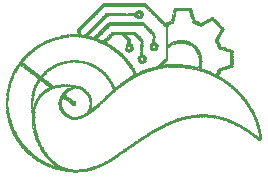
<source format=gbo>
G75*
%MOIN*%
%OFA0B0*%
%FSLAX25Y25*%
%IPPOS*%
%LPD*%
%AMOC8*
5,1,8,0,0,1.08239X$1,22.5*
%
%ADD10R,0.00090X0.00087*%
%ADD11R,0.00350X0.00087*%
%ADD12R,0.00170X0.00087*%
%ADD13R,0.00260X0.00087*%
%ADD14R,0.00610X0.00087*%
%ADD15R,0.00350X0.00087*%
%ADD16R,0.00080X0.00087*%
%ADD17R,0.00260X0.00087*%
%ADD18R,0.00430X0.00087*%
%ADD19R,0.00780X0.00087*%
%ADD20R,0.00700X0.00087*%
%ADD21R,0.00440X0.00087*%
%ADD22R,0.00170X0.00087*%
%ADD23R,0.00520X0.00087*%
%ADD24R,0.00090X0.00087*%
%ADD25R,0.00520X0.00087*%
%ADD26R,0.00080X0.00087*%
%ADD27R,0.00180X0.00087*%
%ADD28R,0.00870X0.00087*%
%ADD29R,0.02350X0.00087*%
%ADD30R,0.01570X0.00087*%
%ADD31R,0.00690X0.00087*%
%ADD32R,0.01560X0.00087*%
%ADD33R,0.00690X0.00087*%
%ADD34R,0.00340X0.00087*%
%ADD35R,0.00170X0.00087*%
%ADD36R,0.00170X0.00087*%
%ADD37R,0.00090X0.00087*%
%ADD38R,0.01130X0.00087*%
%ADD39R,0.01730X0.00087*%
%ADD40R,0.00340X0.00087*%
%ADD41R,0.02870X0.00087*%
%ADD42R,0.01660X0.00087*%
%ADD43R,0.00610X0.00087*%
%ADD44R,0.00520X0.00087*%
%ADD45R,0.00960X0.00087*%
%ADD46R,0.00180X0.00087*%
%ADD47R,0.00090X0.00087*%
%ADD48R,0.01390X0.00087*%
%ADD49R,0.00430X0.00087*%
%ADD50R,0.01910X0.00087*%
%ADD51R,0.00440X0.00087*%
%ADD52R,0.01300X0.00087*%
%ADD53R,0.01480X0.00087*%
%ADD54R,0.00870X0.00087*%
%ADD55R,0.01740X0.00087*%
%ADD56R,0.00440X0.00087*%
%ADD57R,0.01470X0.00087*%
%ADD58R,0.00270X0.00087*%
%ADD59R,0.00870X0.00087*%
%ADD60R,0.01390X0.00087*%
%ADD61R,0.01470X0.00087*%
%ADD62R,0.00700X0.00086*%
%ADD63R,0.00170X0.00086*%
%ADD64R,0.00170X0.00086*%
%ADD65R,0.00260X0.00086*%
%ADD66R,0.00080X0.00086*%
%ADD67R,0.00350X0.00086*%
%ADD68R,0.00090X0.00086*%
%ADD69R,0.00340X0.00086*%
%ADD70R,0.00430X0.00086*%
%ADD71R,0.00610X0.00086*%
%ADD72R,0.00270X0.00087*%
%ADD73R,0.00440X0.00087*%
%ADD74R,0.00090X0.00086*%
%ADD75R,0.00180X0.00086*%
%ADD76R,0.00530X0.00087*%
%ADD77R,0.00950X0.00087*%
%ADD78R,0.00780X0.00087*%
%ADD79R,0.00960X0.00087*%
%ADD80R,0.00340X0.00087*%
%ADD81R,0.00950X0.00087*%
%ADD82R,0.00870X0.00087*%
%ADD83R,0.00340X0.00087*%
%ADD84R,0.00530X0.00087*%
%ADD85R,0.01040X0.00087*%
%ADD86R,0.00780X0.00086*%
%ADD87R,0.00520X0.00087*%
%ADD88R,0.00600X0.00087*%
%ADD89R,0.00520X0.00086*%
%ADD90R,0.00690X0.00086*%
%ADD91R,0.00790X0.00087*%
%ADD92R,0.00790X0.00087*%
%ADD93R,0.00700X0.00087*%
%ADD94R,0.00790X0.00087*%
%ADD95R,0.01130X0.00087*%
%ADD96R,0.01050X0.00086*%
%ADD97R,0.00440X0.00086*%
%ADD98R,0.01220X0.00086*%
%ADD99R,0.00790X0.00086*%
%ADD100R,0.00440X0.00086*%
%ADD101R,0.01040X0.00087*%
%ADD102R,0.01390X0.00087*%
%ADD103R,0.04520X0.00087*%
%ADD104R,0.04180X0.00087*%
%ADD105R,0.04270X0.00087*%
%ADD106R,0.04610X0.00087*%
%ADD107R,0.04350X0.00087*%
%ADD108R,0.04350X0.00087*%
%ADD109R,0.04260X0.00087*%
%ADD110R,0.04260X0.00087*%
%ADD111R,0.02870X0.00087*%
%ADD112R,0.00530X0.00086*%
%ADD113R,0.00860X0.00087*%
%ADD114R,0.00690X0.00087*%
%ADD115R,0.01040X0.00087*%
%ADD116R,0.00870X0.00086*%
%ADD117R,0.01050X0.00087*%
%ADD118R,0.01040X0.00086*%
%ADD119R,0.00270X0.00086*%
%ADD120R,0.00790X0.00087*%
%ADD121R,0.02350X0.00087*%
%ADD122R,0.01220X0.00087*%
%ADD123R,0.00690X0.00087*%
%ADD124R,0.01040X0.00087*%
%ADD125R,0.00860X0.00087*%
%ADD126R,0.01220X0.00087*%
%ADD127R,0.00960X0.00086*%
%ADD128R,0.00950X0.00086*%
%ADD129R,0.01570X0.00087*%
%ADD130R,0.01920X0.00087*%
%ADD131R,0.02000X0.00087*%
%ADD132R,0.01570X0.00087*%
%ADD133R,0.01650X0.00087*%
%ADD134R,0.01740X0.00087*%
%ADD135R,0.03650X0.00087*%
%ADD136R,0.05560X0.00087*%
%ADD137R,0.05740X0.00087*%
%ADD138R,0.05560X0.00087*%
%ADD139R,0.06350X0.00087*%
%ADD140R,0.06080X0.00087*%
%ADD141R,0.05740X0.00087*%
%ADD142R,0.01050X0.00087*%
%ADD143R,0.01210X0.00087*%
%ADD144R,0.01220X0.00087*%
%ADD145R,0.01740X0.00087*%
%ADD146R,0.00600X0.00087*%
%ADD147R,0.01480X0.00087*%
%ADD148R,0.01470X0.00087*%
%ADD149R,0.03560X0.00087*%
%ADD150R,0.02260X0.00087*%
%ADD151R,0.02260X0.00087*%
%ADD152R,0.02170X0.00087*%
%ADD153R,0.01130X0.00086*%
%ADD154R,0.02530X0.00087*%
%ADD155R,0.07040X0.00087*%
%ADD156R,0.07220X0.00087*%
%ADD157R,0.01140X0.00087*%
%ADD158R,0.10610X0.00087*%
%ADD159R,0.11910X0.00087*%
%ADD160R,0.11920X0.00087*%
%ADD161R,0.11910X0.00087*%
%ADD162R,0.12000X0.00087*%
%ADD163R,0.11830X0.00087*%
%ADD164R,0.01210X0.00087*%
%ADD165R,0.12090X0.00087*%
%ADD166R,0.11220X0.00087*%
%ADD167R,0.00520X0.00086*%
%ADD168R,0.08530X0.00087*%
%ADD169R,0.08350X0.00087*%
%ADD170R,0.09310X0.00087*%
%ADD171R,0.09040X0.00087*%
%ADD172R,0.02080X0.00087*%
%ADD173R,0.06350X0.00087*%
%ADD174R,0.02170X0.00087*%
%ADD175R,0.04950X0.00086*%
%ADD176R,0.05130X0.00087*%
%ADD177R,0.05130X0.00087*%
%ADD178R,0.04860X0.00087*%
%ADD179R,0.04950X0.00087*%
%ADD180R,0.05040X0.00087*%
%ADD181R,0.01220X0.00087*%
%ADD182R,0.04870X0.00087*%
%ADD183R,0.14000X0.00087*%
%ADD184R,0.14090X0.00087*%
%ADD185R,0.13920X0.00087*%
%ADD186R,0.14170X0.00087*%
%ADD187R,0.14080X0.00086*%
%ADD188R,0.13300X0.00087*%
%ADD189R,0.13220X0.00087*%
D10*
X0312765Y0310177D03*
X0313025Y0310438D03*
X0313115Y0310525D03*
X0313375Y0310525D03*
X0313375Y0310264D03*
X0313375Y0310177D03*
X0313635Y0310177D03*
X0313725Y0310525D03*
X0314155Y0309916D03*
X0314505Y0309742D03*
X0314415Y0309568D03*
X0314765Y0309481D03*
X0314415Y0309134D03*
X0314155Y0308960D03*
X0313985Y0309481D03*
X0313375Y0309568D03*
X0313285Y0309742D03*
X0313285Y0309916D03*
X0313115Y0309916D03*
X0312505Y0310525D03*
X0312505Y0310699D03*
X0312505Y0310873D03*
X0312505Y0310960D03*
X0312415Y0311134D03*
X0312155Y0311134D03*
X0311985Y0311481D03*
X0312155Y0311568D03*
X0311725Y0311307D03*
X0311375Y0311742D03*
X0311725Y0311916D03*
X0311985Y0312177D03*
X0312155Y0312177D03*
X0311375Y0312873D03*
X0311025Y0312525D03*
X0310765Y0312873D03*
X0310505Y0313568D03*
X0310505Y0313916D03*
X0310765Y0314003D03*
X0310855Y0313916D03*
X0310855Y0313742D03*
X0311115Y0313568D03*
X0310155Y0313481D03*
X0310155Y0313742D03*
X0309725Y0314003D03*
X0309725Y0314177D03*
X0309725Y0314264D03*
X0309375Y0314699D03*
X0309285Y0314873D03*
X0309115Y0315134D03*
X0309115Y0315307D03*
X0309285Y0315307D03*
X0309375Y0315481D03*
X0309285Y0315568D03*
X0309375Y0315916D03*
X0309285Y0316003D03*
X0309115Y0316003D03*
X0309025Y0315916D03*
X0308765Y0316177D03*
X0308765Y0316264D03*
X0308855Y0316525D03*
X0308765Y0316960D03*
X0308855Y0317134D03*
X0308855Y0317307D03*
X0308765Y0317568D03*
X0308505Y0317307D03*
X0308415Y0316960D03*
X0308415Y0316438D03*
X0309025Y0316960D03*
X0309375Y0316438D03*
X0309725Y0315742D03*
X0309725Y0315568D03*
X0309985Y0315307D03*
X0309985Y0314960D03*
X0310155Y0314960D03*
X0309725Y0314873D03*
X0309635Y0315134D03*
X0308855Y0315481D03*
X0310415Y0314525D03*
X0310505Y0314438D03*
X0307985Y0317307D03*
X0307985Y0317916D03*
X0307635Y0318264D03*
X0307985Y0318438D03*
X0307985Y0318525D03*
X0308155Y0318525D03*
X0308415Y0318177D03*
X0307725Y0318699D03*
X0307635Y0318873D03*
X0307985Y0319307D03*
X0307725Y0319568D03*
X0307635Y0319481D03*
X0307375Y0319481D03*
X0307285Y0319568D03*
X0307635Y0319916D03*
X0307025Y0320177D03*
X0307115Y0320960D03*
X0307285Y0320960D03*
X0307375Y0321134D03*
X0307375Y0321307D03*
X0307375Y0321481D03*
X0307285Y0321742D03*
X0307115Y0321742D03*
X0307115Y0322003D03*
X0307285Y0322003D03*
X0307025Y0322177D03*
X0306765Y0322438D03*
X0306765Y0322525D03*
X0306855Y0322699D03*
X0306855Y0322873D03*
X0306855Y0323134D03*
X0307025Y0323134D03*
X0307025Y0323307D03*
X0306855Y0323307D03*
X0306855Y0323481D03*
X0306415Y0323481D03*
X0306505Y0323134D03*
X0306505Y0322960D03*
X0306415Y0322873D03*
X0307115Y0322699D03*
X0306855Y0321568D03*
X0306855Y0321481D03*
X0307115Y0321134D03*
X0306415Y0324699D03*
X0306765Y0324960D03*
X0306855Y0324873D03*
X0306765Y0325134D03*
X0306155Y0326177D03*
X0306155Y0326264D03*
X0306855Y0327307D03*
X0306855Y0327568D03*
X0306855Y0327916D03*
X0306855Y0328960D03*
X0306855Y0329134D03*
X0306855Y0329307D03*
X0306855Y0329568D03*
X0306855Y0329742D03*
X0307025Y0329742D03*
X0307115Y0329916D03*
X0307115Y0330003D03*
X0307025Y0330264D03*
X0307115Y0330438D03*
X0307285Y0330699D03*
X0307375Y0330960D03*
X0306855Y0330960D03*
X0306855Y0330873D03*
X0307375Y0331481D03*
X0307285Y0331568D03*
X0307115Y0331916D03*
X0307025Y0332264D03*
X0307285Y0332873D03*
X0307375Y0332960D03*
X0307375Y0333134D03*
X0307375Y0333307D03*
X0307725Y0333307D03*
X0307635Y0332699D03*
X0308155Y0334264D03*
X0307985Y0334525D03*
X0307985Y0335134D03*
X0308415Y0335134D03*
X0308415Y0335307D03*
X0308505Y0335481D03*
X0308765Y0335481D03*
X0308765Y0335568D03*
X0308505Y0336177D03*
X0309025Y0336177D03*
X0309025Y0336525D03*
X0308855Y0336960D03*
X0309115Y0337134D03*
X0309115Y0337307D03*
X0309285Y0337307D03*
X0309285Y0337568D03*
X0309375Y0337742D03*
X0309725Y0337742D03*
X0309985Y0337568D03*
X0310155Y0337742D03*
X0309725Y0338177D03*
X0309725Y0338264D03*
X0309725Y0338438D03*
X0310155Y0338699D03*
X0310155Y0338960D03*
X0310505Y0338873D03*
X0310765Y0338699D03*
X0310505Y0338438D03*
X0311115Y0338960D03*
X0311375Y0338525D03*
X0311725Y0338438D03*
X0311985Y0338264D03*
X0312415Y0338264D03*
X0312765Y0338873D03*
X0313115Y0338699D03*
X0313285Y0338525D03*
X0313375Y0338438D03*
X0313635Y0338264D03*
X0313725Y0338177D03*
X0313725Y0337916D03*
X0313985Y0338003D03*
X0314505Y0337568D03*
X0314765Y0337307D03*
X0314505Y0336699D03*
X0314505Y0336438D03*
X0314155Y0336525D03*
X0313985Y0336699D03*
X0313985Y0336873D03*
X0313985Y0337134D03*
X0313725Y0336960D03*
X0313285Y0337307D03*
X0312765Y0337568D03*
X0311635Y0338873D03*
X0310765Y0339568D03*
X0311025Y0339916D03*
X0311375Y0340264D03*
X0311375Y0340438D03*
X0311375Y0340699D03*
X0311635Y0340699D03*
X0311725Y0340264D03*
X0312155Y0340525D03*
X0312505Y0340960D03*
X0312415Y0341134D03*
X0312155Y0341134D03*
X0311985Y0341134D03*
X0312505Y0341481D03*
X0312765Y0341307D03*
X0313025Y0341481D03*
X0313115Y0341568D03*
X0313115Y0341742D03*
X0313285Y0341742D03*
X0313285Y0341916D03*
X0313115Y0341916D03*
X0313115Y0342264D03*
X0313115Y0342525D03*
X0313375Y0342873D03*
X0313725Y0342438D03*
X0313985Y0342699D03*
X0314155Y0342699D03*
X0314155Y0342960D03*
X0313985Y0342960D03*
X0314155Y0343134D03*
X0314415Y0343307D03*
X0314155Y0343481D03*
X0314415Y0342960D03*
X0314505Y0342873D03*
X0314765Y0343134D03*
X0314855Y0343481D03*
X0314765Y0343568D03*
X0314855Y0343916D03*
X0314855Y0344003D03*
X0315115Y0343916D03*
X0315285Y0343916D03*
X0315375Y0343568D03*
X0315285Y0343481D03*
X0315115Y0343481D03*
X0315635Y0344003D03*
X0315375Y0344438D03*
X0315635Y0344699D03*
X0316415Y0344438D03*
X0317025Y0344873D03*
X0316765Y0345481D03*
X0317375Y0345742D03*
X0317985Y0346177D03*
X0318155Y0346177D03*
X0318155Y0346003D03*
X0318415Y0345916D03*
X0318855Y0345916D03*
X0319115Y0346003D03*
X0319725Y0346264D03*
X0319635Y0346699D03*
X0319375Y0346873D03*
X0319025Y0346699D03*
X0319985Y0346699D03*
X0320155Y0346438D03*
X0320415Y0347307D03*
X0321285Y0346960D03*
X0321725Y0347134D03*
X0321635Y0347481D03*
X0323025Y0347568D03*
X0322855Y0348177D03*
X0323725Y0348003D03*
X0324415Y0347916D03*
X0324505Y0348003D03*
X0324415Y0348177D03*
X0324765Y0348438D03*
X0324855Y0348003D03*
X0325985Y0348438D03*
X0326415Y0348438D03*
X0326415Y0348264D03*
X0326155Y0348960D03*
X0325985Y0348960D03*
X0325725Y0348873D03*
X0326765Y0348960D03*
X0329635Y0348873D03*
X0330855Y0349481D03*
X0331375Y0348960D03*
X0331285Y0348525D03*
X0331725Y0348438D03*
X0332505Y0348873D03*
X0333115Y0349134D03*
X0333025Y0349568D03*
X0333285Y0349568D03*
X0333375Y0349742D03*
X0333375Y0349916D03*
X0333635Y0349916D03*
X0333725Y0350264D03*
X0333985Y0350264D03*
X0333985Y0350525D03*
X0334155Y0350699D03*
X0334415Y0350960D03*
X0334765Y0350873D03*
X0334765Y0350699D03*
X0334765Y0350525D03*
X0334855Y0350438D03*
X0334855Y0350177D03*
X0334505Y0350177D03*
X0334415Y0350003D03*
X0334415Y0349742D03*
X0334155Y0349742D03*
X0333985Y0349742D03*
X0333635Y0349481D03*
X0333635Y0349134D03*
X0333725Y0348960D03*
X0333635Y0348873D03*
X0333635Y0348438D03*
X0333985Y0348264D03*
X0333635Y0348003D03*
X0333375Y0348003D03*
X0333375Y0347916D03*
X0333985Y0347742D03*
X0334505Y0347742D03*
X0334505Y0348003D03*
X0334765Y0348177D03*
X0334505Y0348438D03*
X0335375Y0348177D03*
X0335635Y0348264D03*
X0335725Y0348438D03*
X0336505Y0347916D03*
X0336415Y0347742D03*
X0336415Y0347481D03*
X0336505Y0347134D03*
X0336505Y0346960D03*
X0336765Y0346873D03*
X0336855Y0346699D03*
X0337375Y0346699D03*
X0337375Y0346525D03*
X0337985Y0346699D03*
X0338415Y0346873D03*
X0338505Y0346960D03*
X0338765Y0346960D03*
X0338855Y0347134D03*
X0339025Y0347481D03*
X0338505Y0346699D03*
X0338855Y0346525D03*
X0339115Y0346177D03*
X0339025Y0346003D03*
X0339115Y0345916D03*
X0339115Y0345742D03*
X0339375Y0345742D03*
X0339375Y0346003D03*
X0339375Y0346177D03*
X0339375Y0346525D03*
X0339985Y0346264D03*
X0340765Y0345742D03*
X0340765Y0345134D03*
X0340765Y0344699D03*
X0341025Y0344699D03*
X0341115Y0344873D03*
X0341375Y0344525D03*
X0341635Y0344264D03*
X0341725Y0344699D03*
X0341985Y0344960D03*
X0341635Y0345134D03*
X0342765Y0344264D03*
X0343025Y0344003D03*
X0343115Y0343916D03*
X0342855Y0343568D03*
X0342765Y0343481D03*
X0342765Y0343307D03*
X0343285Y0343307D03*
X0343635Y0343134D03*
X0343635Y0343568D03*
X0344155Y0342960D03*
X0344415Y0342960D03*
X0344855Y0342699D03*
X0345115Y0342438D03*
X0345025Y0342264D03*
X0345115Y0342177D03*
X0345285Y0342177D03*
X0345285Y0342003D03*
X0345025Y0341916D03*
X0344855Y0342003D03*
X0344855Y0341742D03*
X0344855Y0341481D03*
X0345025Y0341307D03*
X0345115Y0341481D03*
X0345285Y0341481D03*
X0345375Y0341568D03*
X0345635Y0341307D03*
X0345725Y0341134D03*
X0345725Y0341742D03*
X0344855Y0342264D03*
X0344415Y0342003D03*
X0343725Y0342525D03*
X0343725Y0342699D03*
X0342415Y0343742D03*
X0346415Y0343568D03*
X0346505Y0343481D03*
X0346765Y0343481D03*
X0346765Y0343568D03*
X0347025Y0343481D03*
X0347115Y0343307D03*
X0347285Y0343568D03*
X0347375Y0343742D03*
X0347115Y0343742D03*
X0347025Y0344003D03*
X0347025Y0344177D03*
X0346765Y0344177D03*
X0346765Y0344003D03*
X0346765Y0343916D03*
X0346505Y0343916D03*
X0346505Y0343742D03*
X0347635Y0344177D03*
X0347725Y0343916D03*
X0347725Y0343568D03*
X0347985Y0343568D03*
X0348415Y0344177D03*
X0348505Y0344525D03*
X0348505Y0344699D03*
X0348505Y0344960D03*
X0348155Y0344960D03*
X0347985Y0344960D03*
X0347985Y0345134D03*
X0347985Y0345307D03*
X0347725Y0345307D03*
X0347725Y0346003D03*
X0347285Y0346960D03*
X0347285Y0347134D03*
X0347115Y0347134D03*
X0346855Y0347307D03*
X0346765Y0346960D03*
X0346765Y0346699D03*
X0346765Y0346438D03*
X0346415Y0345481D03*
X0346765Y0345307D03*
X0346765Y0345134D03*
X0347725Y0344525D03*
X0347375Y0347568D03*
X0347285Y0347742D03*
X0347115Y0348003D03*
X0346855Y0348003D03*
X0346505Y0348264D03*
X0346415Y0348177D03*
X0346415Y0347916D03*
X0346415Y0348438D03*
X0346155Y0348438D03*
X0346415Y0348699D03*
X0346505Y0349481D03*
X0346155Y0349481D03*
X0345115Y0349307D03*
X0345025Y0349481D03*
X0344855Y0349481D03*
X0345115Y0348873D03*
X0345375Y0348699D03*
X0345635Y0348525D03*
X0345635Y0348438D03*
X0349025Y0348873D03*
X0349115Y0348960D03*
X0349285Y0348960D03*
X0349375Y0348873D03*
X0349375Y0348699D03*
X0349375Y0348525D03*
X0349635Y0348438D03*
X0349725Y0348177D03*
X0349985Y0347916D03*
X0350155Y0347916D03*
X0350415Y0347916D03*
X0350415Y0347742D03*
X0350415Y0347481D03*
X0350765Y0347307D03*
X0350765Y0347134D03*
X0351115Y0346960D03*
X0351025Y0347481D03*
X0351115Y0347742D03*
X0350855Y0347742D03*
X0351725Y0347307D03*
X0351635Y0347134D03*
X0351725Y0346960D03*
X0351285Y0346003D03*
X0351285Y0345916D03*
X0351285Y0345742D03*
X0351285Y0345568D03*
X0351285Y0345481D03*
X0351285Y0345307D03*
X0351285Y0345134D03*
X0351285Y0344960D03*
X0351285Y0344873D03*
X0351285Y0344699D03*
X0351285Y0344525D03*
X0351285Y0344438D03*
X0351285Y0344264D03*
X0351285Y0344177D03*
X0351285Y0344003D03*
X0351635Y0343916D03*
X0351725Y0344003D03*
X0351635Y0343742D03*
X0351635Y0343568D03*
X0351635Y0343481D03*
X0351635Y0343307D03*
X0351725Y0343134D03*
X0351725Y0342960D03*
X0351725Y0342873D03*
X0351635Y0342525D03*
X0351635Y0342438D03*
X0351285Y0342699D03*
X0351285Y0342873D03*
X0351285Y0342960D03*
X0351285Y0343134D03*
X0351025Y0342525D03*
X0351025Y0342264D03*
X0350855Y0342264D03*
X0350855Y0341916D03*
X0350505Y0342003D03*
X0350415Y0341916D03*
X0350415Y0341568D03*
X0350155Y0341568D03*
X0350155Y0341307D03*
X0350505Y0341307D03*
X0350855Y0341134D03*
X0350855Y0340699D03*
X0350855Y0340525D03*
X0351025Y0340525D03*
X0351285Y0340177D03*
X0351025Y0339916D03*
X0351375Y0339742D03*
X0351725Y0339568D03*
X0352505Y0340003D03*
X0352505Y0340264D03*
X0352505Y0340525D03*
X0352155Y0340699D03*
X0351985Y0340699D03*
X0352155Y0340960D03*
X0351985Y0341481D03*
X0352155Y0341742D03*
X0352415Y0341742D03*
X0352155Y0342177D03*
X0351375Y0342003D03*
X0351375Y0341916D03*
X0351375Y0341742D03*
X0351375Y0341568D03*
X0351635Y0341568D03*
X0351635Y0341481D03*
X0352765Y0340960D03*
X0352855Y0341134D03*
X0352855Y0340699D03*
X0350505Y0340177D03*
X0350505Y0339916D03*
X0348155Y0338699D03*
X0347985Y0338873D03*
X0347635Y0338699D03*
X0347375Y0338438D03*
X0347285Y0338525D03*
X0347725Y0338264D03*
X0348415Y0337916D03*
X0348415Y0337568D03*
X0348155Y0337481D03*
X0347985Y0337481D03*
X0348765Y0337307D03*
X0348855Y0337134D03*
X0349025Y0337134D03*
X0349115Y0336960D03*
X0349115Y0336699D03*
X0348855Y0336438D03*
X0349285Y0336264D03*
X0349375Y0335916D03*
X0349635Y0335916D03*
X0349725Y0336003D03*
X0349985Y0335568D03*
X0350155Y0335568D03*
X0351285Y0336003D03*
X0351285Y0336177D03*
X0351115Y0336438D03*
X0351285Y0336873D03*
X0351985Y0336264D03*
X0352855Y0336699D03*
X0352765Y0336960D03*
X0353025Y0337307D03*
X0353115Y0337481D03*
X0353375Y0337481D03*
X0353635Y0337742D03*
X0353725Y0336960D03*
X0353725Y0336873D03*
X0353985Y0336873D03*
X0354505Y0337134D03*
X0354765Y0337134D03*
X0354855Y0337481D03*
X0355115Y0337307D03*
X0355285Y0337307D03*
X0355725Y0337481D03*
X0356155Y0338438D03*
X0356765Y0338525D03*
X0356855Y0338699D03*
X0357115Y0338873D03*
X0357725Y0338873D03*
X0357985Y0338960D03*
X0358155Y0338873D03*
X0358155Y0338438D03*
X0357985Y0338438D03*
X0357635Y0338177D03*
X0357285Y0338003D03*
X0357725Y0339307D03*
X0357985Y0339742D03*
X0358155Y0339742D03*
X0358505Y0339742D03*
X0358505Y0339568D03*
X0358505Y0339481D03*
X0358765Y0339481D03*
X0358855Y0339568D03*
X0359025Y0339742D03*
X0359025Y0340003D03*
X0359115Y0340264D03*
X0359115Y0340438D03*
X0359025Y0340525D03*
X0358855Y0340525D03*
X0358505Y0340264D03*
X0358415Y0340177D03*
X0358415Y0340003D03*
X0359285Y0340438D03*
X0359985Y0340699D03*
X0359985Y0340873D03*
X0359985Y0341307D03*
X0359985Y0341481D03*
X0359985Y0341568D03*
X0359985Y0341742D03*
X0359985Y0341916D03*
X0359985Y0342003D03*
X0359985Y0342177D03*
X0359985Y0342264D03*
X0359985Y0342438D03*
X0359985Y0342525D03*
X0359985Y0343134D03*
X0359985Y0343307D03*
X0359985Y0343481D03*
X0359985Y0343568D03*
X0359985Y0343742D03*
X0359985Y0343916D03*
X0359985Y0344003D03*
X0359985Y0344264D03*
X0360415Y0344873D03*
X0360505Y0344960D03*
X0360415Y0345134D03*
X0360155Y0345307D03*
X0359985Y0345307D03*
X0359985Y0345742D03*
X0360155Y0345742D03*
X0359985Y0346003D03*
X0360505Y0345481D03*
X0360855Y0345742D03*
X0361115Y0345481D03*
X0361375Y0346003D03*
X0361635Y0346003D03*
X0361725Y0345916D03*
X0361985Y0345916D03*
X0361725Y0346264D03*
X0361635Y0346525D03*
X0361375Y0346525D03*
X0361115Y0346177D03*
X0362155Y0346873D03*
X0362415Y0346873D03*
X0362505Y0346960D03*
X0362505Y0346003D03*
X0363375Y0346177D03*
X0363985Y0346264D03*
X0363725Y0346699D03*
X0364765Y0346438D03*
X0364765Y0346264D03*
X0365285Y0346438D03*
X0365285Y0346525D03*
X0365725Y0346699D03*
X0366505Y0346960D03*
X0367115Y0345916D03*
X0367115Y0345742D03*
X0367285Y0345742D03*
X0367635Y0345568D03*
X0367635Y0345481D03*
X0368155Y0345481D03*
X0368415Y0345307D03*
X0368415Y0345134D03*
X0368765Y0345134D03*
X0368765Y0345307D03*
X0368855Y0345568D03*
X0369115Y0345568D03*
X0369025Y0345134D03*
X0369115Y0344873D03*
X0369115Y0344699D03*
X0369375Y0344699D03*
X0369375Y0344438D03*
X0369375Y0344264D03*
X0369375Y0344003D03*
X0369725Y0344003D03*
X0369725Y0344177D03*
X0369985Y0344525D03*
X0370505Y0343916D03*
X0370155Y0343742D03*
X0370155Y0343481D03*
X0370415Y0343134D03*
X0370505Y0342873D03*
X0370155Y0342525D03*
X0370155Y0342438D03*
X0369985Y0342873D03*
X0369635Y0343568D03*
X0369635Y0343742D03*
X0369115Y0344438D03*
X0368765Y0344699D03*
X0368505Y0346003D03*
X0368155Y0346264D03*
X0367725Y0346003D03*
X0364765Y0347134D03*
X0361025Y0352699D03*
X0361115Y0352960D03*
X0361285Y0352960D03*
X0360505Y0352960D03*
X0360415Y0352525D03*
X0359985Y0352177D03*
X0359985Y0351916D03*
X0359985Y0352873D03*
X0359635Y0352873D03*
X0359635Y0352960D03*
X0359025Y0353134D03*
X0358765Y0353134D03*
X0358155Y0352873D03*
X0358155Y0352699D03*
X0358855Y0352177D03*
X0358855Y0352003D03*
X0359025Y0352264D03*
X0358415Y0353742D03*
X0357985Y0353916D03*
X0357985Y0354177D03*
X0357725Y0354438D03*
X0357635Y0354525D03*
X0357375Y0354525D03*
X0357285Y0354873D03*
X0357025Y0355134D03*
X0356855Y0355307D03*
X0356505Y0355134D03*
X0356765Y0354264D03*
X0355985Y0355916D03*
X0356155Y0356003D03*
X0355635Y0356525D03*
X0355115Y0356525D03*
X0354855Y0356438D03*
X0354855Y0356003D03*
X0355115Y0355742D03*
X0355285Y0355568D03*
X0355375Y0355481D03*
X0354155Y0356699D03*
X0354155Y0357134D03*
X0353985Y0357134D03*
X0353375Y0357481D03*
X0353285Y0357742D03*
X0353725Y0357916D03*
X0354155Y0358003D03*
X0354855Y0357307D03*
X0352505Y0358438D03*
X0352765Y0359307D03*
X0351285Y0356960D03*
X0351285Y0356699D03*
X0351285Y0356438D03*
X0351375Y0356177D03*
X0351285Y0355916D03*
X0351115Y0355916D03*
X0351025Y0356177D03*
X0351635Y0356003D03*
X0351725Y0355916D03*
X0351635Y0355742D03*
X0351635Y0355568D03*
X0351285Y0355481D03*
X0351025Y0355481D03*
X0351115Y0355134D03*
X0351285Y0355134D03*
X0351285Y0354873D03*
X0351115Y0354525D03*
X0350765Y0354438D03*
X0350765Y0354699D03*
X0350855Y0354960D03*
X0350415Y0355307D03*
X0350155Y0355134D03*
X0350155Y0355481D03*
X0349985Y0355916D03*
X0349725Y0356177D03*
X0349725Y0356525D03*
X0349725Y0356873D03*
X0349285Y0356264D03*
X0349115Y0356003D03*
X0348855Y0356003D03*
X0348855Y0355568D03*
X0349025Y0355568D03*
X0349375Y0355307D03*
X0349725Y0354960D03*
X0349725Y0354873D03*
X0349985Y0354525D03*
X0349375Y0355916D03*
X0350765Y0356873D03*
X0350765Y0357134D03*
X0351985Y0355916D03*
X0351725Y0352264D03*
X0352415Y0351916D03*
X0352765Y0351742D03*
X0352855Y0351481D03*
X0353375Y0351307D03*
X0353635Y0351307D03*
X0353725Y0350960D03*
X0353375Y0350699D03*
X0353285Y0350960D03*
X0353115Y0350960D03*
X0353635Y0350438D03*
X0354155Y0350438D03*
X0354155Y0350699D03*
X0354505Y0350699D03*
X0354505Y0350438D03*
X0354415Y0350264D03*
X0354765Y0350438D03*
X0354855Y0350003D03*
X0354855Y0349742D03*
X0354765Y0349481D03*
X0354505Y0349481D03*
X0354155Y0349916D03*
X0355115Y0349568D03*
X0355285Y0349568D03*
X0355375Y0349742D03*
X0355635Y0349134D03*
X0355725Y0348960D03*
X0355375Y0348873D03*
X0355285Y0348699D03*
X0355285Y0348525D03*
X0355285Y0348438D03*
X0355285Y0348264D03*
X0355285Y0348177D03*
X0355115Y0348960D03*
X0355115Y0347307D03*
X0355115Y0347134D03*
X0355115Y0346960D03*
X0355115Y0346873D03*
X0355115Y0346699D03*
X0355115Y0346438D03*
X0355115Y0346003D03*
X0355285Y0346003D03*
X0355375Y0345916D03*
X0355635Y0345916D03*
X0355725Y0346264D03*
X0356155Y0345742D03*
X0356415Y0345568D03*
X0356415Y0345307D03*
X0356415Y0344960D03*
X0356155Y0344873D03*
X0355985Y0344873D03*
X0355725Y0344177D03*
X0355985Y0343916D03*
X0356155Y0344003D03*
X0356415Y0344264D03*
X0356765Y0344873D03*
X0356505Y0345916D03*
X0355115Y0345742D03*
X0355025Y0345568D03*
X0354505Y0345307D03*
X0354155Y0345134D03*
X0354155Y0344873D03*
X0354415Y0344699D03*
X0354505Y0344525D03*
X0354415Y0344264D03*
X0354855Y0344699D03*
X0355285Y0344525D03*
X0355285Y0344438D03*
X0355375Y0344003D03*
X0355375Y0343916D03*
X0355285Y0343742D03*
X0354505Y0346003D03*
X0354765Y0346177D03*
X0351725Y0344960D03*
X0351725Y0344873D03*
X0351725Y0344525D03*
X0349985Y0348525D03*
X0349635Y0348873D03*
X0349725Y0349134D03*
X0349635Y0349481D03*
X0349375Y0349568D03*
X0349025Y0349568D03*
X0353375Y0351742D03*
X0361375Y0353742D03*
X0361635Y0353742D03*
X0361635Y0353916D03*
X0361635Y0354003D03*
X0361985Y0353916D03*
X0362155Y0353916D03*
X0362155Y0354003D03*
X0361985Y0354177D03*
X0362155Y0354438D03*
X0361725Y0354438D03*
X0361635Y0354699D03*
X0361725Y0355307D03*
X0361985Y0355481D03*
X0362155Y0355568D03*
X0362415Y0355742D03*
X0362415Y0354960D03*
X0362155Y0353742D03*
X0361985Y0356699D03*
X0362505Y0356699D03*
X0362855Y0356699D03*
X0362855Y0356873D03*
X0363285Y0357134D03*
X0364155Y0357134D03*
X0364415Y0357134D03*
X0365375Y0358003D03*
X0367285Y0356960D03*
X0367375Y0356873D03*
X0367375Y0357134D03*
X0367725Y0357742D03*
X0367635Y0357916D03*
X0367985Y0357481D03*
X0367985Y0356438D03*
X0368155Y0356438D03*
X0368415Y0356264D03*
X0368415Y0356177D03*
X0368155Y0355742D03*
X0367985Y0355742D03*
X0368155Y0355307D03*
X0368155Y0354960D03*
X0368505Y0354960D03*
X0368765Y0354873D03*
X0368855Y0354699D03*
X0369025Y0354177D03*
X0369115Y0353916D03*
X0369025Y0353742D03*
X0368765Y0353481D03*
X0368855Y0353307D03*
X0368505Y0353134D03*
X0368505Y0352960D03*
X0368415Y0353307D03*
X0369375Y0352960D03*
X0369635Y0352873D03*
X0369985Y0352525D03*
X0370155Y0352960D03*
X0369635Y0353481D03*
X0370415Y0352177D03*
X0370855Y0352177D03*
X0371025Y0352003D03*
X0371115Y0352177D03*
X0371285Y0352177D03*
X0371285Y0352003D03*
X0371635Y0352177D03*
X0372155Y0352525D03*
X0372505Y0352699D03*
X0372415Y0352960D03*
X0372155Y0352960D03*
X0371985Y0352960D03*
X0372155Y0353134D03*
X0372155Y0353307D03*
X0371725Y0353134D03*
X0371725Y0352873D03*
X0372765Y0352873D03*
X0373115Y0352960D03*
X0373025Y0353307D03*
X0373285Y0353916D03*
X0373375Y0354003D03*
X0373635Y0354177D03*
X0373985Y0353568D03*
X0374765Y0353916D03*
X0374765Y0354264D03*
X0374505Y0354264D03*
X0375025Y0354525D03*
X0375025Y0354873D03*
X0375635Y0354264D03*
X0375985Y0353916D03*
X0376155Y0353568D03*
X0376155Y0353481D03*
X0375635Y0353307D03*
X0375725Y0353134D03*
X0376155Y0352699D03*
X0376415Y0352438D03*
X0376765Y0352264D03*
X0377115Y0352177D03*
X0377115Y0352003D03*
X0377375Y0352003D03*
X0377375Y0352177D03*
X0377375Y0352264D03*
X0377725Y0352264D03*
X0377285Y0351742D03*
X0377115Y0351742D03*
X0377375Y0351481D03*
X0377725Y0351307D03*
X0377725Y0351134D03*
X0377985Y0351481D03*
X0377985Y0351568D03*
X0378155Y0351481D03*
X0378415Y0351481D03*
X0378415Y0351568D03*
X0378765Y0351134D03*
X0377725Y0350438D03*
X0377635Y0350264D03*
X0377635Y0350177D03*
X0377635Y0349568D03*
X0377375Y0349481D03*
X0377375Y0349307D03*
X0377285Y0349134D03*
X0377115Y0349134D03*
X0377115Y0348960D03*
X0377285Y0348960D03*
X0377375Y0348873D03*
X0377025Y0348699D03*
X0377115Y0348525D03*
X0377025Y0348438D03*
X0376765Y0348264D03*
X0376765Y0347916D03*
X0376855Y0347742D03*
X0376765Y0347481D03*
X0376855Y0347134D03*
X0376855Y0346960D03*
X0377025Y0346873D03*
X0377025Y0346699D03*
X0376855Y0346525D03*
X0376505Y0346438D03*
X0376505Y0346264D03*
X0376855Y0346003D03*
X0376765Y0345742D03*
X0376505Y0345742D03*
X0377375Y0345481D03*
X0377375Y0345134D03*
X0377285Y0344960D03*
X0377285Y0344699D03*
X0377115Y0344699D03*
X0377025Y0344438D03*
X0377725Y0344264D03*
X0378415Y0344264D03*
X0378765Y0343916D03*
X0379375Y0343742D03*
X0379635Y0343742D03*
X0381025Y0342873D03*
X0381285Y0342525D03*
X0381285Y0342438D03*
X0381285Y0342264D03*
X0381285Y0342177D03*
X0381285Y0342003D03*
X0381285Y0341916D03*
X0381285Y0341742D03*
X0381285Y0341568D03*
X0381285Y0341481D03*
X0381285Y0341307D03*
X0381285Y0341134D03*
X0381285Y0340960D03*
X0381285Y0340873D03*
X0381285Y0340699D03*
X0381285Y0340525D03*
X0381285Y0340177D03*
X0381115Y0340177D03*
X0381285Y0339742D03*
X0381285Y0339568D03*
X0381285Y0339481D03*
X0381285Y0339307D03*
X0381285Y0339134D03*
X0381285Y0338873D03*
X0381025Y0338873D03*
X0380855Y0338525D03*
X0380765Y0338264D03*
X0380415Y0338699D03*
X0379725Y0338438D03*
X0379285Y0338264D03*
X0378855Y0338264D03*
X0378765Y0337916D03*
X0379025Y0337916D03*
X0379115Y0337742D03*
X0379025Y0337481D03*
X0379725Y0337742D03*
X0378155Y0337307D03*
X0377375Y0337134D03*
X0377285Y0337307D03*
X0377115Y0337307D03*
X0377025Y0337134D03*
X0376765Y0336525D03*
X0376415Y0336264D03*
X0376505Y0335742D03*
X0377025Y0335568D03*
X0377025Y0335134D03*
X0377115Y0334960D03*
X0377285Y0334960D03*
X0377375Y0334873D03*
X0377375Y0334699D03*
X0377285Y0334525D03*
X0377115Y0334699D03*
X0376765Y0334960D03*
X0376765Y0335134D03*
X0377285Y0334264D03*
X0377725Y0334264D03*
X0377725Y0334177D03*
X0377985Y0334264D03*
X0378155Y0334264D03*
X0377985Y0334438D03*
X0378415Y0334264D03*
X0378155Y0334003D03*
X0378855Y0334177D03*
X0379115Y0334003D03*
X0379375Y0333742D03*
X0379285Y0333568D03*
X0379285Y0333307D03*
X0378855Y0333481D03*
X0379725Y0333568D03*
X0379635Y0332960D03*
X0379725Y0332873D03*
X0379985Y0332699D03*
X0379985Y0332525D03*
X0380155Y0332525D03*
X0380155Y0332438D03*
X0380415Y0332177D03*
X0380765Y0332264D03*
X0380765Y0332525D03*
X0381025Y0332525D03*
X0381285Y0332264D03*
X0381375Y0332177D03*
X0381025Y0331916D03*
X0380855Y0332003D03*
X0380505Y0332699D03*
X0380505Y0332960D03*
X0381725Y0331481D03*
X0381635Y0331307D03*
X0382155Y0331481D03*
X0382505Y0330960D03*
X0382765Y0330873D03*
X0382855Y0330699D03*
X0383025Y0330699D03*
X0382765Y0330525D03*
X0382765Y0330438D03*
X0382765Y0330264D03*
X0382765Y0330177D03*
X0382505Y0330525D03*
X0383115Y0329916D03*
X0383285Y0330003D03*
X0383375Y0329916D03*
X0383635Y0329742D03*
X0383725Y0330003D03*
X0383985Y0329916D03*
X0384155Y0329568D03*
X0384505Y0329307D03*
X0384505Y0328960D03*
X0384415Y0328873D03*
X0384415Y0328525D03*
X0384505Y0328438D03*
X0384855Y0328525D03*
X0385025Y0328699D03*
X0384855Y0328960D03*
X0384765Y0328873D03*
X0385285Y0328525D03*
X0385285Y0327916D03*
X0385115Y0327916D03*
X0385115Y0327742D03*
X0385115Y0327568D03*
X0385635Y0327742D03*
X0385635Y0327916D03*
X0385725Y0327481D03*
X0385985Y0327568D03*
X0385985Y0327307D03*
X0385725Y0327134D03*
X0385985Y0326873D03*
X0386415Y0326873D03*
X0386505Y0326960D03*
X0386505Y0326264D03*
X0386415Y0326003D03*
X0386415Y0325916D03*
X0386765Y0326003D03*
X0387025Y0326177D03*
X0387115Y0325916D03*
X0387285Y0325307D03*
X0387285Y0324960D03*
X0387115Y0324960D03*
X0386765Y0325307D03*
X0386155Y0326177D03*
X0386155Y0326264D03*
X0387725Y0324699D03*
X0387725Y0324177D03*
X0387725Y0323916D03*
X0387725Y0323742D03*
X0388415Y0323742D03*
X0388415Y0323916D03*
X0388505Y0323481D03*
X0388765Y0323307D03*
X0388855Y0323134D03*
X0388855Y0322960D03*
X0388855Y0322438D03*
X0388765Y0322177D03*
X0388505Y0322177D03*
X0388415Y0322525D03*
X0389375Y0322003D03*
X0389285Y0321481D03*
X0389285Y0321307D03*
X0389025Y0321307D03*
X0389635Y0321307D03*
X0389725Y0321134D03*
X0389725Y0320960D03*
X0389725Y0320699D03*
X0389635Y0320438D03*
X0389375Y0320525D03*
X0389375Y0320177D03*
X0389985Y0320003D03*
X0390155Y0320003D03*
X0390155Y0319742D03*
X0390155Y0319568D03*
X0390155Y0319481D03*
X0389985Y0319134D03*
X0389725Y0319134D03*
X0389635Y0319568D03*
X0390415Y0319134D03*
X0390505Y0318960D03*
X0390505Y0318873D03*
X0390415Y0318525D03*
X0390505Y0318264D03*
X0390505Y0317568D03*
X0390855Y0317568D03*
X0390855Y0317481D03*
X0390855Y0316960D03*
X0390855Y0316525D03*
X0391025Y0316525D03*
X0391025Y0316438D03*
X0390765Y0316264D03*
X0390505Y0316699D03*
X0390765Y0315481D03*
X0390765Y0315307D03*
X0390765Y0314960D03*
X0390765Y0314873D03*
X0390855Y0314699D03*
X0391025Y0314699D03*
X0391025Y0314438D03*
X0391115Y0314177D03*
X0390855Y0314003D03*
X0390415Y0314003D03*
X0390415Y0314525D03*
X0389725Y0314699D03*
X0389285Y0314960D03*
X0389115Y0314960D03*
X0389375Y0315134D03*
X0389375Y0315307D03*
X0389115Y0315307D03*
X0388855Y0315742D03*
X0388855Y0315916D03*
X0388505Y0316177D03*
X0387985Y0316264D03*
X0387985Y0316525D03*
X0387725Y0316003D03*
X0387375Y0316264D03*
X0387285Y0316873D03*
X0387115Y0316960D03*
X0387115Y0317134D03*
X0386855Y0316873D03*
X0386855Y0316699D03*
X0386415Y0316873D03*
X0386415Y0316960D03*
X0386415Y0317307D03*
X0386415Y0317481D03*
X0386415Y0317568D03*
X0386155Y0317307D03*
X0385985Y0317307D03*
X0385985Y0317568D03*
X0385725Y0317568D03*
X0385375Y0317568D03*
X0385115Y0317742D03*
X0385025Y0317916D03*
X0384855Y0317916D03*
X0384765Y0318003D03*
X0384765Y0318438D03*
X0384415Y0318525D03*
X0384155Y0318264D03*
X0383725Y0318525D03*
X0383285Y0318960D03*
X0383115Y0318960D03*
X0383025Y0318873D03*
X0382765Y0318960D03*
X0382855Y0319307D03*
X0382855Y0319481D03*
X0383115Y0319307D03*
X0383375Y0319481D03*
X0382155Y0319568D03*
X0381725Y0319481D03*
X0381725Y0319742D03*
X0381725Y0320177D03*
X0380415Y0320003D03*
X0380415Y0320438D03*
X0380415Y0320699D03*
X0380155Y0320525D03*
X0379115Y0321134D03*
X0379025Y0321307D03*
X0378765Y0321307D03*
X0378415Y0321134D03*
X0378415Y0320699D03*
X0378155Y0321568D03*
X0377285Y0321742D03*
X0376855Y0321742D03*
X0376765Y0321916D03*
X0376415Y0322003D03*
X0375285Y0322177D03*
X0375025Y0322003D03*
X0374855Y0322177D03*
X0374505Y0322264D03*
X0375115Y0321481D03*
X0373375Y0322438D03*
X0369635Y0321568D03*
X0368855Y0321742D03*
X0368505Y0321742D03*
X0368505Y0322264D03*
X0368855Y0322264D03*
X0369025Y0322264D03*
X0367725Y0322003D03*
X0367635Y0321916D03*
X0367375Y0321916D03*
X0367115Y0321916D03*
X0366765Y0321568D03*
X0366505Y0321742D03*
X0365285Y0321307D03*
X0365115Y0321307D03*
X0365115Y0321134D03*
X0364855Y0321481D03*
X0364155Y0321134D03*
X0363985Y0321134D03*
X0363985Y0320960D03*
X0363725Y0321134D03*
X0363985Y0320525D03*
X0363025Y0320525D03*
X0363025Y0320873D03*
X0362505Y0320699D03*
X0362415Y0320525D03*
X0362765Y0320003D03*
X0361635Y0320177D03*
X0360505Y0319742D03*
X0359725Y0319481D03*
X0359985Y0318873D03*
X0359285Y0318699D03*
X0359115Y0318873D03*
X0359115Y0318960D03*
X0358505Y0318960D03*
X0358415Y0318525D03*
X0358155Y0318438D03*
X0358505Y0318264D03*
X0358155Y0318003D03*
X0357725Y0318003D03*
X0357725Y0318177D03*
X0357635Y0318438D03*
X0357115Y0318003D03*
X0357025Y0317742D03*
X0356765Y0318003D03*
X0355725Y0317307D03*
X0355725Y0316960D03*
X0355375Y0316960D03*
X0355375Y0317134D03*
X0355115Y0316873D03*
X0355115Y0316699D03*
X0355115Y0316525D03*
X0355375Y0316438D03*
X0355025Y0316264D03*
X0354765Y0316438D03*
X0354415Y0316525D03*
X0354765Y0316873D03*
X0353635Y0316177D03*
X0353635Y0315916D03*
X0353375Y0316003D03*
X0353025Y0315568D03*
X0353115Y0315307D03*
X0352855Y0315307D03*
X0352765Y0315134D03*
X0352855Y0314960D03*
X0352505Y0314699D03*
X0352155Y0314438D03*
X0351985Y0314438D03*
X0351725Y0314438D03*
X0351635Y0314525D03*
X0351635Y0314699D03*
X0351375Y0314699D03*
X0351115Y0314525D03*
X0351115Y0314264D03*
X0351025Y0314177D03*
X0351285Y0314177D03*
X0351375Y0313916D03*
X0351025Y0313916D03*
X0350855Y0313916D03*
X0350415Y0313307D03*
X0349985Y0313481D03*
X0349635Y0313568D03*
X0349375Y0313307D03*
X0349725Y0313134D03*
X0349725Y0312873D03*
X0349285Y0312873D03*
X0349115Y0312873D03*
X0349115Y0312525D03*
X0348765Y0312525D03*
X0348765Y0312264D03*
X0348505Y0312003D03*
X0348155Y0311916D03*
X0347985Y0311916D03*
X0348155Y0312264D03*
X0348155Y0312525D03*
X0348765Y0312960D03*
X0347375Y0312003D03*
X0347025Y0311742D03*
X0347025Y0311481D03*
X0347115Y0311307D03*
X0347285Y0311307D03*
X0347285Y0311134D03*
X0347375Y0311481D03*
X0346855Y0310873D03*
X0346505Y0310960D03*
X0346505Y0310699D03*
X0345985Y0310873D03*
X0345635Y0310699D03*
X0345375Y0310003D03*
X0345025Y0309916D03*
X0345025Y0309742D03*
X0344855Y0309481D03*
X0344765Y0309568D03*
X0344505Y0309742D03*
X0344415Y0310003D03*
X0344765Y0309916D03*
X0344855Y0310264D03*
X0343725Y0308960D03*
X0343725Y0308873D03*
X0343635Y0308699D03*
X0343375Y0308525D03*
X0343025Y0308699D03*
X0342855Y0308699D03*
X0342855Y0308525D03*
X0342765Y0308438D03*
X0342505Y0308264D03*
X0341985Y0307916D03*
X0342155Y0307742D03*
X0341985Y0307481D03*
X0341285Y0307134D03*
X0341025Y0307134D03*
X0340765Y0306699D03*
X0340505Y0306960D03*
X0340415Y0306873D03*
X0340505Y0307134D03*
X0340155Y0307134D03*
X0339985Y0306699D03*
X0339725Y0306177D03*
X0339375Y0305916D03*
X0339115Y0305916D03*
X0339025Y0306003D03*
X0339285Y0306264D03*
X0339115Y0306438D03*
X0339285Y0306525D03*
X0339285Y0306699D03*
X0338855Y0306438D03*
X0338415Y0306264D03*
X0338415Y0306177D03*
X0338505Y0305742D03*
X0338155Y0305742D03*
X0337985Y0305916D03*
X0337635Y0305916D03*
X0337285Y0305742D03*
X0336505Y0305481D03*
X0336505Y0305134D03*
X0337025Y0304873D03*
X0335375Y0304873D03*
X0335375Y0304525D03*
X0334855Y0304525D03*
X0334765Y0304177D03*
X0334505Y0304177D03*
X0334415Y0304438D03*
X0334155Y0304177D03*
X0333725Y0304438D03*
X0331725Y0304003D03*
X0331375Y0304003D03*
X0331285Y0303742D03*
X0330155Y0303568D03*
X0329985Y0303307D03*
X0328505Y0303742D03*
X0328415Y0303916D03*
X0328155Y0303916D03*
X0327635Y0303916D03*
X0327635Y0304177D03*
X0327115Y0303568D03*
X0326505Y0304438D03*
X0325985Y0304438D03*
X0325635Y0304438D03*
X0325115Y0304525D03*
X0325115Y0304873D03*
X0324855Y0304960D03*
X0324505Y0304960D03*
X0324505Y0304873D03*
X0324505Y0304699D03*
X0324155Y0305134D03*
X0324155Y0305307D03*
X0323985Y0305307D03*
X0323285Y0305742D03*
X0323115Y0305568D03*
X0323025Y0305742D03*
X0322855Y0305742D03*
X0322855Y0305568D03*
X0322765Y0305481D03*
X0322765Y0305134D03*
X0322765Y0305916D03*
X0322765Y0306003D03*
X0322765Y0306264D03*
X0322415Y0306177D03*
X0322415Y0306438D03*
X0322505Y0305916D03*
X0322155Y0305742D03*
X0321635Y0305307D03*
X0321635Y0305134D03*
X0321635Y0304960D03*
X0321285Y0305307D03*
X0321375Y0305481D03*
X0321285Y0305568D03*
X0321025Y0305134D03*
X0320415Y0305134D03*
X0320155Y0305742D03*
X0319725Y0306177D03*
X0319375Y0306525D03*
X0319025Y0306699D03*
X0318765Y0306699D03*
X0318505Y0306438D03*
X0318415Y0306525D03*
X0318155Y0306264D03*
X0317985Y0306264D03*
X0317635Y0306438D03*
X0317635Y0306699D03*
X0317375Y0306699D03*
X0317115Y0306873D03*
X0317115Y0307134D03*
X0317285Y0307134D03*
X0317375Y0307307D03*
X0317285Y0307481D03*
X0317635Y0307481D03*
X0317635Y0307134D03*
X0317985Y0307134D03*
X0318155Y0307134D03*
X0316765Y0306960D03*
X0316505Y0307134D03*
X0316765Y0307916D03*
X0315985Y0308003D03*
X0315725Y0308003D03*
X0315635Y0307742D03*
X0315375Y0308264D03*
X0315725Y0308525D03*
X0315635Y0308873D03*
X0314855Y0308438D03*
X0318155Y0310177D03*
X0318415Y0310177D03*
X0318415Y0309916D03*
X0318855Y0309916D03*
X0319025Y0310003D03*
X0318855Y0310438D03*
X0318765Y0310525D03*
X0318765Y0310699D03*
X0318415Y0310960D03*
X0318155Y0311134D03*
X0317985Y0311134D03*
X0317985Y0310873D03*
X0317985Y0312003D03*
X0317725Y0312525D03*
X0317285Y0312438D03*
X0317025Y0312438D03*
X0317025Y0312177D03*
X0316505Y0313307D03*
X0316415Y0313481D03*
X0316415Y0313568D03*
X0316415Y0313916D03*
X0316505Y0314003D03*
X0316765Y0313916D03*
X0316855Y0313742D03*
X0317025Y0313568D03*
X0317285Y0313568D03*
X0317285Y0313481D03*
X0317115Y0313916D03*
X0317115Y0314003D03*
X0317025Y0314177D03*
X0316765Y0314177D03*
X0316155Y0314177D03*
X0316155Y0314264D03*
X0316155Y0314699D03*
X0315985Y0314699D03*
X0315635Y0315742D03*
X0316415Y0316177D03*
X0316505Y0316003D03*
X0315375Y0316699D03*
X0315115Y0317916D03*
X0315115Y0318003D03*
X0315115Y0318264D03*
X0315115Y0318438D03*
X0315025Y0318960D03*
X0315115Y0319568D03*
X0315375Y0319742D03*
X0315285Y0319916D03*
X0315635Y0320177D03*
X0315725Y0320003D03*
X0315725Y0319742D03*
X0315635Y0319307D03*
X0315725Y0320438D03*
X0315725Y0320525D03*
X0315725Y0320873D03*
X0315725Y0320960D03*
X0315635Y0321481D03*
X0315285Y0321742D03*
X0315115Y0321742D03*
X0315025Y0321916D03*
X0315025Y0322003D03*
X0315025Y0322177D03*
X0315115Y0322264D03*
X0315285Y0322264D03*
X0315285Y0322438D03*
X0315285Y0322525D03*
X0315375Y0322699D03*
X0315635Y0322525D03*
X0315725Y0322699D03*
X0315635Y0322960D03*
X0315375Y0323307D03*
X0315635Y0323568D03*
X0315025Y0323134D03*
X0314855Y0323307D03*
X0314765Y0323134D03*
X0314765Y0323481D03*
X0314765Y0324525D03*
X0314855Y0324873D03*
X0314765Y0325134D03*
X0314505Y0325134D03*
X0314505Y0325568D03*
X0314855Y0325568D03*
X0314855Y0325742D03*
X0315025Y0326177D03*
X0315025Y0326264D03*
X0314855Y0326699D03*
X0314855Y0326873D03*
X0314855Y0326960D03*
X0315025Y0326960D03*
X0315025Y0326873D03*
X0315025Y0327307D03*
X0315025Y0327481D03*
X0315025Y0327742D03*
X0315025Y0327916D03*
X0315025Y0328699D03*
X0314855Y0328699D03*
X0314765Y0328873D03*
X0314765Y0328960D03*
X0314855Y0329134D03*
X0315025Y0328960D03*
X0315285Y0328699D03*
X0315285Y0329742D03*
X0315375Y0330003D03*
X0315025Y0329916D03*
X0315285Y0330699D03*
X0316415Y0331916D03*
X0316505Y0332177D03*
X0316505Y0332699D03*
X0316765Y0332873D03*
X0316505Y0333307D03*
X0317025Y0333481D03*
X0317285Y0333481D03*
X0317375Y0334003D03*
X0317285Y0334177D03*
X0317115Y0334264D03*
X0317115Y0334438D03*
X0317285Y0334438D03*
X0317025Y0334699D03*
X0316855Y0334873D03*
X0316765Y0334525D03*
X0316415Y0334873D03*
X0316415Y0334960D03*
X0316765Y0335481D03*
X0316505Y0335742D03*
X0316415Y0336177D03*
X0315985Y0335568D03*
X0315635Y0336438D03*
X0315725Y0336525D03*
X0314855Y0336003D03*
X0317285Y0334960D03*
X0317285Y0334873D03*
X0317635Y0334960D03*
X0317985Y0335307D03*
X0318505Y0335307D03*
X0318765Y0335481D03*
X0318855Y0335568D03*
X0318855Y0335916D03*
X0319025Y0335916D03*
X0319115Y0336177D03*
X0318855Y0336264D03*
X0319115Y0336699D03*
X0319375Y0336525D03*
X0319635Y0336438D03*
X0319635Y0336873D03*
X0319985Y0337134D03*
X0320155Y0337134D03*
X0320155Y0337307D03*
X0319985Y0337307D03*
X0320155Y0337568D03*
X0320505Y0337481D03*
X0320855Y0337481D03*
X0321025Y0337481D03*
X0321285Y0337568D03*
X0320855Y0337742D03*
X0320765Y0338003D03*
X0321025Y0338003D03*
X0321115Y0338177D03*
X0321635Y0337916D03*
X0321985Y0338003D03*
X0321985Y0338264D03*
X0322415Y0338264D03*
X0322765Y0338438D03*
X0323285Y0338699D03*
X0323025Y0338960D03*
X0323285Y0339134D03*
X0323635Y0339134D03*
X0323725Y0338960D03*
X0323985Y0338960D03*
X0323985Y0339134D03*
X0325025Y0339307D03*
X0326415Y0340264D03*
X0329985Y0340525D03*
X0331985Y0339742D03*
X0332155Y0340177D03*
X0332855Y0340003D03*
X0333115Y0339916D03*
X0333375Y0339568D03*
X0333725Y0339742D03*
X0333375Y0339134D03*
X0334155Y0339134D03*
X0334415Y0339134D03*
X0334505Y0338960D03*
X0334855Y0338873D03*
X0335985Y0338699D03*
X0336155Y0338525D03*
X0336415Y0338438D03*
X0335985Y0338264D03*
X0336415Y0337742D03*
X0336765Y0337481D03*
X0337025Y0337481D03*
X0337115Y0337568D03*
X0337285Y0337481D03*
X0337115Y0337916D03*
X0337115Y0338003D03*
X0336855Y0338177D03*
X0338505Y0336525D03*
X0338505Y0336264D03*
X0338765Y0336177D03*
X0338765Y0336003D03*
X0339025Y0335916D03*
X0339375Y0335916D03*
X0339285Y0336177D03*
X0339285Y0335481D03*
X0339115Y0335481D03*
X0339635Y0335307D03*
X0339985Y0334699D03*
X0340155Y0334177D03*
X0340765Y0333742D03*
X0340855Y0333568D03*
X0340855Y0333481D03*
X0341025Y0333481D03*
X0341285Y0333568D03*
X0341025Y0333916D03*
X0341115Y0333134D03*
X0341025Y0332960D03*
X0340855Y0333134D03*
X0341375Y0333134D03*
X0341635Y0332960D03*
X0341635Y0332873D03*
X0341725Y0332699D03*
X0341635Y0332525D03*
X0341635Y0332438D03*
X0341725Y0332264D03*
X0341635Y0332177D03*
X0341375Y0332177D03*
X0341285Y0332264D03*
X0341375Y0332438D03*
X0341985Y0332177D03*
X0341985Y0332003D03*
X0342155Y0331916D03*
X0342155Y0331307D03*
X0341985Y0331134D03*
X0341635Y0331568D03*
X0341985Y0330525D03*
X0342155Y0330438D03*
X0341985Y0330177D03*
X0341725Y0330264D03*
X0341635Y0330177D03*
X0341725Y0330003D03*
X0341635Y0329916D03*
X0341635Y0329742D03*
X0341725Y0329568D03*
X0341635Y0329481D03*
X0341375Y0329307D03*
X0341115Y0329307D03*
X0341115Y0329134D03*
X0340855Y0329134D03*
X0340765Y0329307D03*
X0340505Y0329307D03*
X0340415Y0328960D03*
X0340155Y0328699D03*
X0339985Y0328525D03*
X0339725Y0328699D03*
X0339725Y0328177D03*
X0339115Y0327916D03*
X0339025Y0328003D03*
X0339115Y0327742D03*
X0339115Y0327568D03*
X0339115Y0327307D03*
X0338855Y0327481D03*
X0338765Y0327568D03*
X0338855Y0327742D03*
X0338765Y0326960D03*
X0338855Y0326873D03*
X0338505Y0326960D03*
X0338415Y0326873D03*
X0338415Y0326525D03*
X0338155Y0327134D03*
X0337285Y0326264D03*
X0337115Y0326264D03*
X0337025Y0325916D03*
X0337025Y0325742D03*
X0336855Y0325568D03*
X0336765Y0325916D03*
X0336415Y0325481D03*
X0336155Y0325307D03*
X0336505Y0325134D03*
X0336155Y0324873D03*
X0335635Y0324699D03*
X0335725Y0324525D03*
X0335635Y0324264D03*
X0335635Y0324003D03*
X0335025Y0323742D03*
X0334505Y0323481D03*
X0334415Y0323742D03*
X0333985Y0323568D03*
X0333725Y0323568D03*
X0333635Y0323742D03*
X0333635Y0323916D03*
X0333985Y0324177D03*
X0334155Y0324177D03*
X0334155Y0324264D03*
X0334155Y0324438D03*
X0333985Y0324438D03*
X0333985Y0324699D03*
X0334155Y0324699D03*
X0334155Y0324960D03*
X0333985Y0324960D03*
X0334415Y0324873D03*
X0334505Y0325134D03*
X0334415Y0325307D03*
X0334505Y0325568D03*
X0334765Y0325568D03*
X0334155Y0325742D03*
X0334415Y0326699D03*
X0334505Y0326873D03*
X0334505Y0326960D03*
X0334505Y0327134D03*
X0334155Y0327134D03*
X0334155Y0327481D03*
X0333985Y0327481D03*
X0333985Y0327742D03*
X0334155Y0327742D03*
X0334505Y0327742D03*
X0334415Y0328003D03*
X0333985Y0328264D03*
X0333725Y0328177D03*
X0333725Y0328525D03*
X0333635Y0328699D03*
X0333635Y0328960D03*
X0333375Y0328873D03*
X0333285Y0328960D03*
X0333285Y0329307D03*
X0333375Y0329481D03*
X0333115Y0329481D03*
X0332855Y0329568D03*
X0332505Y0329916D03*
X0332415Y0330003D03*
X0332155Y0330264D03*
X0332505Y0330438D03*
X0332765Y0330525D03*
X0333285Y0329916D03*
X0333375Y0329742D03*
X0333635Y0329568D03*
X0334155Y0328699D03*
X0334155Y0328525D03*
X0331375Y0330873D03*
X0331285Y0331307D03*
X0331115Y0331568D03*
X0330765Y0331481D03*
X0331725Y0331307D03*
X0329375Y0331568D03*
X0329375Y0332003D03*
X0329025Y0331307D03*
X0328855Y0331307D03*
X0328505Y0331134D03*
X0328155Y0330873D03*
X0327985Y0330873D03*
X0327985Y0331307D03*
X0327635Y0331307D03*
X0327285Y0331134D03*
X0326855Y0330960D03*
X0326765Y0330873D03*
X0326505Y0330873D03*
X0326505Y0330264D03*
X0326415Y0329916D03*
X0326415Y0329742D03*
X0326155Y0329916D03*
X0325985Y0329568D03*
X0326155Y0329481D03*
X0325985Y0329307D03*
X0325985Y0328873D03*
X0325635Y0328525D03*
X0325635Y0328177D03*
X0325375Y0328264D03*
X0325375Y0328003D03*
X0325025Y0328003D03*
X0324765Y0328264D03*
X0325025Y0328438D03*
X0325115Y0328525D03*
X0324855Y0328699D03*
X0324505Y0328525D03*
X0324415Y0328438D03*
X0324415Y0327916D03*
X0323985Y0327568D03*
X0323985Y0327307D03*
X0323985Y0326960D03*
X0323985Y0326699D03*
X0324155Y0326699D03*
X0324505Y0326873D03*
X0324415Y0327307D03*
X0324855Y0327481D03*
X0325725Y0327742D03*
X0325985Y0327568D03*
X0326155Y0327568D03*
X0326505Y0328264D03*
X0326855Y0328177D03*
X0327635Y0327481D03*
X0327725Y0327568D03*
X0327985Y0327307D03*
X0328505Y0326699D03*
X0328415Y0326525D03*
X0327725Y0326177D03*
X0327635Y0326264D03*
X0327635Y0326525D03*
X0327375Y0326525D03*
X0326855Y0326960D03*
X0328415Y0325742D03*
X0328505Y0325568D03*
X0329025Y0325568D03*
X0329285Y0325742D03*
X0329375Y0325916D03*
X0326765Y0322525D03*
X0326855Y0322438D03*
X0326505Y0322264D03*
X0326415Y0322699D03*
X0325725Y0322525D03*
X0325635Y0322264D03*
X0325725Y0322177D03*
X0325285Y0322873D03*
X0325285Y0322960D03*
X0325115Y0322873D03*
X0325025Y0323481D03*
X0325285Y0323481D03*
X0324505Y0323568D03*
X0324415Y0323742D03*
X0324155Y0324264D03*
X0324415Y0324699D03*
X0324505Y0325134D03*
X0324505Y0325481D03*
X0324505Y0325568D03*
X0324505Y0325916D03*
X0324505Y0326003D03*
X0324505Y0326177D03*
X0324505Y0326264D03*
X0323985Y0325134D03*
X0323985Y0324960D03*
X0324855Y0324525D03*
X0327115Y0321916D03*
X0327285Y0322003D03*
X0327025Y0321742D03*
X0327115Y0321568D03*
X0327025Y0321481D03*
X0327285Y0321568D03*
X0329375Y0320960D03*
X0329725Y0320873D03*
X0329985Y0320960D03*
X0329985Y0321481D03*
X0329985Y0321568D03*
X0331115Y0321568D03*
X0331115Y0322003D03*
X0331375Y0322003D03*
X0331725Y0321481D03*
X0331985Y0321568D03*
X0332155Y0321742D03*
X0332415Y0322003D03*
X0332505Y0322264D03*
X0332765Y0322177D03*
X0332855Y0322264D03*
X0333025Y0322264D03*
X0333115Y0322177D03*
X0332765Y0322525D03*
X0333115Y0322960D03*
X0333285Y0323134D03*
X0333375Y0322873D03*
X0333725Y0322960D03*
X0333985Y0323134D03*
X0334155Y0323134D03*
X0334155Y0322960D03*
X0334505Y0324438D03*
X0335025Y0324438D03*
X0335115Y0324525D03*
X0335375Y0324699D03*
X0337375Y0325481D03*
X0337635Y0325916D03*
X0340855Y0328873D03*
X0341115Y0329481D03*
X0340855Y0329742D03*
X0341115Y0330003D03*
X0341725Y0330438D03*
X0342415Y0330264D03*
X0342505Y0330525D03*
X0342505Y0330699D03*
X0342855Y0331134D03*
X0343115Y0331481D03*
X0343375Y0331481D03*
X0343375Y0331916D03*
X0343635Y0331916D03*
X0343725Y0332177D03*
X0343985Y0332264D03*
X0344155Y0332264D03*
X0344505Y0332177D03*
X0344505Y0332438D03*
X0344765Y0332438D03*
X0344855Y0332525D03*
X0344855Y0332699D03*
X0344855Y0332960D03*
X0345025Y0332960D03*
X0345375Y0332525D03*
X0345285Y0332438D03*
X0345635Y0332699D03*
X0345635Y0333307D03*
X0346155Y0334003D03*
X0346415Y0334003D03*
X0346765Y0334003D03*
X0347025Y0334003D03*
X0347115Y0334177D03*
X0347025Y0334438D03*
X0346855Y0334438D03*
X0346765Y0334264D03*
X0347115Y0333742D03*
X0347375Y0334003D03*
X0347635Y0334003D03*
X0347635Y0334177D03*
X0347375Y0334699D03*
X0347725Y0334960D03*
X0348155Y0334525D03*
X0348415Y0334699D03*
X0348855Y0334873D03*
X0349025Y0334873D03*
X0348505Y0335481D03*
X0348415Y0336699D03*
X0348855Y0337481D03*
X0347725Y0339307D03*
X0347375Y0339134D03*
X0347375Y0339742D03*
X0347025Y0339742D03*
X0347025Y0339916D03*
X0346765Y0339742D03*
X0346765Y0339568D03*
X0346765Y0339307D03*
X0346155Y0340003D03*
X0346505Y0340264D03*
X0346505Y0340525D03*
X0346415Y0340699D03*
X0346415Y0340873D03*
X0346765Y0340438D03*
X0347025Y0340264D03*
X0345725Y0340525D03*
X0352415Y0337307D03*
X0353375Y0336960D03*
X0354505Y0337568D03*
X0358765Y0338438D03*
X0358855Y0338699D03*
X0358765Y0338873D03*
X0361115Y0339134D03*
X0361285Y0339134D03*
X0363375Y0339134D03*
X0363725Y0338264D03*
X0363985Y0338264D03*
X0364765Y0338264D03*
X0364855Y0338438D03*
X0365375Y0338264D03*
X0365985Y0338264D03*
X0366505Y0338177D03*
X0367375Y0337916D03*
X0367725Y0337916D03*
X0367985Y0338003D03*
X0367635Y0338177D03*
X0369025Y0338264D03*
X0369285Y0337568D03*
X0369375Y0337481D03*
X0369985Y0337307D03*
X0369985Y0338003D03*
X0369985Y0338264D03*
X0370415Y0338525D03*
X0370765Y0338699D03*
X0370765Y0338960D03*
X0370855Y0339134D03*
X0370765Y0339307D03*
X0370855Y0339481D03*
X0370765Y0339568D03*
X0370855Y0339742D03*
X0371025Y0339742D03*
X0371375Y0339481D03*
X0371285Y0339307D03*
X0371285Y0339134D03*
X0371115Y0339134D03*
X0371115Y0338525D03*
X0371025Y0338438D03*
X0370505Y0339134D03*
X0370505Y0339307D03*
X0371375Y0340003D03*
X0371285Y0340438D03*
X0371375Y0340525D03*
X0371025Y0340699D03*
X0370855Y0340699D03*
X0370765Y0340525D03*
X0370765Y0340960D03*
X0370505Y0340960D03*
X0370505Y0341134D03*
X0370415Y0341481D03*
X0370415Y0341568D03*
X0370765Y0341742D03*
X0371025Y0341568D03*
X0371115Y0341481D03*
X0371025Y0341307D03*
X0371025Y0340960D03*
X0371375Y0340960D03*
X0371375Y0341134D03*
X0371285Y0341742D03*
X0371285Y0341916D03*
X0371115Y0342003D03*
X0371115Y0342438D03*
X0371025Y0342699D03*
X0370765Y0343307D03*
X0370855Y0337568D03*
X0371025Y0336960D03*
X0371635Y0336873D03*
X0371985Y0336960D03*
X0372155Y0337481D03*
X0373115Y0336873D03*
X0373285Y0336873D03*
X0373285Y0336960D03*
X0373025Y0336438D03*
X0373375Y0336177D03*
X0373725Y0336264D03*
X0373985Y0335916D03*
X0374155Y0335916D03*
X0374415Y0336264D03*
X0374155Y0336699D03*
X0374855Y0336003D03*
X0375115Y0336264D03*
X0375375Y0336177D03*
X0375635Y0336003D03*
X0375635Y0335916D03*
X0375725Y0335568D03*
X0375725Y0335134D03*
X0375375Y0335307D03*
X0375025Y0335481D03*
X0374765Y0335568D03*
X0377375Y0336264D03*
X0377375Y0337742D03*
X0381635Y0338438D03*
X0381635Y0338525D03*
X0381635Y0338699D03*
X0381635Y0338873D03*
X0381635Y0338960D03*
X0381725Y0339307D03*
X0381635Y0339742D03*
X0381635Y0340003D03*
X0381635Y0340438D03*
X0381635Y0340525D03*
X0381725Y0340699D03*
X0381635Y0340960D03*
X0381725Y0341134D03*
X0381725Y0341481D03*
X0381635Y0343134D03*
X0381725Y0343307D03*
X0381375Y0343134D03*
X0378415Y0344873D03*
X0377635Y0344960D03*
X0377375Y0346003D03*
X0377285Y0346264D03*
X0376505Y0346960D03*
X0376155Y0347307D03*
X0376415Y0347742D03*
X0376415Y0347916D03*
X0376505Y0348003D03*
X0377375Y0348438D03*
X0377725Y0349307D03*
X0377985Y0349568D03*
X0377025Y0352873D03*
X0376765Y0352873D03*
X0376765Y0353134D03*
X0376505Y0352960D03*
X0368505Y0355568D03*
X0367725Y0356177D03*
X0367635Y0356438D03*
X0368155Y0354525D03*
X0362415Y0357307D03*
X0362415Y0357481D03*
X0362415Y0357916D03*
X0342155Y0349481D03*
X0341985Y0349481D03*
X0341985Y0349134D03*
X0341635Y0349568D03*
X0341375Y0348438D03*
X0340855Y0348003D03*
X0340765Y0347916D03*
X0340505Y0347742D03*
X0340155Y0347307D03*
X0340415Y0348873D03*
X0340505Y0348960D03*
X0338415Y0349742D03*
X0338505Y0350003D03*
X0337985Y0350264D03*
X0337985Y0350525D03*
X0337985Y0350699D03*
X0337725Y0350438D03*
X0338765Y0351134D03*
X0338855Y0351307D03*
X0339115Y0350873D03*
X0339115Y0351742D03*
X0339285Y0351742D03*
X0339285Y0352003D03*
X0340505Y0352177D03*
X0340855Y0352264D03*
X0338855Y0354177D03*
X0338765Y0354264D03*
X0338415Y0354177D03*
X0338505Y0353916D03*
X0338415Y0353742D03*
X0338155Y0353568D03*
X0338155Y0353916D03*
X0337985Y0354003D03*
X0337725Y0354264D03*
X0337635Y0354177D03*
X0337635Y0353742D03*
X0337285Y0353307D03*
X0337025Y0353568D03*
X0336765Y0353307D03*
X0337115Y0352960D03*
X0337025Y0352873D03*
X0336855Y0352699D03*
X0336765Y0352525D03*
X0336855Y0352264D03*
X0336505Y0352264D03*
X0336415Y0352177D03*
X0336415Y0351916D03*
X0336155Y0351916D03*
X0336155Y0352003D03*
X0335725Y0352003D03*
X0335635Y0352177D03*
X0335375Y0351916D03*
X0335635Y0351481D03*
X0335725Y0351307D03*
X0335725Y0351134D03*
X0335635Y0350960D03*
X0335375Y0351134D03*
X0335285Y0350873D03*
X0335025Y0350873D03*
X0335115Y0350525D03*
X0334505Y0350525D03*
X0334765Y0351134D03*
X0334765Y0351307D03*
X0335025Y0351307D03*
X0336155Y0352525D03*
X0336155Y0352699D03*
X0336415Y0352699D03*
X0337635Y0352960D03*
X0337725Y0353134D03*
X0338155Y0354438D03*
X0338155Y0354699D03*
X0338415Y0354960D03*
X0338855Y0355134D03*
X0339115Y0354960D03*
X0339285Y0354873D03*
X0339375Y0354960D03*
X0339285Y0354699D03*
X0339115Y0354525D03*
X0339635Y0355134D03*
X0339725Y0355307D03*
X0339985Y0355307D03*
X0340155Y0355307D03*
X0340155Y0355481D03*
X0339635Y0355568D03*
X0339635Y0355742D03*
X0339025Y0355568D03*
X0337375Y0356873D03*
X0337375Y0357134D03*
X0337025Y0357134D03*
X0336855Y0357134D03*
X0336855Y0356960D03*
X0336765Y0356699D03*
X0336415Y0356873D03*
X0336155Y0356873D03*
X0336155Y0356699D03*
X0336415Y0356438D03*
X0336415Y0356264D03*
X0336505Y0356003D03*
X0336765Y0356264D03*
X0335725Y0356177D03*
X0335635Y0355742D03*
X0335635Y0355568D03*
X0335635Y0355481D03*
X0335725Y0355307D03*
X0335375Y0355307D03*
X0335375Y0354960D03*
X0335025Y0354699D03*
X0334855Y0354525D03*
X0334765Y0354873D03*
X0334505Y0354699D03*
X0334155Y0354873D03*
X0333985Y0354699D03*
X0333985Y0354438D03*
X0333725Y0354438D03*
X0333985Y0353916D03*
X0333985Y0353568D03*
X0333635Y0353307D03*
X0333375Y0353481D03*
X0333285Y0353742D03*
X0333375Y0353916D03*
X0333285Y0354003D03*
X0333025Y0353742D03*
X0332855Y0353568D03*
X0332765Y0353481D03*
X0333115Y0353307D03*
X0333375Y0352960D03*
X0332855Y0352699D03*
X0332765Y0352873D03*
X0332765Y0352438D03*
X0332415Y0352264D03*
X0332415Y0352177D03*
X0332415Y0351916D03*
X0331985Y0352264D03*
X0331985Y0352525D03*
X0331985Y0352699D03*
X0332155Y0352873D03*
X0331725Y0351916D03*
X0331285Y0352003D03*
X0331375Y0351481D03*
X0330855Y0351307D03*
X0330765Y0351481D03*
X0330505Y0350960D03*
X0330765Y0350873D03*
X0330765Y0350525D03*
X0330505Y0350438D03*
X0329985Y0350699D03*
X0331115Y0350873D03*
X0334415Y0354003D03*
X0334415Y0355134D03*
X0334765Y0355307D03*
X0334765Y0355481D03*
X0334855Y0355568D03*
X0335025Y0355481D03*
X0336765Y0357481D03*
X0336855Y0357568D03*
X0337025Y0357742D03*
X0337115Y0357568D03*
X0337285Y0357481D03*
X0337725Y0357307D03*
X0337985Y0357568D03*
X0338155Y0357742D03*
X0337985Y0358177D03*
X0337725Y0358438D03*
X0338155Y0358873D03*
X0338505Y0358960D03*
X0338415Y0359134D03*
X0338505Y0358525D03*
X0338415Y0358438D03*
X0338415Y0358264D03*
X0338505Y0358177D03*
X0338765Y0358264D03*
X0337725Y0349134D03*
X0337285Y0348699D03*
X0337115Y0348438D03*
X0337025Y0347568D03*
X0336765Y0347568D03*
X0335985Y0347134D03*
X0335635Y0347307D03*
X0336505Y0349134D03*
X0338155Y0346264D03*
X0338415Y0346177D03*
X0344415Y0332699D03*
X0344155Y0331742D03*
X0343985Y0331742D03*
X0328415Y0332177D03*
X0328155Y0332264D03*
X0327025Y0330264D03*
X0325725Y0330003D03*
X0325375Y0329568D03*
X0323635Y0331568D03*
X0323285Y0331916D03*
X0323285Y0332003D03*
X0323115Y0331568D03*
X0322155Y0332003D03*
X0321985Y0331307D03*
X0321375Y0331307D03*
X0321115Y0331134D03*
X0320855Y0331134D03*
X0320415Y0331307D03*
X0320155Y0331134D03*
X0319635Y0330699D03*
X0319635Y0330525D03*
X0319375Y0330699D03*
X0319375Y0330264D03*
X0319285Y0330003D03*
X0319375Y0329916D03*
X0319285Y0329742D03*
X0319115Y0329742D03*
X0319025Y0329568D03*
X0318415Y0329481D03*
X0318415Y0330003D03*
X0318855Y0330177D03*
X0319025Y0330264D03*
X0319025Y0330438D03*
X0319635Y0330003D03*
X0318155Y0328960D03*
X0317985Y0328960D03*
X0317985Y0328873D03*
X0317985Y0328699D03*
X0317725Y0329134D03*
X0317725Y0329307D03*
X0317375Y0328960D03*
X0317285Y0328525D03*
X0317115Y0328438D03*
X0317285Y0328003D03*
X0317375Y0327916D03*
X0317285Y0327742D03*
X0316855Y0327916D03*
X0316505Y0327481D03*
X0316415Y0327568D03*
X0316155Y0326873D03*
X0316415Y0326699D03*
X0316765Y0326873D03*
X0316505Y0326264D03*
X0315985Y0326003D03*
X0316155Y0325742D03*
X0315635Y0325481D03*
X0315115Y0325307D03*
X0314505Y0326699D03*
X0317635Y0328177D03*
X0315985Y0332264D03*
X0316155Y0332699D03*
X0317115Y0334003D03*
X0317725Y0334177D03*
X0318415Y0334525D03*
X0318505Y0334438D03*
X0319025Y0334177D03*
X0319115Y0333742D03*
X0318765Y0333134D03*
X0318505Y0333307D03*
X0319025Y0332873D03*
X0319985Y0332525D03*
X0319985Y0332177D03*
X0320415Y0331916D03*
X0320505Y0331742D03*
X0321115Y0332264D03*
X0321025Y0332438D03*
X0321115Y0332525D03*
X0320505Y0332960D03*
X0320415Y0332873D03*
X0318415Y0336003D03*
X0320415Y0336960D03*
X0321635Y0338525D03*
X0312765Y0342003D03*
X0312505Y0341916D03*
X0309635Y0336873D03*
X0308505Y0334873D03*
X0306765Y0330003D03*
X0306765Y0329916D03*
X0306415Y0329568D03*
X0306505Y0329481D03*
X0306505Y0329307D03*
X0306415Y0328960D03*
X0315025Y0322438D03*
X0314855Y0321916D03*
X0314855Y0321742D03*
X0315285Y0321916D03*
X0315375Y0320525D03*
X0315375Y0320438D03*
X0314855Y0320264D03*
X0314855Y0320177D03*
X0318765Y0309481D03*
X0319115Y0309134D03*
X0319285Y0309134D03*
X0319285Y0308960D03*
X0319025Y0308960D03*
X0319635Y0309307D03*
X0319985Y0308960D03*
X0319985Y0308438D03*
X0320155Y0308264D03*
X0320155Y0308177D03*
X0319985Y0308177D03*
X0320155Y0308003D03*
X0320415Y0307568D03*
X0320765Y0307742D03*
X0320855Y0307568D03*
X0320855Y0307481D03*
X0321025Y0307481D03*
X0321025Y0307307D03*
X0320855Y0307307D03*
X0320855Y0307134D03*
X0321025Y0307134D03*
X0321025Y0306960D03*
X0320855Y0306960D03*
X0321285Y0306525D03*
X0321635Y0306699D03*
X0321635Y0306960D03*
X0321635Y0306264D03*
X0321025Y0307742D03*
X0320765Y0308177D03*
X0320415Y0308525D03*
X0319635Y0308525D03*
X0319635Y0308438D03*
X0319635Y0308177D03*
X0319375Y0305568D03*
X0322855Y0304264D03*
X0325025Y0303742D03*
X0346505Y0311307D03*
X0351725Y0314177D03*
X0352415Y0315307D03*
X0353375Y0315307D03*
X0353725Y0315568D03*
X0356155Y0316873D03*
X0383725Y0329134D03*
X0383985Y0329134D03*
X0383985Y0328873D03*
X0384765Y0328003D03*
X0383635Y0330264D03*
X0383375Y0330525D03*
X0389985Y0320525D03*
X0389985Y0320438D03*
X0391115Y0315568D03*
X0389635Y0315307D03*
X0388505Y0315481D03*
D11*
X0388465Y0315568D03*
X0389415Y0314873D03*
X0389595Y0314960D03*
X0390115Y0314699D03*
X0390635Y0314438D03*
X0390375Y0317307D03*
X0388985Y0321481D03*
X0388375Y0323134D03*
X0388025Y0324177D03*
X0387595Y0324264D03*
X0386635Y0326177D03*
X0384025Y0329481D03*
X0382115Y0331307D03*
X0381505Y0331742D03*
X0378635Y0333568D03*
X0377245Y0334438D03*
X0376025Y0335307D03*
X0375245Y0335568D03*
X0374895Y0335742D03*
X0374545Y0336003D03*
X0374375Y0336525D03*
X0372285Y0336960D03*
X0370985Y0340438D03*
X0370725Y0341307D03*
X0370725Y0343134D03*
X0367245Y0346003D03*
X0366725Y0346873D03*
X0365415Y0346699D03*
X0363595Y0346960D03*
X0363155Y0346873D03*
X0361155Y0345916D03*
X0361245Y0345742D03*
X0360895Y0346003D03*
X0360115Y0344960D03*
X0356375Y0344438D03*
X0354985Y0344525D03*
X0354465Y0345568D03*
X0351595Y0345568D03*
X0351595Y0345307D03*
X0351595Y0345134D03*
X0351595Y0346177D03*
X0351595Y0346264D03*
X0351595Y0346699D03*
X0350725Y0347481D03*
X0350545Y0348438D03*
X0353245Y0350873D03*
X0352985Y0351307D03*
X0353155Y0351481D03*
X0355675Y0348438D03*
X0355675Y0348264D03*
X0355675Y0348177D03*
X0359675Y0352699D03*
X0361595Y0352960D03*
X0361595Y0354177D03*
X0362285Y0355134D03*
X0362375Y0355481D03*
X0362465Y0357134D03*
X0362895Y0357134D03*
X0367155Y0358003D03*
X0368285Y0355916D03*
X0368465Y0355307D03*
X0369595Y0352525D03*
X0371415Y0352525D03*
X0372285Y0352873D03*
X0374285Y0354177D03*
X0375595Y0353742D03*
X0376375Y0353307D03*
X0376895Y0352960D03*
X0377675Y0352003D03*
X0378375Y0350960D03*
X0376985Y0348873D03*
X0377415Y0348525D03*
X0376895Y0348003D03*
X0377155Y0345916D03*
X0380375Y0344264D03*
X0380545Y0344177D03*
X0381595Y0339568D03*
X0381595Y0339481D03*
X0380725Y0338177D03*
X0380025Y0338003D03*
X0379855Y0337916D03*
X0378635Y0337742D03*
X0377245Y0336525D03*
X0368285Y0338438D03*
X0367415Y0338699D03*
X0366545Y0338699D03*
X0357505Y0338960D03*
X0357155Y0338699D03*
X0357415Y0338438D03*
X0357415Y0337916D03*
X0355415Y0337568D03*
X0353245Y0337134D03*
X0350725Y0340003D03*
X0350895Y0340438D03*
X0350285Y0340960D03*
X0351505Y0342177D03*
X0347675Y0343481D03*
X0346285Y0345568D03*
X0347415Y0346438D03*
X0343415Y0349134D03*
X0343595Y0349481D03*
X0342115Y0349307D03*
X0339505Y0346438D03*
X0338985Y0346264D03*
X0338725Y0346177D03*
X0338375Y0346438D03*
X0338115Y0346873D03*
X0336725Y0347307D03*
X0336285Y0348873D03*
X0337855Y0349307D03*
X0335155Y0350960D03*
X0335245Y0351481D03*
X0334465Y0350264D03*
X0333765Y0349568D03*
X0331765Y0348699D03*
X0330985Y0349134D03*
X0330285Y0350264D03*
X0330025Y0350525D03*
X0330985Y0350960D03*
X0331765Y0352177D03*
X0332465Y0352873D03*
X0333155Y0353568D03*
X0333765Y0353742D03*
X0333855Y0354264D03*
X0334465Y0354438D03*
X0334545Y0354960D03*
X0334985Y0354960D03*
X0335155Y0355134D03*
X0335245Y0354873D03*
X0336285Y0356177D03*
X0336545Y0356525D03*
X0338025Y0358438D03*
X0338725Y0359134D03*
X0338725Y0354960D03*
X0338635Y0354438D03*
X0336635Y0352873D03*
X0326895Y0348873D03*
X0324545Y0348525D03*
X0322895Y0348003D03*
X0321155Y0347307D03*
X0320895Y0346873D03*
X0319855Y0346438D03*
X0319595Y0346525D03*
X0318635Y0346438D03*
X0317595Y0345481D03*
X0317245Y0345568D03*
X0314545Y0343742D03*
X0314725Y0343307D03*
X0312985Y0338525D03*
X0313595Y0338003D03*
X0313765Y0337307D03*
X0315675Y0335568D03*
X0316895Y0333307D03*
X0316025Y0331568D03*
X0315415Y0330960D03*
X0316985Y0328177D03*
X0316635Y0327742D03*
X0314725Y0326177D03*
X0314635Y0326264D03*
X0314725Y0326003D03*
X0314985Y0324699D03*
X0315155Y0323742D03*
X0315415Y0323134D03*
X0315245Y0321307D03*
X0315245Y0320264D03*
X0315245Y0319481D03*
X0315765Y0316177D03*
X0310985Y0313481D03*
X0311765Y0311742D03*
X0312985Y0311134D03*
X0312985Y0310699D03*
X0313675Y0310438D03*
X0313675Y0310003D03*
X0315505Y0308177D03*
X0316465Y0307568D03*
X0317595Y0306960D03*
X0317855Y0306873D03*
X0318025Y0306699D03*
X0318895Y0305916D03*
X0320465Y0305916D03*
X0322025Y0305307D03*
X0322465Y0305568D03*
X0323155Y0305307D03*
X0323505Y0305481D03*
X0325415Y0304525D03*
X0328635Y0303307D03*
X0329245Y0303481D03*
X0329595Y0303307D03*
X0330895Y0303568D03*
X0331765Y0303742D03*
X0332985Y0303742D03*
X0335505Y0304438D03*
X0335595Y0304960D03*
X0336115Y0305134D03*
X0336285Y0304873D03*
X0336895Y0305134D03*
X0336985Y0305307D03*
X0338635Y0306003D03*
X0339415Y0306438D03*
X0341155Y0307568D03*
X0341505Y0307481D03*
X0346285Y0311134D03*
X0348895Y0312438D03*
X0349765Y0312960D03*
X0352545Y0314960D03*
X0354635Y0316177D03*
X0355415Y0316873D03*
X0356985Y0317568D03*
X0358895Y0318525D03*
X0360375Y0319134D03*
X0361245Y0319481D03*
X0363155Y0320438D03*
X0363765Y0320873D03*
X0365155Y0320873D03*
X0366635Y0321134D03*
X0368545Y0322177D03*
X0374025Y0321568D03*
X0378465Y0321307D03*
X0379675Y0320873D03*
X0379765Y0320960D03*
X0379855Y0320264D03*
X0380285Y0320264D03*
X0380895Y0320003D03*
X0381155Y0319916D03*
X0381505Y0320003D03*
X0382025Y0319916D03*
X0382635Y0319568D03*
X0384025Y0318699D03*
X0384115Y0318525D03*
X0385855Y0317742D03*
X0348895Y0336177D03*
X0348895Y0336525D03*
X0348725Y0336960D03*
X0348025Y0337742D03*
X0347675Y0338438D03*
X0347595Y0338960D03*
X0345505Y0340873D03*
X0344545Y0342438D03*
X0344115Y0342264D03*
X0338895Y0336438D03*
X0338375Y0336438D03*
X0337765Y0337134D03*
X0336985Y0337742D03*
X0339765Y0334960D03*
X0341245Y0333307D03*
X0341855Y0331307D03*
X0342895Y0330960D03*
X0343155Y0331307D03*
X0344465Y0332264D03*
X0345415Y0333134D03*
X0345855Y0333481D03*
X0346635Y0333481D03*
X0346725Y0333916D03*
X0347155Y0334264D03*
X0338025Y0326264D03*
X0337855Y0326177D03*
X0336985Y0326003D03*
X0336635Y0325307D03*
X0334465Y0325742D03*
X0334895Y0323568D03*
X0333595Y0322699D03*
X0332635Y0322438D03*
X0331505Y0321742D03*
X0329765Y0321307D03*
X0327505Y0321916D03*
X0326115Y0322177D03*
X0325505Y0322699D03*
X0325765Y0323134D03*
X0324725Y0323481D03*
X0324725Y0324699D03*
X0324285Y0326960D03*
X0324285Y0327568D03*
X0324725Y0327916D03*
X0324725Y0328003D03*
X0324465Y0328264D03*
X0326025Y0328003D03*
X0326285Y0328177D03*
X0328025Y0326438D03*
X0328895Y0326699D03*
X0328985Y0325742D03*
X0330545Y0331307D03*
X0330545Y0331742D03*
X0329855Y0331481D03*
X0328725Y0332177D03*
X0327415Y0332177D03*
X0325415Y0332177D03*
X0325415Y0332003D03*
X0323595Y0331742D03*
X0322895Y0331481D03*
X0322725Y0331568D03*
X0318895Y0333307D03*
X0319245Y0336003D03*
X0321595Y0338438D03*
X0322895Y0338699D03*
X0323595Y0339307D03*
X0325155Y0340003D03*
X0326115Y0339916D03*
X0326375Y0339742D03*
X0326635Y0339916D03*
X0328635Y0340438D03*
X0332375Y0339481D03*
X0332375Y0330525D03*
X0318725Y0329481D03*
X0311415Y0338699D03*
X0308285Y0334525D03*
X0306985Y0331481D03*
X0306465Y0324960D03*
X0306985Y0321307D03*
X0307595Y0320438D03*
X0307675Y0320264D03*
X0307675Y0318438D03*
X0309155Y0316525D03*
X0309245Y0316177D03*
X0318895Y0309568D03*
X0319155Y0309916D03*
X0319595Y0308960D03*
X0319505Y0308873D03*
X0350545Y0354525D03*
X0350985Y0354873D03*
X0349765Y0355134D03*
X0349675Y0355916D03*
X0349765Y0356438D03*
X0350465Y0356525D03*
X0350985Y0356699D03*
X0349155Y0355742D03*
D12*
X0349155Y0355481D03*
X0348895Y0355307D03*
X0349855Y0355568D03*
X0349855Y0356003D03*
X0350285Y0357134D03*
X0350985Y0356873D03*
X0351505Y0356699D03*
X0351855Y0356003D03*
X0351855Y0355568D03*
X0350985Y0354699D03*
X0350895Y0354525D03*
X0350635Y0354960D03*
X0350285Y0354438D03*
X0349855Y0354699D03*
X0352635Y0352003D03*
X0352895Y0352264D03*
X0353155Y0351916D03*
X0353245Y0351568D03*
X0353245Y0351134D03*
X0353505Y0351134D03*
X0353505Y0350960D03*
X0353855Y0350438D03*
X0354285Y0350873D03*
X0354635Y0350525D03*
X0354985Y0350177D03*
X0354635Y0350003D03*
X0354895Y0349568D03*
X0354985Y0349481D03*
X0354895Y0349307D03*
X0355155Y0349134D03*
X0355505Y0346525D03*
X0355505Y0346264D03*
X0355505Y0346177D03*
X0355505Y0346003D03*
X0355855Y0345916D03*
X0355855Y0346177D03*
X0355245Y0346264D03*
X0354635Y0345742D03*
X0354895Y0344960D03*
X0354635Y0344264D03*
X0354895Y0343916D03*
X0355155Y0344003D03*
X0355245Y0344264D03*
X0355505Y0344177D03*
X0356635Y0344525D03*
X0356635Y0344960D03*
X0356635Y0345481D03*
X0360895Y0346177D03*
X0361505Y0346264D03*
X0361505Y0345916D03*
X0361855Y0346003D03*
X0361245Y0345568D03*
X0363155Y0346177D03*
X0364285Y0347134D03*
X0364985Y0346699D03*
X0365155Y0346264D03*
X0365855Y0346525D03*
X0367245Y0346699D03*
X0367505Y0345742D03*
X0368285Y0345568D03*
X0368635Y0345481D03*
X0368985Y0345481D03*
X0368985Y0345307D03*
X0369245Y0345307D03*
X0368635Y0345916D03*
X0369155Y0344264D03*
X0369855Y0343481D03*
X0370285Y0343568D03*
X0370285Y0344003D03*
X0370285Y0342873D03*
X0370635Y0341568D03*
X0370895Y0341481D03*
X0371245Y0341307D03*
X0371155Y0341134D03*
X0370985Y0340525D03*
X0371155Y0339568D03*
X0371155Y0339481D03*
X0370985Y0339307D03*
X0370895Y0338873D03*
X0370985Y0338699D03*
X0370895Y0338525D03*
X0369855Y0337481D03*
X0369505Y0337568D03*
X0369155Y0337481D03*
X0369245Y0338264D03*
X0367855Y0338177D03*
X0367855Y0338438D03*
X0367505Y0338264D03*
X0367505Y0338003D03*
X0367245Y0338003D03*
X0367245Y0338438D03*
X0366895Y0338699D03*
X0371855Y0337134D03*
X0372285Y0336699D03*
X0372895Y0336873D03*
X0373245Y0336525D03*
X0373505Y0336264D03*
X0374895Y0335916D03*
X0375155Y0335916D03*
X0375155Y0336003D03*
X0374985Y0336177D03*
X0376285Y0335742D03*
X0376285Y0335134D03*
X0376985Y0336960D03*
X0377245Y0336960D03*
X0377245Y0336873D03*
X0377505Y0336960D03*
X0377155Y0337568D03*
X0376985Y0337481D03*
X0378285Y0337742D03*
X0378285Y0337916D03*
X0378635Y0337481D03*
X0380985Y0338438D03*
X0381245Y0338525D03*
X0381155Y0338960D03*
X0381855Y0338525D03*
X0381855Y0338438D03*
X0381855Y0340003D03*
X0381855Y0340438D03*
X0381855Y0340960D03*
X0381505Y0341481D03*
X0381505Y0342003D03*
X0381505Y0342438D03*
X0381505Y0342525D03*
X0381505Y0342873D03*
X0381855Y0343481D03*
X0381855Y0343568D03*
X0381245Y0344003D03*
X0380895Y0344003D03*
X0378985Y0343916D03*
X0376985Y0344873D03*
X0376985Y0345742D03*
X0376635Y0346177D03*
X0376895Y0346438D03*
X0376635Y0347134D03*
X0376285Y0347568D03*
X0376635Y0347742D03*
X0376985Y0347916D03*
X0376985Y0348177D03*
X0377245Y0348003D03*
X0376895Y0348525D03*
X0377505Y0349134D03*
X0377505Y0349916D03*
X0377855Y0350177D03*
X0378285Y0350525D03*
X0378285Y0351307D03*
X0376985Y0351916D03*
X0376895Y0352177D03*
X0377155Y0352525D03*
X0377245Y0352699D03*
X0376895Y0352699D03*
X0376285Y0352960D03*
X0375855Y0353481D03*
X0375155Y0353742D03*
X0374985Y0353916D03*
X0374895Y0354177D03*
X0375155Y0354438D03*
X0374895Y0354699D03*
X0374635Y0354699D03*
X0374635Y0354525D03*
X0374285Y0353916D03*
X0373245Y0353742D03*
X0372895Y0353568D03*
X0372635Y0353568D03*
X0373245Y0353307D03*
X0371505Y0352960D03*
X0370985Y0352264D03*
X0370635Y0352177D03*
X0371155Y0351916D03*
X0369855Y0352438D03*
X0368985Y0353134D03*
X0368285Y0356003D03*
X0367155Y0357134D03*
X0367855Y0357916D03*
X0364985Y0358003D03*
X0364635Y0358003D03*
X0362635Y0356525D03*
X0360895Y0352960D03*
X0357505Y0353481D03*
X0357505Y0354438D03*
X0354635Y0356438D03*
X0354635Y0357481D03*
X0353245Y0358873D03*
X0349505Y0349134D03*
X0349505Y0348960D03*
X0348985Y0349307D03*
X0348895Y0349134D03*
X0349855Y0348264D03*
X0350285Y0348699D03*
X0350635Y0348177D03*
X0350895Y0347568D03*
X0351155Y0347568D03*
X0351245Y0347481D03*
X0351505Y0347307D03*
X0351505Y0346003D03*
X0351505Y0345916D03*
X0351505Y0345742D03*
X0351505Y0344525D03*
X0351505Y0344438D03*
X0351505Y0344264D03*
X0351505Y0344177D03*
X0351505Y0344003D03*
X0351505Y0343134D03*
X0351505Y0342960D03*
X0351505Y0342873D03*
X0351505Y0342699D03*
X0350635Y0341916D03*
X0350985Y0341481D03*
X0351245Y0341481D03*
X0350635Y0340699D03*
X0350635Y0340525D03*
X0350635Y0340264D03*
X0350985Y0340264D03*
X0351245Y0340264D03*
X0351155Y0339742D03*
X0350285Y0340438D03*
X0350285Y0341134D03*
X0352285Y0339916D03*
X0353245Y0337307D03*
X0352895Y0336873D03*
X0352635Y0336873D03*
X0354635Y0337481D03*
X0354895Y0337568D03*
X0355155Y0337481D03*
X0355505Y0337742D03*
X0355245Y0338177D03*
X0358285Y0338003D03*
X0358635Y0338264D03*
X0358895Y0338264D03*
X0358985Y0338177D03*
X0358985Y0338438D03*
X0358635Y0338699D03*
X0358285Y0339481D03*
X0358985Y0339916D03*
X0359245Y0340003D03*
X0358895Y0340177D03*
X0358635Y0340438D03*
X0349855Y0335916D03*
X0349855Y0335742D03*
X0349855Y0335481D03*
X0348635Y0334699D03*
X0348285Y0335307D03*
X0347855Y0334525D03*
X0347855Y0334177D03*
X0347505Y0333916D03*
X0347245Y0334438D03*
X0346895Y0334177D03*
X0346285Y0333568D03*
X0346285Y0333481D03*
X0345855Y0333568D03*
X0345855Y0333742D03*
X0345245Y0332699D03*
X0345155Y0332525D03*
X0344985Y0332438D03*
X0344285Y0332438D03*
X0344285Y0332177D03*
X0343505Y0332003D03*
X0343155Y0331568D03*
X0343505Y0331134D03*
X0342895Y0330699D03*
X0342285Y0330699D03*
X0341505Y0330003D03*
X0340985Y0329568D03*
X0339855Y0328003D03*
X0339155Y0327481D03*
X0338635Y0327307D03*
X0338635Y0326873D03*
X0338285Y0326699D03*
X0337505Y0326003D03*
X0337245Y0325916D03*
X0337245Y0325568D03*
X0336985Y0325481D03*
X0335245Y0324438D03*
X0334895Y0324264D03*
X0335155Y0324003D03*
X0335245Y0323742D03*
X0335505Y0323916D03*
X0334285Y0323568D03*
X0333505Y0323568D03*
X0333155Y0322873D03*
X0332985Y0322438D03*
X0332285Y0321916D03*
X0331505Y0321916D03*
X0331155Y0321916D03*
X0330895Y0321916D03*
X0329155Y0321307D03*
X0328895Y0321481D03*
X0328635Y0321568D03*
X0328285Y0320873D03*
X0327245Y0321481D03*
X0326635Y0322003D03*
X0326285Y0321916D03*
X0326285Y0322438D03*
X0326635Y0322438D03*
X0326985Y0322264D03*
X0325505Y0322525D03*
X0325505Y0322873D03*
X0325505Y0323481D03*
X0325155Y0323568D03*
X0324895Y0323742D03*
X0325245Y0323916D03*
X0324635Y0324873D03*
X0324635Y0324960D03*
X0324635Y0325307D03*
X0323855Y0325307D03*
X0323855Y0325481D03*
X0323855Y0325568D03*
X0323855Y0325742D03*
X0324285Y0327134D03*
X0324635Y0327134D03*
X0324635Y0327568D03*
X0324285Y0328003D03*
X0324285Y0328177D03*
X0324635Y0328438D03*
X0325155Y0329481D03*
X0325855Y0329916D03*
X0326285Y0330264D03*
X0326985Y0330873D03*
X0327155Y0330960D03*
X0326985Y0331134D03*
X0327245Y0330438D03*
X0327855Y0331134D03*
X0327505Y0331742D03*
X0325855Y0332003D03*
X0324985Y0332003D03*
X0323855Y0332003D03*
X0322895Y0331916D03*
X0322895Y0332177D03*
X0321855Y0331916D03*
X0321245Y0332177D03*
X0321155Y0331307D03*
X0320635Y0331134D03*
X0320635Y0330699D03*
X0319855Y0330264D03*
X0319505Y0330438D03*
X0318285Y0329742D03*
X0317855Y0328525D03*
X0317245Y0328699D03*
X0317245Y0328264D03*
X0316635Y0327568D03*
X0316985Y0327307D03*
X0316635Y0326699D03*
X0316285Y0326003D03*
X0314985Y0326438D03*
X0314985Y0326525D03*
X0314635Y0326873D03*
X0314635Y0327742D03*
X0315155Y0329568D03*
X0315505Y0329481D03*
X0315505Y0330699D03*
X0315855Y0330873D03*
X0315855Y0331307D03*
X0316285Y0332264D03*
X0316285Y0332525D03*
X0316985Y0333568D03*
X0316895Y0333742D03*
X0317155Y0333742D03*
X0317245Y0333568D03*
X0316895Y0334003D03*
X0316635Y0335134D03*
X0316985Y0335481D03*
X0316985Y0335568D03*
X0317245Y0335481D03*
X0317155Y0335307D03*
X0317505Y0335307D03*
X0317505Y0335134D03*
X0318285Y0335307D03*
X0318285Y0334960D03*
X0318635Y0335742D03*
X0318635Y0336003D03*
X0318985Y0335742D03*
X0319245Y0336264D03*
X0319155Y0336438D03*
X0318985Y0336525D03*
X0320635Y0337568D03*
X0321855Y0338177D03*
X0322985Y0338873D03*
X0324285Y0339742D03*
X0324895Y0339916D03*
X0325505Y0340003D03*
X0325855Y0340003D03*
X0325855Y0339742D03*
X0325855Y0339568D03*
X0326985Y0340264D03*
X0329155Y0340177D03*
X0329245Y0339916D03*
X0330985Y0339742D03*
X0331505Y0340177D03*
X0331505Y0340264D03*
X0331855Y0340177D03*
X0332635Y0339742D03*
X0332895Y0339916D03*
X0334285Y0339481D03*
X0334285Y0338960D03*
X0334635Y0338873D03*
X0335855Y0338525D03*
X0335855Y0338177D03*
X0336635Y0338177D03*
X0336895Y0337916D03*
X0336635Y0337742D03*
X0337505Y0337481D03*
X0337855Y0337307D03*
X0337855Y0336960D03*
X0337855Y0336699D03*
X0338285Y0336960D03*
X0338285Y0336264D03*
X0338985Y0336177D03*
X0338985Y0336003D03*
X0338985Y0335742D03*
X0338985Y0335568D03*
X0339245Y0335568D03*
X0339155Y0336264D03*
X0340985Y0334003D03*
X0340985Y0333742D03*
X0340635Y0333568D03*
X0341245Y0332960D03*
X0341155Y0332873D03*
X0341505Y0332699D03*
X0341505Y0332264D03*
X0341855Y0332438D03*
X0334635Y0325307D03*
X0334285Y0325134D03*
X0333855Y0327916D03*
X0333855Y0328960D03*
X0333155Y0330003D03*
X0332895Y0330003D03*
X0332985Y0330264D03*
X0331855Y0330699D03*
X0331855Y0330960D03*
X0331505Y0330960D03*
X0331155Y0330873D03*
X0330985Y0331307D03*
X0330895Y0331568D03*
X0329855Y0331916D03*
X0329505Y0331916D03*
X0329505Y0331481D03*
X0327505Y0327568D03*
X0327505Y0326438D03*
X0328285Y0326699D03*
X0328985Y0325481D03*
X0325855Y0328177D03*
X0319245Y0332699D03*
X0319245Y0332873D03*
X0319245Y0332960D03*
X0319155Y0333134D03*
X0318985Y0332960D03*
X0319505Y0333134D03*
X0319245Y0334003D03*
X0314635Y0336264D03*
X0313505Y0337134D03*
X0313505Y0337742D03*
X0314285Y0337742D03*
X0312985Y0338438D03*
X0312895Y0338699D03*
X0312285Y0338177D03*
X0312285Y0339307D03*
X0311245Y0338873D03*
X0310895Y0338960D03*
X0310985Y0339134D03*
X0310895Y0339307D03*
X0310985Y0339481D03*
X0311245Y0340003D03*
X0311155Y0340177D03*
X0311855Y0340699D03*
X0312285Y0341481D03*
X0312985Y0342003D03*
X0314285Y0342873D03*
X0314635Y0343481D03*
X0314985Y0343568D03*
X0314985Y0343742D03*
X0314635Y0343916D03*
X0315155Y0344177D03*
X0316285Y0344264D03*
X0316895Y0344960D03*
X0317155Y0344960D03*
X0316985Y0345481D03*
X0318635Y0345916D03*
X0321245Y0347481D03*
X0321505Y0347568D03*
X0321505Y0347742D03*
X0321855Y0347307D03*
X0322895Y0347742D03*
X0323855Y0347742D03*
X0324285Y0348264D03*
X0324895Y0348177D03*
X0324895Y0348699D03*
X0325505Y0348873D03*
X0329505Y0348960D03*
X0330895Y0348873D03*
X0330895Y0348699D03*
X0331155Y0348699D03*
X0331155Y0348264D03*
X0332285Y0348873D03*
X0332985Y0349307D03*
X0332895Y0349481D03*
X0333245Y0348960D03*
X0332895Y0348003D03*
X0333855Y0347916D03*
X0334285Y0347742D03*
X0334895Y0348264D03*
X0335245Y0348264D03*
X0336635Y0347742D03*
X0336635Y0347481D03*
X0336895Y0347481D03*
X0336895Y0346960D03*
X0337855Y0346438D03*
X0338635Y0346525D03*
X0338635Y0346873D03*
X0339155Y0346699D03*
X0338895Y0345916D03*
X0340285Y0345134D03*
X0340635Y0345568D03*
X0340895Y0345307D03*
X0341155Y0344960D03*
X0341245Y0344438D03*
X0341505Y0344438D03*
X0342635Y0344177D03*
X0342985Y0343134D03*
X0343505Y0343307D03*
X0343855Y0343481D03*
X0343855Y0342438D03*
X0344635Y0342177D03*
X0345855Y0341307D03*
X0345855Y0340873D03*
X0346985Y0340177D03*
X0346895Y0339481D03*
X0347855Y0339134D03*
X0347505Y0338525D03*
X0347855Y0338177D03*
X0348285Y0338003D03*
X0348895Y0336873D03*
X0347855Y0343742D03*
X0347505Y0343916D03*
X0346985Y0343568D03*
X0346895Y0343742D03*
X0346635Y0344438D03*
X0348285Y0344525D03*
X0348285Y0344264D03*
X0348285Y0345307D03*
X0347855Y0345568D03*
X0347505Y0346003D03*
X0347505Y0346177D03*
X0347505Y0346264D03*
X0347245Y0346177D03*
X0347155Y0346264D03*
X0346895Y0346264D03*
X0346985Y0346525D03*
X0347155Y0346699D03*
X0347505Y0346960D03*
X0347505Y0347134D03*
X0347155Y0347916D03*
X0346895Y0347916D03*
X0346635Y0347481D03*
X0345855Y0348525D03*
X0344985Y0349134D03*
X0341245Y0349568D03*
X0340895Y0349307D03*
X0339855Y0351568D03*
X0340635Y0352003D03*
X0340635Y0352264D03*
X0338635Y0350960D03*
X0338285Y0350960D03*
X0337245Y0349916D03*
X0337155Y0349742D03*
X0336635Y0349307D03*
X0335505Y0350873D03*
X0335245Y0351307D03*
X0334985Y0351568D03*
X0335505Y0351568D03*
X0334985Y0350699D03*
X0334285Y0350873D03*
X0334285Y0349916D03*
X0333855Y0349916D03*
X0331855Y0351481D03*
X0331855Y0351742D03*
X0331505Y0352264D03*
X0332895Y0352525D03*
X0333245Y0353134D03*
X0332985Y0353481D03*
X0333505Y0353568D03*
X0334635Y0354525D03*
X0335505Y0355134D03*
X0335245Y0355481D03*
X0334985Y0355742D03*
X0336635Y0356873D03*
X0336895Y0356873D03*
X0336895Y0356525D03*
X0336985Y0357307D03*
X0338285Y0358177D03*
X0338985Y0358525D03*
X0339155Y0355742D03*
X0339245Y0355568D03*
X0338985Y0354873D03*
X0338985Y0354438D03*
X0338635Y0354003D03*
X0338285Y0354003D03*
X0337855Y0354177D03*
X0337155Y0353481D03*
X0336985Y0353134D03*
X0336895Y0352960D03*
X0337245Y0352873D03*
X0336635Y0352699D03*
X0336285Y0352438D03*
X0336635Y0352177D03*
X0330985Y0350264D03*
X0330635Y0350264D03*
X0330635Y0350699D03*
X0310635Y0338960D03*
X0310285Y0338438D03*
X0309505Y0338003D03*
X0309505Y0337481D03*
X0309245Y0337481D03*
X0309245Y0336960D03*
X0309245Y0336525D03*
X0309245Y0336438D03*
X0308895Y0336003D03*
X0308895Y0335916D03*
X0308635Y0336003D03*
X0307855Y0334699D03*
X0307505Y0332873D03*
X0306985Y0332003D03*
X0306985Y0330699D03*
X0306985Y0330525D03*
X0306895Y0330438D03*
X0306985Y0329481D03*
X0306635Y0328960D03*
X0306635Y0328873D03*
X0306285Y0327742D03*
X0306285Y0327134D03*
X0306285Y0326873D03*
X0306285Y0326438D03*
X0306285Y0326003D03*
X0306285Y0325568D03*
X0306285Y0325307D03*
X0306285Y0325134D03*
X0306985Y0323742D03*
X0306985Y0323568D03*
X0306635Y0323568D03*
X0306635Y0323481D03*
X0306985Y0322525D03*
X0307155Y0322438D03*
X0307245Y0322264D03*
X0306895Y0322003D03*
X0307245Y0321568D03*
X0306895Y0320960D03*
X0306895Y0320699D03*
X0307155Y0320699D03*
X0307505Y0319568D03*
X0307855Y0319134D03*
X0307855Y0318873D03*
X0307855Y0317742D03*
X0308635Y0317742D03*
X0308895Y0316873D03*
X0309155Y0316699D03*
X0308895Y0316438D03*
X0308985Y0316264D03*
X0308635Y0316438D03*
X0308895Y0315742D03*
X0309155Y0315742D03*
X0309505Y0314438D03*
X0310285Y0314699D03*
X0310285Y0314003D03*
X0310985Y0313307D03*
X0310895Y0313134D03*
X0310985Y0312960D03*
X0311245Y0312960D03*
X0311855Y0311568D03*
X0312285Y0311742D03*
X0312635Y0311134D03*
X0312895Y0311307D03*
X0312285Y0310960D03*
X0312985Y0310264D03*
X0315155Y0308264D03*
X0315505Y0308438D03*
X0315505Y0308699D03*
X0315855Y0308177D03*
X0316285Y0308177D03*
X0316285Y0308264D03*
X0316285Y0308003D03*
X0316635Y0307481D03*
X0316895Y0307568D03*
X0316985Y0307742D03*
X0316985Y0307307D03*
X0316895Y0307134D03*
X0316985Y0306960D03*
X0317855Y0306525D03*
X0317855Y0306438D03*
X0319855Y0305916D03*
X0320895Y0305307D03*
X0321245Y0304960D03*
X0321505Y0304873D03*
X0321505Y0304699D03*
X0322985Y0305134D03*
X0321855Y0306264D03*
X0321245Y0306699D03*
X0321245Y0306873D03*
X0320985Y0306873D03*
X0321245Y0307134D03*
X0321505Y0307134D03*
X0321245Y0307481D03*
X0320985Y0307916D03*
X0320635Y0307916D03*
X0320635Y0307307D03*
X0319855Y0308525D03*
X0319855Y0308699D03*
X0319855Y0309134D03*
X0319505Y0309134D03*
X0319155Y0308873D03*
X0318895Y0309307D03*
X0319245Y0309568D03*
X0319155Y0309742D03*
X0318635Y0309916D03*
X0318635Y0310177D03*
X0318285Y0310264D03*
X0317245Y0312525D03*
X0316285Y0314003D03*
X0316895Y0314264D03*
X0316635Y0315481D03*
X0316285Y0315481D03*
X0316285Y0315742D03*
X0315855Y0316264D03*
X0315505Y0316438D03*
X0315855Y0316699D03*
X0315155Y0318873D03*
X0315245Y0318960D03*
X0315245Y0319134D03*
X0315155Y0319307D03*
X0314985Y0319134D03*
X0315155Y0319742D03*
X0315155Y0320525D03*
X0314895Y0320525D03*
X0315245Y0322003D03*
X0315245Y0322177D03*
X0314985Y0322699D03*
X0315245Y0322873D03*
X0315155Y0323307D03*
X0314985Y0323481D03*
X0315245Y0323568D03*
X0315505Y0324177D03*
X0315505Y0324264D03*
X0314635Y0324699D03*
X0314635Y0324873D03*
X0314895Y0325307D03*
X0314895Y0325481D03*
X0314635Y0325481D03*
X0315505Y0307916D03*
X0324635Y0304525D03*
X0324635Y0304264D03*
X0324985Y0304003D03*
X0325505Y0304699D03*
X0324895Y0304873D03*
X0329155Y0303307D03*
X0330895Y0303916D03*
X0330985Y0304177D03*
X0331855Y0304177D03*
X0333505Y0304264D03*
X0334285Y0304525D03*
X0334635Y0304264D03*
X0335245Y0304264D03*
X0335855Y0304438D03*
X0336895Y0304960D03*
X0337855Y0305742D03*
X0338285Y0305916D03*
X0338635Y0306177D03*
X0338985Y0306264D03*
X0339245Y0306003D03*
X0339505Y0306177D03*
X0339505Y0306264D03*
X0338985Y0305742D03*
X0340285Y0306699D03*
X0340635Y0306873D03*
X0340895Y0306873D03*
X0340895Y0307307D03*
X0340635Y0307307D03*
X0341245Y0307307D03*
X0341855Y0308177D03*
X0343155Y0308525D03*
X0343245Y0309134D03*
X0343855Y0309134D03*
X0344285Y0309481D03*
X0344285Y0309742D03*
X0344985Y0310177D03*
X0345155Y0310264D03*
X0345245Y0310177D03*
X0345155Y0310438D03*
X0345245Y0310525D03*
X0345505Y0310438D03*
X0345855Y0310264D03*
X0346285Y0310873D03*
X0346635Y0310873D03*
X0346985Y0310960D03*
X0347855Y0312003D03*
X0348895Y0312699D03*
X0348895Y0312873D03*
X0349505Y0312873D03*
X0350635Y0313481D03*
X0351245Y0314003D03*
X0350985Y0314438D03*
X0351855Y0314525D03*
X0352985Y0315481D03*
X0353855Y0315916D03*
X0354285Y0316438D03*
X0355505Y0316525D03*
X0355855Y0316873D03*
X0356635Y0317481D03*
X0356895Y0317481D03*
X0357155Y0317481D03*
X0359245Y0318525D03*
X0359505Y0318873D03*
X0360985Y0319568D03*
X0360895Y0319742D03*
X0360895Y0320003D03*
X0361155Y0320177D03*
X0361505Y0320003D03*
X0363505Y0320264D03*
X0363505Y0320438D03*
X0364895Y0320699D03*
X0364895Y0320960D03*
X0365245Y0321568D03*
X0365855Y0321742D03*
X0366285Y0321742D03*
X0366985Y0321742D03*
X0367245Y0321742D03*
X0366985Y0322003D03*
X0365855Y0320960D03*
X0368985Y0321568D03*
X0369245Y0321916D03*
X0374285Y0322264D03*
X0374895Y0321742D03*
X0375155Y0321916D03*
X0375245Y0321742D03*
X0376285Y0321916D03*
X0376895Y0321568D03*
X0377505Y0320960D03*
X0378895Y0321134D03*
X0379155Y0320873D03*
X0379245Y0320960D03*
X0378985Y0320525D03*
X0380635Y0320699D03*
X0380895Y0320264D03*
X0381245Y0320264D03*
X0381505Y0320177D03*
X0382635Y0319307D03*
X0382985Y0319134D03*
X0383855Y0318960D03*
X0384635Y0318699D03*
X0384635Y0318525D03*
X0384895Y0318525D03*
X0385505Y0317742D03*
X0385505Y0317481D03*
X0386635Y0316960D03*
X0386895Y0316960D03*
X0387855Y0316438D03*
X0387855Y0315916D03*
X0388985Y0315481D03*
X0389245Y0315568D03*
X0390635Y0314525D03*
X0390895Y0314177D03*
X0391155Y0314264D03*
X0391155Y0314525D03*
X0391155Y0314873D03*
X0391155Y0314960D03*
X0391245Y0315134D03*
X0390985Y0315134D03*
X0391155Y0315481D03*
X0390985Y0316177D03*
X0390985Y0316264D03*
X0390895Y0316873D03*
X0390635Y0316960D03*
X0390285Y0317916D03*
X0389855Y0318873D03*
X0389505Y0319916D03*
X0389505Y0320264D03*
X0389245Y0320873D03*
X0389505Y0320960D03*
X0388985Y0321916D03*
X0388635Y0322003D03*
X0388635Y0322264D03*
X0388285Y0322699D03*
X0388895Y0322873D03*
X0388985Y0322699D03*
X0389245Y0322177D03*
X0387505Y0324960D03*
X0386985Y0325307D03*
X0386985Y0325568D03*
X0386895Y0325742D03*
X0386985Y0326003D03*
X0387245Y0325568D03*
X0385505Y0327568D03*
X0385505Y0328177D03*
X0385155Y0328177D03*
X0385155Y0328438D03*
X0382985Y0330003D03*
X0383155Y0330264D03*
X0383155Y0330525D03*
X0382895Y0330960D03*
X0381155Y0332003D03*
X0380985Y0332438D03*
X0380285Y0332699D03*
X0380285Y0333134D03*
X0379855Y0332960D03*
X0379505Y0333307D03*
X0379505Y0333568D03*
X0378985Y0333742D03*
X0378895Y0334003D03*
X0378635Y0334177D03*
X0378635Y0334264D03*
X0390635Y0314003D03*
D13*
X0390940Y0314352D03*
X0389900Y0314613D03*
X0390770Y0317395D03*
X0390770Y0317655D03*
X0390420Y0318787D03*
X0390070Y0319655D03*
X0389550Y0320091D03*
X0388590Y0322613D03*
X0388160Y0323048D03*
X0387900Y0323655D03*
X0387460Y0324352D03*
X0387290Y0325395D03*
X0387110Y0325655D03*
X0386770Y0325830D03*
X0386850Y0326091D03*
X0386070Y0327048D03*
X0385290Y0327655D03*
X0384850Y0328091D03*
X0384420Y0328613D03*
X0382240Y0330787D03*
X0381900Y0331048D03*
X0380070Y0332787D03*
X0380070Y0333048D03*
X0379550Y0333655D03*
X0378240Y0334091D03*
X0377200Y0334613D03*
X0376850Y0335830D03*
X0376850Y0336613D03*
X0377110Y0337048D03*
X0378770Y0337655D03*
X0379550Y0338091D03*
X0379720Y0337830D03*
X0381370Y0339048D03*
X0381810Y0341655D03*
X0381550Y0341830D03*
X0381720Y0343395D03*
X0380240Y0343655D03*
X0379810Y0343830D03*
X0378420Y0344613D03*
X0377370Y0344787D03*
X0377200Y0346091D03*
X0376850Y0346091D03*
X0376590Y0347048D03*
X0376240Y0347655D03*
X0376940Y0347655D03*
X0377030Y0348352D03*
X0377370Y0348352D03*
X0377810Y0349395D03*
X0378590Y0350787D03*
X0377290Y0352091D03*
X0377550Y0352352D03*
X0377110Y0352787D03*
X0376240Y0353395D03*
X0375370Y0353830D03*
X0374070Y0354091D03*
X0373110Y0353830D03*
X0373030Y0353048D03*
X0372160Y0352612D03*
X0372070Y0352787D03*
X0369810Y0353048D03*
X0367980Y0355395D03*
X0367810Y0355655D03*
X0367720Y0355830D03*
X0367720Y0356091D03*
X0367900Y0357395D03*
X0362160Y0355395D03*
X0361810Y0355048D03*
X0361900Y0354787D03*
X0361110Y0352787D03*
X0362330Y0346787D03*
X0361810Y0345830D03*
X0361290Y0346091D03*
X0360940Y0345830D03*
X0360420Y0345048D03*
X0356590Y0344787D03*
X0354940Y0344613D03*
X0354940Y0345655D03*
X0354940Y0346352D03*
X0355290Y0346352D03*
X0355720Y0346787D03*
X0355720Y0347048D03*
X0355720Y0347395D03*
X0355290Y0347655D03*
X0355290Y0347830D03*
X0355290Y0348091D03*
X0354420Y0350091D03*
X0354330Y0350612D03*
X0353720Y0350787D03*
X0352590Y0352352D03*
X0351810Y0355395D03*
X0351550Y0356091D03*
X0351720Y0356352D03*
X0351290Y0356612D03*
X0351110Y0356091D03*
X0350240Y0354787D03*
X0349030Y0355655D03*
X0347370Y0347395D03*
X0347370Y0346612D03*
X0348070Y0345655D03*
X0347900Y0344613D03*
X0348420Y0344613D03*
X0347720Y0344091D03*
X0346940Y0343395D03*
X0346330Y0343655D03*
X0346160Y0345395D03*
X0344850Y0342091D03*
X0344240Y0342352D03*
X0345290Y0341048D03*
X0346770Y0339395D03*
X0347110Y0339395D03*
X0347720Y0338613D03*
X0348590Y0336613D03*
X0351720Y0337048D03*
X0352420Y0336787D03*
X0353030Y0336787D03*
X0352770Y0337395D03*
X0355030Y0337655D03*
X0355370Y0337395D03*
X0357370Y0338613D03*
X0358070Y0338091D03*
X0358770Y0338091D03*
X0358590Y0340091D03*
X0352240Y0341048D03*
X0351810Y0340352D03*
X0351110Y0340352D03*
X0351110Y0339830D03*
X0351290Y0339655D03*
X0351550Y0341655D03*
X0350420Y0341655D03*
X0351200Y0343395D03*
X0351200Y0343655D03*
X0351200Y0343830D03*
X0351200Y0346091D03*
X0351200Y0346352D03*
X0351200Y0346612D03*
X0351550Y0346787D03*
X0351030Y0347395D03*
X0343370Y0349048D03*
X0342330Y0349395D03*
X0342070Y0349048D03*
X0340680Y0347830D03*
X0338590Y0346091D03*
X0338070Y0346352D03*
X0336770Y0347048D03*
X0336770Y0347655D03*
X0335460Y0347395D03*
X0334330Y0348091D03*
X0334330Y0349655D03*
X0333550Y0349830D03*
X0333110Y0349655D03*
X0333030Y0349048D03*
X0331720Y0348352D03*
X0329980Y0350352D03*
X0330330Y0351048D03*
X0332070Y0351655D03*
X0332240Y0351830D03*
X0332160Y0352612D03*
X0333110Y0353830D03*
X0333460Y0353655D03*
X0333980Y0353655D03*
X0334420Y0354612D03*
X0334850Y0354787D03*
X0334940Y0355395D03*
X0335810Y0355655D03*
X0336240Y0355830D03*
X0335900Y0356612D03*
X0336330Y0356787D03*
X0337200Y0356787D03*
X0337200Y0357395D03*
X0337900Y0358091D03*
X0338590Y0358787D03*
X0339110Y0355395D03*
X0338590Y0354612D03*
X0337900Y0354352D03*
X0337290Y0353830D03*
X0336330Y0352612D03*
X0336240Y0352091D03*
X0336330Y0351830D03*
X0336240Y0351655D03*
X0335810Y0351830D03*
X0335550Y0351395D03*
X0333810Y0350352D03*
X0340070Y0352612D03*
X0341030Y0344613D03*
X0342420Y0343655D03*
X0338070Y0337048D03*
X0335720Y0338787D03*
X0335370Y0338787D03*
X0334070Y0339048D03*
X0334070Y0339395D03*
X0333200Y0339655D03*
X0333110Y0339830D03*
X0332160Y0339655D03*
X0326680Y0340352D03*
X0326240Y0339830D03*
X0325980Y0339655D03*
X0325290Y0339830D03*
X0324770Y0339830D03*
X0323290Y0339048D03*
X0322680Y0339048D03*
X0322160Y0338787D03*
X0321900Y0338613D03*
X0321290Y0338091D03*
X0320850Y0337655D03*
X0320680Y0337830D03*
X0320420Y0337395D03*
X0319030Y0335830D03*
X0318680Y0334352D03*
X0319030Y0334091D03*
X0319370Y0333830D03*
X0319200Y0333395D03*
X0318850Y0333048D03*
X0319460Y0332613D03*
X0319810Y0332352D03*
X0320680Y0331655D03*
X0320680Y0331395D03*
X0320330Y0331048D03*
X0320330Y0330613D03*
X0319030Y0329655D03*
X0318070Y0329655D03*
X0317550Y0328352D03*
X0316770Y0327048D03*
X0314590Y0325655D03*
X0315810Y0324352D03*
X0315550Y0323830D03*
X0315720Y0323655D03*
X0315370Y0323048D03*
X0314850Y0323655D03*
X0315200Y0321048D03*
X0315200Y0320787D03*
X0315290Y0319048D03*
X0315720Y0316613D03*
X0316940Y0313395D03*
X0317110Y0312613D03*
X0317460Y0312352D03*
X0318590Y0310091D03*
X0319030Y0309395D03*
X0319290Y0309048D03*
X0319550Y0308613D03*
X0320070Y0308787D03*
X0320240Y0308613D03*
X0321200Y0307655D03*
X0321460Y0306613D03*
X0322330Y0305830D03*
X0322680Y0305830D03*
X0323030Y0305655D03*
X0323290Y0305830D03*
X0322590Y0305395D03*
X0322770Y0304787D03*
X0322160Y0304613D03*
X0320590Y0305048D03*
X0320240Y0305395D03*
X0319810Y0305395D03*
X0319200Y0305655D03*
X0318420Y0306091D03*
X0318590Y0306613D03*
X0316160Y0307655D03*
X0316070Y0308352D03*
X0314330Y0309395D03*
X0313900Y0309830D03*
X0313810Y0310091D03*
X0313460Y0309655D03*
X0313110Y0310787D03*
X0312330Y0310787D03*
X0310330Y0314352D03*
X0309290Y0315655D03*
X0309370Y0315830D03*
X0308770Y0316091D03*
X0307370Y0319830D03*
X0307290Y0320787D03*
X0307030Y0321655D03*
X0306770Y0322091D03*
X0307030Y0323048D03*
X0306240Y0326091D03*
X0306240Y0326352D03*
X0306680Y0327395D03*
X0306680Y0327655D03*
X0306770Y0330352D03*
X0306940Y0331395D03*
X0307370Y0332613D03*
X0308770Y0336352D03*
X0309460Y0337395D03*
X0309810Y0337655D03*
X0311200Y0339830D03*
X0313980Y0337830D03*
X0313980Y0337395D03*
X0314070Y0337048D03*
X0314590Y0337048D03*
X0314770Y0337395D03*
X0315200Y0337048D03*
X0315810Y0336352D03*
X0316240Y0336091D03*
X0317030Y0335395D03*
X0317370Y0335395D03*
X0316770Y0333655D03*
X0316240Y0332787D03*
X0316590Y0332613D03*
X0315810Y0330613D03*
X0315720Y0330352D03*
X0315550Y0329830D03*
X0315370Y0329655D03*
X0314940Y0329048D03*
X0323720Y0332091D03*
X0324940Y0331830D03*
X0325900Y0331830D03*
X0327290Y0332091D03*
X0327720Y0331048D03*
X0327550Y0330787D03*
X0326420Y0328352D03*
X0325980Y0328352D03*
X0324590Y0326787D03*
X0324420Y0325655D03*
X0324590Y0325395D03*
X0324330Y0324613D03*
X0325900Y0322613D03*
X0326420Y0322352D03*
X0327110Y0321395D03*
X0327720Y0321655D03*
X0329370Y0321048D03*
X0330160Y0321395D03*
X0330680Y0321830D03*
X0332770Y0322613D03*
X0333200Y0323048D03*
X0333810Y0323048D03*
X0335290Y0323830D03*
X0335550Y0324352D03*
X0334240Y0325048D03*
X0334680Y0325830D03*
X0334240Y0327048D03*
X0337030Y0325655D03*
X0338160Y0327048D03*
X0339290Y0327395D03*
X0339110Y0327830D03*
X0339550Y0328091D03*
X0339810Y0328613D03*
X0340420Y0328787D03*
X0341030Y0329830D03*
X0342160Y0330352D03*
X0342680Y0331048D03*
X0343110Y0330787D03*
X0343370Y0331048D03*
X0344590Y0332091D03*
X0344330Y0332613D03*
X0345030Y0332613D03*
X0345900Y0333048D03*
X0341720Y0332613D03*
X0341200Y0333395D03*
X0340850Y0333655D03*
X0340680Y0333830D03*
X0340590Y0334091D03*
X0340330Y0334352D03*
X0341030Y0333830D03*
X0333110Y0330091D03*
X0332070Y0330352D03*
X0331720Y0330613D03*
X0331370Y0330787D03*
X0331290Y0331048D03*
X0330160Y0331655D03*
X0329030Y0325830D03*
X0343720Y0309048D03*
X0343460Y0308787D03*
X0344590Y0309395D03*
X0345030Y0309830D03*
X0346420Y0310613D03*
X0346850Y0311048D03*
X0346940Y0311395D03*
X0347460Y0311830D03*
X0348940Y0312613D03*
X0350590Y0313655D03*
X0351550Y0314091D03*
X0351460Y0314352D03*
X0351900Y0314352D03*
X0353810Y0316091D03*
X0354070Y0315830D03*
X0355370Y0317048D03*
X0357550Y0317830D03*
X0359110Y0318613D03*
X0359810Y0319048D03*
X0359900Y0319395D03*
X0360240Y0319048D03*
X0361900Y0320352D03*
X0363460Y0320787D03*
X0363720Y0320613D03*
X0364160Y0320787D03*
X0364590Y0321395D03*
X0365110Y0320787D03*
X0367370Y0321395D03*
X0368590Y0321830D03*
X0368770Y0322091D03*
X0370770Y0321655D03*
X0372160Y0321655D03*
X0374160Y0322091D03*
X0375290Y0321395D03*
X0376420Y0321830D03*
X0376940Y0321830D03*
X0379200Y0320787D03*
X0379200Y0320613D03*
X0383200Y0319048D03*
X0384850Y0318352D03*
X0384940Y0318091D03*
X0385290Y0317830D03*
X0386680Y0316787D03*
X0387290Y0316613D03*
X0387290Y0317048D03*
X0374770Y0336091D03*
X0372160Y0337395D03*
X0370590Y0338787D03*
X0370770Y0339395D03*
X0370940Y0339830D03*
X0370940Y0340091D03*
X0370770Y0340613D03*
X0370940Y0340787D03*
X0370940Y0341655D03*
X0370770Y0342613D03*
X0370940Y0342787D03*
X0370070Y0342787D03*
X0370240Y0344091D03*
X0368850Y0345395D03*
X0367460Y0346352D03*
X0367030Y0346352D03*
X0365810Y0347048D03*
X0364240Y0346787D03*
X0366590Y0338787D03*
X0341370Y0307395D03*
X0341030Y0307395D03*
X0338680Y0305655D03*
X0338240Y0306091D03*
X0335900Y0304787D03*
X0335550Y0304613D03*
X0334590Y0304091D03*
X0333290Y0304091D03*
X0333030Y0303830D03*
X0331550Y0303655D03*
X0331460Y0303395D03*
X0331110Y0303655D03*
X0331550Y0304091D03*
X0329370Y0303395D03*
X0328070Y0303655D03*
X0327720Y0303830D03*
X0324940Y0304613D03*
X0324850Y0304352D03*
X0323810Y0304091D03*
X0313290Y0342613D03*
X0315370Y0344091D03*
X0315900Y0344352D03*
X0315810Y0344787D03*
X0316770Y0344787D03*
X0317810Y0345830D03*
X0318420Y0346352D03*
X0318850Y0346612D03*
X0318940Y0346352D03*
X0319200Y0346787D03*
X0319810Y0347048D03*
X0320240Y0347048D03*
X0320590Y0347395D03*
X0321460Y0347395D03*
X0322160Y0347830D03*
X0322330Y0347395D03*
X0322770Y0347655D03*
X0323810Y0348352D03*
X0324420Y0348352D03*
X0324770Y0348352D03*
D14*
X0325545Y0340091D03*
X0324415Y0339395D03*
X0325805Y0332352D03*
X0324335Y0332091D03*
X0331545Y0321830D03*
X0330505Y0303395D03*
X0328245Y0303395D03*
X0351985Y0339830D03*
X0346765Y0347830D03*
X0363545Y0346352D03*
X0364855Y0346787D03*
X0369985Y0353395D03*
X0371025Y0352091D03*
X0378155Y0350612D03*
X0379985Y0344091D03*
X0377895Y0337395D03*
X0379025Y0333830D03*
X0373895Y0321655D03*
X0367985Y0321395D03*
X0382505Y0319395D03*
X0365725Y0338787D03*
D15*
X0365595Y0338091D03*
X0364985Y0338787D03*
X0366985Y0338352D03*
X0367155Y0338613D03*
X0370025Y0337395D03*
X0370545Y0338613D03*
X0370545Y0341395D03*
X0368895Y0345048D03*
X0368635Y0345655D03*
X0365855Y0346787D03*
X0360545Y0345830D03*
X0356635Y0345395D03*
X0356465Y0345830D03*
X0355675Y0348352D03*
X0353155Y0351048D03*
X0352465Y0352091D03*
X0351415Y0355048D03*
X0350465Y0355048D03*
X0349675Y0354787D03*
X0349675Y0355655D03*
X0350545Y0357048D03*
X0348635Y0349048D03*
X0347155Y0347655D03*
X0346895Y0346612D03*
X0347675Y0345655D03*
X0348285Y0344091D03*
X0346285Y0343830D03*
X0345675Y0340787D03*
X0342375Y0343830D03*
X0341155Y0344787D03*
X0336985Y0337395D03*
X0332375Y0339830D03*
X0329595Y0340352D03*
X0326895Y0339830D03*
X0325155Y0339395D03*
X0319855Y0333395D03*
X0319595Y0333048D03*
X0320725Y0331048D03*
X0320465Y0330787D03*
X0319675Y0330091D03*
X0321595Y0331395D03*
X0322465Y0331830D03*
X0322725Y0331655D03*
X0322985Y0331830D03*
X0324025Y0331830D03*
X0324025Y0331655D03*
X0326025Y0330352D03*
X0326465Y0330352D03*
X0326115Y0327655D03*
X0327595Y0327395D03*
X0328725Y0325655D03*
X0324725Y0324787D03*
X0324025Y0326787D03*
X0316985Y0327830D03*
X0316895Y0327395D03*
X0316115Y0325830D03*
X0314725Y0326091D03*
X0314635Y0326352D03*
X0314635Y0325048D03*
X0314725Y0324613D03*
X0315595Y0321655D03*
X0315245Y0321395D03*
X0314985Y0328091D03*
X0314985Y0328352D03*
X0317245Y0335048D03*
X0315765Y0335395D03*
X0313675Y0337048D03*
X0310545Y0339395D03*
X0309155Y0336613D03*
X0316895Y0345048D03*
X0317505Y0345655D03*
X0320285Y0346787D03*
X0330375Y0350787D03*
X0331675Y0351655D03*
X0332375Y0352352D03*
X0334545Y0350787D03*
X0334465Y0350091D03*
X0333855Y0350091D03*
X0333155Y0349395D03*
X0332545Y0348091D03*
X0331155Y0348352D03*
X0335855Y0351655D03*
X0336545Y0352352D03*
X0337245Y0353048D03*
X0337675Y0353395D03*
X0338725Y0351048D03*
X0339415Y0355655D03*
X0338635Y0358612D03*
X0338725Y0359395D03*
X0336635Y0357048D03*
X0335855Y0355830D03*
X0335245Y0355655D03*
X0346375Y0348612D03*
X0351595Y0346352D03*
X0351595Y0345048D03*
X0352545Y0340352D03*
X0352465Y0336613D03*
X0354895Y0337395D03*
X0357415Y0338352D03*
X0358895Y0340352D03*
X0349155Y0336091D03*
X0348115Y0335048D03*
X0346025Y0333655D03*
X0345155Y0333048D03*
X0344115Y0332352D03*
X0341595Y0330091D03*
X0334115Y0328613D03*
X0333415Y0329655D03*
X0334285Y0324613D03*
X0334985Y0324091D03*
X0330635Y0321395D03*
X0345765Y0310613D03*
X0348285Y0312091D03*
X0350025Y0313655D03*
X0351855Y0314613D03*
X0353415Y0315830D03*
X0354635Y0316352D03*
X0356465Y0317395D03*
X0358115Y0318613D03*
X0342985Y0308352D03*
X0339855Y0306613D03*
X0336895Y0305048D03*
X0336635Y0305395D03*
X0335505Y0304787D03*
X0332985Y0303655D03*
X0331155Y0304091D03*
X0329855Y0303395D03*
X0328895Y0303395D03*
X0327415Y0303655D03*
X0325245Y0304091D03*
X0323675Y0305395D03*
X0321245Y0305395D03*
X0320285Y0305655D03*
X0319245Y0306352D03*
X0317595Y0306787D03*
X0312115Y0311830D03*
X0310545Y0313048D03*
X0310895Y0313655D03*
X0310115Y0314091D03*
X0310025Y0314613D03*
X0309415Y0316091D03*
X0308545Y0316787D03*
X0308375Y0317655D03*
X0307675Y0319395D03*
X0307245Y0320352D03*
X0306985Y0321048D03*
X0361505Y0353830D03*
X0368375Y0355655D03*
X0369245Y0353395D03*
X0368985Y0353048D03*
X0372465Y0353048D03*
X0372985Y0353655D03*
X0374985Y0354787D03*
X0376545Y0352612D03*
X0378025Y0344613D03*
X0380025Y0344352D03*
X0381765Y0339048D03*
X0380285Y0338613D03*
X0377155Y0336091D03*
X0373675Y0336613D03*
X0380025Y0332613D03*
X0384895Y0328352D03*
X0388285Y0323395D03*
X0388895Y0321655D03*
X0384545Y0318091D03*
X0387765Y0316613D03*
X0390465Y0314352D03*
X0381245Y0320091D03*
X0379675Y0320613D03*
X0378725Y0320613D03*
X0378635Y0321048D03*
X0374465Y0321655D03*
X0374025Y0321830D03*
D16*
X0375810Y0322091D03*
X0376680Y0321830D03*
X0377200Y0321830D03*
X0378330Y0321048D03*
X0379810Y0321048D03*
X0380070Y0320613D03*
X0380330Y0320787D03*
X0380940Y0320352D03*
X0382070Y0319395D03*
X0382940Y0319395D03*
X0383460Y0318613D03*
X0383810Y0318787D03*
X0384070Y0319048D03*
X0384330Y0318613D03*
X0385810Y0317655D03*
X0386070Y0317830D03*
X0386330Y0317655D03*
X0386940Y0316613D03*
X0387200Y0316352D03*
X0388070Y0315830D03*
X0388940Y0315830D03*
X0389200Y0315395D03*
X0389810Y0315048D03*
X0390680Y0315048D03*
X0391200Y0315048D03*
X0390680Y0315830D03*
X0390680Y0316787D03*
X0390940Y0316787D03*
X0390680Y0318091D03*
X0390070Y0318091D03*
X0390070Y0318787D03*
X0390330Y0319048D03*
X0390330Y0319395D03*
X0389810Y0319655D03*
X0389810Y0320787D03*
X0389460Y0321655D03*
X0389460Y0321830D03*
X0389200Y0321655D03*
X0388680Y0321830D03*
X0388330Y0322613D03*
X0388940Y0322787D03*
X0388330Y0323830D03*
X0388330Y0324091D03*
X0387810Y0324613D03*
X0387810Y0324787D03*
X0387460Y0324613D03*
X0386940Y0325395D03*
X0386680Y0325395D03*
X0386680Y0325655D03*
X0386330Y0326787D03*
X0385460Y0327830D03*
X0385460Y0328091D03*
X0385200Y0328091D03*
X0385200Y0328613D03*
X0384330Y0328787D03*
X0384070Y0329830D03*
X0383810Y0329830D03*
X0383810Y0330091D03*
X0382680Y0330352D03*
X0382680Y0330787D03*
X0381200Y0332091D03*
X0380680Y0332352D03*
X0380680Y0332613D03*
X0380330Y0332613D03*
X0379810Y0333048D03*
X0379200Y0333395D03*
X0378330Y0333830D03*
X0378070Y0334613D03*
X0377810Y0334787D03*
X0377200Y0334787D03*
X0377200Y0335048D03*
X0376940Y0334613D03*
X0375810Y0335395D03*
X0375810Y0335655D03*
X0376680Y0336352D03*
X0377200Y0336352D03*
X0377810Y0337830D03*
X0378330Y0338091D03*
X0378940Y0338091D03*
X0379200Y0338352D03*
X0380070Y0338091D03*
X0380680Y0338613D03*
X0380680Y0338787D03*
X0381460Y0339395D03*
X0381460Y0340091D03*
X0381810Y0341048D03*
X0381460Y0341655D03*
X0381810Y0342091D03*
X0381810Y0342352D03*
X0381460Y0343048D03*
X0380070Y0343830D03*
X0379810Y0343655D03*
X0379200Y0343830D03*
X0377810Y0345048D03*
X0377460Y0345395D03*
X0377200Y0345395D03*
X0377460Y0345655D03*
X0377460Y0345830D03*
X0377200Y0346352D03*
X0376330Y0346612D03*
X0376330Y0347048D03*
X0376680Y0347655D03*
X0376680Y0348091D03*
X0377200Y0347830D03*
X0376940Y0348612D03*
X0377200Y0349395D03*
X0377460Y0349655D03*
X0377810Y0349830D03*
X0378070Y0349655D03*
X0378070Y0349395D03*
X0377810Y0351048D03*
X0377460Y0351395D03*
X0377460Y0351655D03*
X0377200Y0351655D03*
X0376940Y0352091D03*
X0377200Y0352612D03*
X0376940Y0353048D03*
X0376330Y0353048D03*
X0376070Y0353048D03*
X0375810Y0353048D03*
X0376070Y0352787D03*
X0376330Y0353655D03*
X0375200Y0354352D03*
X0373460Y0354091D03*
X0373460Y0353830D03*
X0372330Y0353395D03*
X0372070Y0353048D03*
X0371810Y0353048D03*
X0369810Y0352612D03*
X0369200Y0352787D03*
X0368680Y0353655D03*
X0368330Y0354787D03*
X0368330Y0355048D03*
X0368330Y0355395D03*
X0368070Y0355655D03*
X0368330Y0356091D03*
X0368680Y0355048D03*
X0362940Y0357048D03*
X0362680Y0356787D03*
X0361810Y0355830D03*
X0362070Y0355048D03*
X0362330Y0354612D03*
X0362070Y0354352D03*
X0361810Y0353830D03*
X0361460Y0354091D03*
X0360680Y0352612D03*
X0359810Y0353048D03*
X0360070Y0351655D03*
X0358330Y0353830D03*
X0358070Y0353830D03*
X0357460Y0353395D03*
X0356940Y0354352D03*
X0356070Y0354787D03*
X0355810Y0355830D03*
X0356330Y0355830D03*
X0355200Y0355655D03*
X0354680Y0356352D03*
X0354070Y0357048D03*
X0353810Y0357048D03*
X0353460Y0357830D03*
X0353810Y0358091D03*
X0354070Y0358091D03*
X0353810Y0358352D03*
X0352680Y0359395D03*
X0351200Y0356787D03*
X0350940Y0356352D03*
X0350940Y0355395D03*
X0351200Y0354787D03*
X0349460Y0355395D03*
X0349460Y0355830D03*
X0349460Y0356091D03*
X0348940Y0356091D03*
X0352330Y0352352D03*
X0353460Y0351655D03*
X0353460Y0351048D03*
X0353810Y0351048D03*
X0353460Y0350612D03*
X0354940Y0349830D03*
X0354680Y0349395D03*
X0355810Y0349048D03*
X0355810Y0346352D03*
X0355200Y0345830D03*
X0354940Y0345395D03*
X0354680Y0345395D03*
X0354330Y0345395D03*
X0354680Y0344613D03*
X0354940Y0343830D03*
X0356070Y0345048D03*
X0356330Y0344787D03*
X0356680Y0345048D03*
X0360070Y0345048D03*
X0360330Y0344787D03*
X0360330Y0345395D03*
X0360070Y0346091D03*
X0360070Y0346352D03*
X0360070Y0346612D03*
X0361460Y0346612D03*
X0361810Y0346352D03*
X0362070Y0346787D03*
X0362070Y0345830D03*
X0361460Y0345655D03*
X0365200Y0346352D03*
X0366940Y0345830D03*
X0368070Y0345395D03*
X0368330Y0346091D03*
X0368680Y0345830D03*
X0369460Y0344352D03*
X0369810Y0344352D03*
X0369810Y0343830D03*
X0370070Y0343830D03*
X0369810Y0343395D03*
X0370330Y0342787D03*
X0370070Y0342613D03*
X0370940Y0343048D03*
X0370940Y0341830D03*
X0370680Y0341830D03*
X0370940Y0341048D03*
X0371200Y0340787D03*
X0371200Y0340613D03*
X0371460Y0340787D03*
X0370680Y0340352D03*
X0370680Y0340091D03*
X0370680Y0339830D03*
X0370940Y0339655D03*
X0371200Y0339830D03*
X0371200Y0339395D03*
X0370940Y0338613D03*
X0369460Y0337395D03*
X0368070Y0337830D03*
X0372680Y0336787D03*
X0372940Y0336613D03*
X0372940Y0336352D03*
X0374070Y0336613D03*
X0374680Y0336352D03*
X0381810Y0338613D03*
X0381810Y0338787D03*
X0377200Y0344613D03*
X0376940Y0344613D03*
X0376330Y0346091D03*
X0377810Y0352091D03*
X0359200Y0340352D03*
X0358330Y0340091D03*
X0358330Y0339830D03*
X0358070Y0339830D03*
X0358680Y0338787D03*
X0357810Y0338613D03*
X0357200Y0337830D03*
X0353460Y0336787D03*
X0352070Y0337048D03*
X0351200Y0336352D03*
X0351200Y0336091D03*
X0350680Y0336352D03*
X0349460Y0335830D03*
X0349200Y0336787D03*
X0348940Y0337048D03*
X0348330Y0337048D03*
X0348070Y0338091D03*
X0348330Y0338352D03*
X0348070Y0338613D03*
X0348070Y0338787D03*
X0347810Y0338787D03*
X0347460Y0338613D03*
X0347200Y0338613D03*
X0346680Y0339655D03*
X0346680Y0340091D03*
X0346680Y0340352D03*
X0346680Y0340613D03*
X0345810Y0341655D03*
X0345460Y0341395D03*
X0344940Y0341655D03*
X0345200Y0342091D03*
X0344940Y0342352D03*
X0344330Y0342787D03*
X0344330Y0343048D03*
X0344070Y0343048D03*
X0343810Y0343048D03*
X0343810Y0342787D03*
X0343810Y0342613D03*
X0343460Y0343830D03*
X0342680Y0343395D03*
X0342070Y0344787D03*
X0341810Y0344787D03*
X0341460Y0344613D03*
X0341460Y0345048D03*
X0341200Y0345048D03*
X0339810Y0346352D03*
X0339460Y0346352D03*
X0338940Y0346352D03*
X0339200Y0345655D03*
X0337810Y0346352D03*
X0337460Y0346612D03*
X0336330Y0347395D03*
X0336330Y0347655D03*
X0336330Y0347830D03*
X0336680Y0348091D03*
X0337200Y0348787D03*
X0338070Y0349395D03*
X0338680Y0350091D03*
X0338330Y0351048D03*
X0337200Y0352612D03*
X0337460Y0352787D03*
X0338070Y0353395D03*
X0337810Y0353655D03*
X0337810Y0354091D03*
X0338330Y0353830D03*
X0338680Y0354091D03*
X0338680Y0354352D03*
X0338940Y0354787D03*
X0338940Y0355048D03*
X0339200Y0354612D03*
X0339460Y0355048D03*
X0339460Y0356091D03*
X0340330Y0355655D03*
X0340070Y0352787D03*
X0336680Y0352091D03*
X0336070Y0352352D03*
X0335810Y0352352D03*
X0336070Y0352612D03*
X0336070Y0351830D03*
X0335810Y0351395D03*
X0335460Y0351830D03*
X0334330Y0350612D03*
X0334070Y0350612D03*
X0334070Y0349830D03*
X0333810Y0349830D03*
X0333810Y0349048D03*
X0334680Y0348352D03*
X0334680Y0347655D03*
X0335200Y0347395D03*
X0335810Y0347395D03*
X0335810Y0348352D03*
X0339200Y0347655D03*
X0339460Y0347830D03*
X0339810Y0347395D03*
X0341460Y0348612D03*
X0342070Y0349395D03*
X0343810Y0349048D03*
X0345200Y0348787D03*
X0346070Y0349395D03*
X0346330Y0348787D03*
X0346680Y0348352D03*
X0346330Y0348091D03*
X0346330Y0347830D03*
X0346330Y0347655D03*
X0347460Y0347655D03*
X0347460Y0346787D03*
X0347200Y0346787D03*
X0347200Y0346091D03*
X0347460Y0345830D03*
X0347460Y0345395D03*
X0348070Y0345048D03*
X0348330Y0345395D03*
X0348330Y0344352D03*
X0347200Y0344091D03*
X0346940Y0343655D03*
X0346680Y0343395D03*
X0347460Y0343395D03*
X0350330Y0341830D03*
X0350680Y0341830D03*
X0350940Y0341830D03*
X0350070Y0341048D03*
X0350940Y0340613D03*
X0350680Y0340091D03*
X0350680Y0339830D03*
X0352070Y0341395D03*
X0352680Y0340787D03*
X0351810Y0343395D03*
X0351810Y0343655D03*
X0351810Y0343830D03*
X0351460Y0343830D03*
X0351460Y0343655D03*
X0351460Y0343395D03*
X0351460Y0344787D03*
X0351460Y0345395D03*
X0351810Y0345830D03*
X0351460Y0346091D03*
X0351460Y0346612D03*
X0351810Y0346787D03*
X0351810Y0347048D03*
X0351460Y0347655D03*
X0350680Y0347830D03*
X0350680Y0348091D03*
X0350330Y0348091D03*
X0350070Y0347830D03*
X0349810Y0348091D03*
X0349460Y0348787D03*
X0349810Y0349048D03*
X0350330Y0348787D03*
X0350680Y0347395D03*
X0350940Y0346787D03*
X0349200Y0349830D03*
X0338330Y0358091D03*
X0338070Y0357830D03*
X0337460Y0357395D03*
X0337460Y0357048D03*
X0336940Y0357048D03*
X0336940Y0357655D03*
X0336330Y0357048D03*
X0336070Y0356787D03*
X0336330Y0356352D03*
X0336070Y0355655D03*
X0335460Y0355048D03*
X0335200Y0355048D03*
X0334940Y0355048D03*
X0334680Y0355395D03*
X0334940Y0355655D03*
X0335200Y0355395D03*
X0334680Y0354612D03*
X0334330Y0354787D03*
X0334070Y0354787D03*
X0334070Y0354612D03*
X0334330Y0354352D03*
X0334330Y0354091D03*
X0332940Y0353395D03*
X0332680Y0353395D03*
X0332330Y0353048D03*
X0332070Y0352787D03*
X0332680Y0352787D03*
X0332680Y0352352D03*
X0332330Y0352091D03*
X0331810Y0351395D03*
X0331460Y0351395D03*
X0331200Y0351655D03*
X0330940Y0351655D03*
X0330680Y0351395D03*
X0330940Y0350787D03*
X0330070Y0350787D03*
X0330940Y0348787D03*
X0331460Y0348787D03*
X0331460Y0348352D03*
X0333200Y0352787D03*
X0326330Y0348612D03*
X0324330Y0347830D03*
X0324070Y0348091D03*
X0323810Y0347830D03*
X0323460Y0348091D03*
X0321200Y0347655D03*
X0320940Y0347395D03*
X0319810Y0346352D03*
X0318680Y0345830D03*
X0318330Y0345655D03*
X0318070Y0345830D03*
X0318070Y0346091D03*
X0316680Y0345395D03*
X0316070Y0344613D03*
X0314940Y0343830D03*
X0314940Y0343655D03*
X0314940Y0343395D03*
X0314330Y0343655D03*
X0314070Y0343048D03*
X0314070Y0342613D03*
X0313200Y0341830D03*
X0313200Y0341655D03*
X0312940Y0342091D03*
X0312680Y0341655D03*
X0312330Y0341048D03*
X0312070Y0341048D03*
X0312070Y0340613D03*
X0311460Y0340787D03*
X0311460Y0340352D03*
X0311460Y0339830D03*
X0310940Y0339830D03*
X0311460Y0339048D03*
X0310330Y0338787D03*
X0309810Y0338352D03*
X0309460Y0337830D03*
X0309460Y0337048D03*
X0308940Y0336787D03*
X0308680Y0336091D03*
X0308680Y0335395D03*
X0308070Y0334787D03*
X0307810Y0334613D03*
X0308070Y0334352D03*
X0308070Y0334091D03*
X0307810Y0333830D03*
X0307460Y0332352D03*
X0307460Y0332091D03*
X0306940Y0332091D03*
X0306940Y0331655D03*
X0307200Y0331395D03*
X0307460Y0331395D03*
X0306940Y0330613D03*
X0306680Y0330613D03*
X0306680Y0330787D03*
X0306940Y0329395D03*
X0306940Y0328787D03*
X0306940Y0327655D03*
X0306330Y0327395D03*
X0306330Y0327048D03*
X0306330Y0326613D03*
X0306330Y0325830D03*
X0306330Y0325395D03*
X0306680Y0324787D03*
X0306940Y0324613D03*
X0306940Y0323655D03*
X0307200Y0322787D03*
X0306680Y0321830D03*
X0306680Y0321655D03*
X0307460Y0321395D03*
X0306940Y0320787D03*
X0306940Y0320352D03*
X0307460Y0320091D03*
X0308070Y0319395D03*
X0307810Y0319048D03*
X0307810Y0318352D03*
X0308070Y0318091D03*
X0307810Y0317830D03*
X0308070Y0317655D03*
X0308680Y0317048D03*
X0308940Y0316787D03*
X0308940Y0316352D03*
X0308680Y0316352D03*
X0308940Y0315655D03*
X0309460Y0315395D03*
X0309810Y0314787D03*
X0310070Y0315048D03*
X0310330Y0314613D03*
X0310070Y0314352D03*
X0309810Y0314091D03*
X0309460Y0314613D03*
X0310330Y0313655D03*
X0310680Y0313395D03*
X0311200Y0313395D03*
X0310940Y0312613D03*
X0311460Y0311655D03*
X0311810Y0311395D03*
X0312330Y0311655D03*
X0312070Y0312352D03*
X0312940Y0311048D03*
X0313200Y0311048D03*
X0313460Y0310787D03*
X0313460Y0310613D03*
X0313460Y0310091D03*
X0312940Y0310352D03*
X0314070Y0309395D03*
X0314330Y0308787D03*
X0314940Y0309395D03*
X0316330Y0308352D03*
X0315810Y0307830D03*
X0316680Y0307048D03*
X0318070Y0306613D03*
X0318330Y0306613D03*
X0318070Y0306352D03*
X0320070Y0308091D03*
X0320070Y0308352D03*
X0319810Y0308613D03*
X0320330Y0307830D03*
X0320680Y0308091D03*
X0320940Y0307395D03*
X0320940Y0307048D03*
X0321200Y0306787D03*
X0321460Y0306787D03*
X0321810Y0306352D03*
X0322330Y0306091D03*
X0322070Y0305830D03*
X0322680Y0306352D03*
X0322330Y0305048D03*
X0321200Y0304787D03*
X0320940Y0305048D03*
X0320940Y0305655D03*
X0321200Y0305655D03*
X0320680Y0305830D03*
X0324330Y0304091D03*
X0324680Y0305048D03*
X0325460Y0304787D03*
X0327460Y0303830D03*
X0327810Y0303655D03*
X0327810Y0303395D03*
X0327810Y0304091D03*
X0333460Y0304352D03*
X0333810Y0304352D03*
X0333810Y0303830D03*
X0333460Y0303830D03*
X0334330Y0304091D03*
X0334330Y0304613D03*
X0334940Y0304787D03*
X0335200Y0304787D03*
X0335460Y0304352D03*
X0335810Y0305048D03*
X0336330Y0304613D03*
X0336940Y0305655D03*
X0337460Y0305830D03*
X0339200Y0306091D03*
X0340070Y0306787D03*
X0340330Y0306787D03*
X0342070Y0307655D03*
X0342330Y0308091D03*
X0343810Y0308787D03*
X0344330Y0309655D03*
X0346070Y0310787D03*
X0346940Y0311655D03*
X0347200Y0311655D03*
X0348070Y0311830D03*
X0348070Y0312352D03*
X0348680Y0312613D03*
X0349200Y0312613D03*
X0349460Y0313048D03*
X0350070Y0313048D03*
X0350940Y0314352D03*
X0351200Y0314352D03*
X0351460Y0314787D03*
X0352680Y0314787D03*
X0352940Y0315048D03*
X0353460Y0315395D03*
X0354070Y0315655D03*
X0354330Y0315830D03*
X0354330Y0316613D03*
X0354940Y0316352D03*
X0355460Y0316613D03*
X0356070Y0317048D03*
X0355810Y0317395D03*
X0356940Y0317830D03*
X0357810Y0317830D03*
X0358070Y0318091D03*
X0357810Y0318613D03*
X0360330Y0319830D03*
X0360680Y0319395D03*
X0361460Y0319655D03*
X0362680Y0320352D03*
X0362940Y0320787D03*
X0363460Y0321048D03*
X0363810Y0321048D03*
X0364070Y0321048D03*
X0364070Y0320613D03*
X0364330Y0320613D03*
X0364680Y0320613D03*
X0365200Y0321048D03*
X0365200Y0321395D03*
X0363460Y0320352D03*
X0368070Y0321830D03*
X0368940Y0321830D03*
X0369460Y0322352D03*
X0353460Y0316091D03*
X0340330Y0328613D03*
X0339810Y0328787D03*
X0339200Y0328091D03*
X0339200Y0327655D03*
X0339460Y0327655D03*
X0341200Y0329395D03*
X0342070Y0329830D03*
X0342070Y0330613D03*
X0341810Y0330613D03*
X0341810Y0331048D03*
X0342070Y0331048D03*
X0342330Y0331395D03*
X0342070Y0331830D03*
X0342070Y0332091D03*
X0341810Y0331655D03*
X0341460Y0332091D03*
X0341200Y0332787D03*
X0340940Y0334091D03*
X0340070Y0334352D03*
X0339810Y0334613D03*
X0340070Y0334787D03*
X0340330Y0334787D03*
X0339460Y0335655D03*
X0339460Y0335830D03*
X0338940Y0335655D03*
X0338940Y0336091D03*
X0338680Y0336091D03*
X0338070Y0336787D03*
X0337810Y0336787D03*
X0337200Y0337830D03*
X0336330Y0338352D03*
X0335460Y0338352D03*
X0335460Y0338613D03*
X0333460Y0339830D03*
X0329200Y0340091D03*
X0325810Y0339830D03*
X0322940Y0339048D03*
X0322330Y0338613D03*
X0322070Y0338091D03*
X0321200Y0337655D03*
X0320330Y0337048D03*
X0320070Y0337395D03*
X0319810Y0336787D03*
X0319810Y0336613D03*
X0319200Y0336613D03*
X0318330Y0335830D03*
X0318330Y0335655D03*
X0318070Y0335395D03*
X0317810Y0335048D03*
X0317200Y0334613D03*
X0317200Y0334352D03*
X0316940Y0334091D03*
X0317460Y0334091D03*
X0317460Y0333830D03*
X0317810Y0334091D03*
X0318680Y0333395D03*
X0319460Y0333655D03*
X0319810Y0332613D03*
X0320330Y0331830D03*
X0320070Y0330613D03*
X0319460Y0330787D03*
X0319200Y0329830D03*
X0318940Y0329830D03*
X0318680Y0329655D03*
X0318330Y0329395D03*
X0318070Y0328787D03*
X0317460Y0329048D03*
X0317200Y0327655D03*
X0316680Y0326787D03*
X0316330Y0326091D03*
X0315810Y0325830D03*
X0315810Y0325395D03*
X0314680Y0325830D03*
X0314680Y0326613D03*
X0314680Y0326787D03*
X0314680Y0327048D03*
X0315200Y0327655D03*
X0315460Y0329048D03*
X0315460Y0329395D03*
X0314940Y0329395D03*
X0314940Y0329655D03*
X0315460Y0330352D03*
X0315810Y0331395D03*
X0316070Y0332091D03*
X0316070Y0332613D03*
X0316680Y0335395D03*
X0315810Y0336613D03*
X0315460Y0336787D03*
X0314940Y0337048D03*
X0314330Y0336613D03*
X0313200Y0338613D03*
X0312680Y0338787D03*
X0322070Y0331395D03*
X0325460Y0329655D03*
X0326070Y0329655D03*
X0326680Y0330787D03*
X0327200Y0330613D03*
X0327200Y0331048D03*
X0326330Y0327830D03*
X0325810Y0327655D03*
X0325460Y0328091D03*
X0324330Y0327830D03*
X0324330Y0327395D03*
X0324330Y0326787D03*
X0324330Y0326352D03*
X0324330Y0326091D03*
X0323810Y0326091D03*
X0323810Y0326352D03*
X0324330Y0325395D03*
X0324330Y0325048D03*
X0324070Y0324352D03*
X0324940Y0323655D03*
X0325200Y0323655D03*
X0325200Y0324091D03*
X0324680Y0323395D03*
X0325200Y0323048D03*
X0325200Y0322787D03*
X0326070Y0323048D03*
X0326680Y0322352D03*
X0326940Y0322352D03*
X0327200Y0322091D03*
X0327200Y0321655D03*
X0331200Y0321395D03*
X0331460Y0321655D03*
X0332070Y0321655D03*
X0332070Y0321830D03*
X0332070Y0322091D03*
X0332940Y0322091D03*
X0332940Y0322352D03*
X0333810Y0322787D03*
X0334330Y0323048D03*
X0334070Y0323395D03*
X0333810Y0323830D03*
X0334680Y0323830D03*
X0334680Y0325048D03*
X0334680Y0325395D03*
X0334070Y0325395D03*
X0334680Y0326613D03*
X0334680Y0326787D03*
X0334680Y0327048D03*
X0334330Y0327655D03*
X0334330Y0327830D03*
X0334070Y0327655D03*
X0334070Y0328091D03*
X0333810Y0328352D03*
X0333460Y0329048D03*
X0333460Y0329395D03*
X0333460Y0329830D03*
X0332330Y0330091D03*
X0330680Y0331655D03*
X0327460Y0327655D03*
X0328330Y0327048D03*
X0327810Y0326352D03*
X0328680Y0325830D03*
X0329200Y0325655D03*
X0335810Y0324352D03*
X0336070Y0324613D03*
X0336680Y0325830D03*
X0336940Y0326091D03*
X0337200Y0326091D03*
X0343810Y0332091D03*
X0344070Y0332091D03*
X0344330Y0332091D03*
X0344680Y0332352D03*
X0346330Y0333395D03*
X0346680Y0333830D03*
X0346680Y0334352D03*
X0347810Y0335048D03*
X0348330Y0334613D03*
X0338330Y0359048D03*
X0315810Y0323830D03*
X0315460Y0323655D03*
X0315200Y0323655D03*
X0315200Y0323395D03*
X0315200Y0322787D03*
X0315460Y0322352D03*
X0315460Y0322091D03*
X0315460Y0321830D03*
X0314940Y0321395D03*
X0314940Y0321048D03*
X0314940Y0320787D03*
X0315460Y0321048D03*
X0314940Y0320091D03*
X0314940Y0319830D03*
X0314940Y0319395D03*
X0315460Y0319655D03*
X0315810Y0319655D03*
X0315200Y0317655D03*
X0315460Y0316613D03*
X0316070Y0316787D03*
X0316330Y0316352D03*
X0316330Y0316091D03*
X0316070Y0315655D03*
X0316070Y0314352D03*
X0316940Y0314613D03*
X0316940Y0313830D03*
X0317200Y0313830D03*
X0317200Y0313395D03*
X0317200Y0312352D03*
X0317810Y0312352D03*
X0318330Y0311048D03*
X0318070Y0310787D03*
X0318070Y0310352D03*
X0318680Y0310613D03*
X0318680Y0310787D03*
X0318940Y0310352D03*
X0318680Y0309830D03*
X0315810Y0323395D03*
D17*
X0315290Y0323481D03*
X0314850Y0323568D03*
X0314940Y0322960D03*
X0315720Y0324003D03*
X0315110Y0324525D03*
X0314590Y0325307D03*
X0314590Y0325742D03*
X0314770Y0325916D03*
X0314680Y0326525D03*
X0314590Y0326960D03*
X0314940Y0327134D03*
X0314680Y0327481D03*
X0315290Y0328960D03*
X0315110Y0329134D03*
X0315110Y0329481D03*
X0315460Y0329568D03*
X0315550Y0329742D03*
X0315110Y0330003D03*
X0315550Y0331307D03*
X0315980Y0331134D03*
X0315980Y0332003D03*
X0316770Y0333481D03*
X0316680Y0333568D03*
X0317110Y0334525D03*
X0316770Y0334699D03*
X0316940Y0334960D03*
X0316680Y0335568D03*
X0316330Y0335568D03*
X0316590Y0335916D03*
X0318330Y0335742D03*
X0318590Y0335916D03*
X0318680Y0336177D03*
X0320940Y0337916D03*
X0321290Y0337916D03*
X0321370Y0337742D03*
X0321550Y0338003D03*
X0321550Y0338177D03*
X0322160Y0338699D03*
X0322850Y0339134D03*
X0323810Y0339568D03*
X0323980Y0339307D03*
X0324590Y0339568D03*
X0324680Y0339742D03*
X0324850Y0339481D03*
X0325460Y0339481D03*
X0325980Y0340177D03*
X0326850Y0339742D03*
X0331200Y0340264D03*
X0332240Y0340003D03*
X0332940Y0339742D03*
X0334330Y0339307D03*
X0334680Y0339307D03*
X0335030Y0338699D03*
X0335030Y0338525D03*
X0337200Y0337307D03*
X0338070Y0336873D03*
X0338420Y0336873D03*
X0339980Y0335307D03*
X0340420Y0334438D03*
X0340160Y0334264D03*
X0340420Y0333916D03*
X0341720Y0332003D03*
X0341720Y0331742D03*
X0342070Y0331742D03*
X0341980Y0330960D03*
X0342420Y0330960D03*
X0342420Y0330873D03*
X0342420Y0330438D03*
X0343110Y0330873D03*
X0343200Y0331134D03*
X0344330Y0331916D03*
X0344680Y0332873D03*
X0345290Y0333307D03*
X0346330Y0333916D03*
X0346590Y0334177D03*
X0346850Y0333742D03*
X0347110Y0333916D03*
X0347110Y0334525D03*
X0347460Y0334525D03*
X0347720Y0334699D03*
X0348070Y0334699D03*
X0348070Y0334873D03*
X0348420Y0335134D03*
X0348940Y0335916D03*
X0349370Y0336177D03*
X0349460Y0336003D03*
X0349200Y0336438D03*
X0348160Y0337307D03*
X0347980Y0338264D03*
X0347900Y0338699D03*
X0347290Y0338873D03*
X0347370Y0339307D03*
X0347290Y0339481D03*
X0346770Y0339916D03*
X0346420Y0339742D03*
X0346330Y0339916D03*
X0345980Y0340699D03*
X0346330Y0340960D03*
X0345290Y0341742D03*
X0345290Y0341916D03*
X0344940Y0341568D03*
X0344590Y0342264D03*
X0344330Y0342525D03*
X0344160Y0342699D03*
X0343810Y0342960D03*
X0343900Y0343134D03*
X0344070Y0343307D03*
X0344850Y0342525D03*
X0346070Y0344177D03*
X0346420Y0344177D03*
X0347290Y0343481D03*
X0347370Y0343307D03*
X0347980Y0344003D03*
X0347980Y0344177D03*
X0348070Y0344873D03*
X0348240Y0345134D03*
X0347370Y0346525D03*
X0347030Y0346960D03*
X0347290Y0347481D03*
X0346850Y0347568D03*
X0346680Y0347742D03*
X0346850Y0348177D03*
X0349290Y0349742D03*
X0350070Y0348960D03*
X0350330Y0348525D03*
X0350160Y0348438D03*
X0350160Y0348264D03*
X0350330Y0348003D03*
X0350770Y0347916D03*
X0351030Y0348003D03*
X0351460Y0347568D03*
X0351110Y0347307D03*
X0351200Y0346699D03*
X0351200Y0346525D03*
X0351200Y0346438D03*
X0351200Y0346264D03*
X0351200Y0346177D03*
X0351720Y0346525D03*
X0351720Y0346873D03*
X0351720Y0344699D03*
X0351200Y0343916D03*
X0351200Y0343742D03*
X0351200Y0343568D03*
X0351200Y0343481D03*
X0351200Y0343307D03*
X0351290Y0342438D03*
X0351810Y0342264D03*
X0352070Y0342003D03*
X0352240Y0341916D03*
X0352420Y0341568D03*
X0352330Y0341307D03*
X0351810Y0341742D03*
X0351110Y0341742D03*
X0351110Y0341916D03*
X0351030Y0341568D03*
X0350680Y0341568D03*
X0351110Y0340003D03*
X0350850Y0339742D03*
X0351900Y0340177D03*
X0352070Y0340003D03*
X0352240Y0340264D03*
X0352240Y0337134D03*
X0353110Y0336699D03*
X0354160Y0336960D03*
X0355030Y0337916D03*
X0355200Y0337742D03*
X0355370Y0337916D03*
X0356850Y0338438D03*
X0357810Y0338699D03*
X0358160Y0338699D03*
X0358240Y0338525D03*
X0358330Y0338264D03*
X0358680Y0338525D03*
X0358850Y0338960D03*
X0358160Y0339307D03*
X0358160Y0339916D03*
X0358770Y0340003D03*
X0359200Y0340177D03*
X0359370Y0340264D03*
X0359550Y0340438D03*
X0359200Y0338264D03*
X0357810Y0338003D03*
X0361720Y0339134D03*
X0362240Y0339134D03*
X0364940Y0338177D03*
X0365810Y0338699D03*
X0366420Y0338873D03*
X0367370Y0338525D03*
X0367030Y0337916D03*
X0368420Y0338525D03*
X0368940Y0337568D03*
X0369810Y0337916D03*
X0369980Y0338177D03*
X0370070Y0337568D03*
X0370590Y0337481D03*
X0370590Y0337134D03*
X0371290Y0336960D03*
X0372590Y0336525D03*
X0372770Y0336438D03*
X0372680Y0336960D03*
X0373030Y0337134D03*
X0373900Y0336699D03*
X0376330Y0335568D03*
X0376850Y0335307D03*
X0376590Y0334873D03*
X0376770Y0334699D03*
X0376940Y0334525D03*
X0377200Y0335916D03*
X0377110Y0336003D03*
X0376770Y0336438D03*
X0376770Y0336873D03*
X0377200Y0336699D03*
X0377550Y0337307D03*
X0378850Y0337568D03*
X0379460Y0338003D03*
X0379980Y0338438D03*
X0380590Y0338525D03*
X0380590Y0338003D03*
X0381110Y0338699D03*
X0381550Y0339134D03*
X0381550Y0340873D03*
X0381550Y0341307D03*
X0381810Y0341568D03*
X0381810Y0341916D03*
X0381810Y0342525D03*
X0381810Y0342699D03*
X0381720Y0342960D03*
X0381200Y0342960D03*
X0381110Y0343134D03*
X0381810Y0343742D03*
X0380590Y0344003D03*
X0380240Y0344003D03*
X0380240Y0343916D03*
X0379980Y0343742D03*
X0379550Y0344003D03*
X0379290Y0343916D03*
X0379900Y0344264D03*
X0378160Y0344960D03*
X0377980Y0344264D03*
X0377110Y0345134D03*
X0377030Y0345307D03*
X0377110Y0345481D03*
X0377290Y0345742D03*
X0376770Y0345568D03*
X0376590Y0346003D03*
X0376770Y0346873D03*
X0376770Y0347307D03*
X0376420Y0347307D03*
X0376160Y0346960D03*
X0376330Y0346873D03*
X0377290Y0348264D03*
X0377980Y0349481D03*
X0377810Y0350525D03*
X0377980Y0350699D03*
X0378160Y0350873D03*
X0377110Y0352264D03*
X0376770Y0352438D03*
X0375550Y0353568D03*
X0375720Y0353916D03*
X0375720Y0354177D03*
X0375200Y0354003D03*
X0375110Y0354264D03*
X0374420Y0354003D03*
X0374240Y0354264D03*
X0373900Y0354003D03*
X0373550Y0353742D03*
X0373720Y0353568D03*
X0372940Y0353481D03*
X0372240Y0352699D03*
X0371460Y0352873D03*
X0371290Y0352438D03*
X0369550Y0353134D03*
X0369200Y0352699D03*
X0368770Y0352873D03*
X0367900Y0355481D03*
X0368160Y0355568D03*
X0367900Y0355916D03*
X0367810Y0356264D03*
X0368160Y0356177D03*
X0367720Y0357481D03*
X0367720Y0357568D03*
X0366240Y0357916D03*
X0365200Y0357916D03*
X0363900Y0357916D03*
X0363720Y0358003D03*
X0363370Y0357916D03*
X0363110Y0358003D03*
X0362850Y0357916D03*
X0363810Y0357134D03*
X0362070Y0356525D03*
X0361900Y0355134D03*
X0361720Y0354873D03*
X0361900Y0354699D03*
X0361550Y0354264D03*
X0361900Y0354003D03*
X0361900Y0353742D03*
X0361370Y0352873D03*
X0360330Y0352873D03*
X0355290Y0349481D03*
X0354590Y0349568D03*
X0354590Y0350177D03*
X0354330Y0350525D03*
X0353900Y0350264D03*
X0353900Y0350873D03*
X0353810Y0351134D03*
X0352940Y0351568D03*
X0352590Y0351568D03*
X0352940Y0352003D03*
X0352240Y0352177D03*
X0351550Y0354873D03*
X0351550Y0355134D03*
X0351290Y0354960D03*
X0351550Y0355481D03*
X0351370Y0355742D03*
X0351550Y0356264D03*
X0351550Y0356438D03*
X0351810Y0356177D03*
X0350940Y0356264D03*
X0350420Y0356699D03*
X0349810Y0356699D03*
X0349810Y0356264D03*
X0349980Y0356177D03*
X0349370Y0356003D03*
X0349110Y0355916D03*
X0349810Y0355307D03*
X0349980Y0354873D03*
X0350160Y0354960D03*
X0350420Y0354873D03*
X0354680Y0356264D03*
X0355290Y0348003D03*
X0355290Y0347916D03*
X0355290Y0347742D03*
X0355290Y0347568D03*
X0355290Y0347481D03*
X0355720Y0347307D03*
X0355720Y0347134D03*
X0355720Y0346960D03*
X0355720Y0346873D03*
X0355030Y0346177D03*
X0354680Y0345481D03*
X0354680Y0345134D03*
X0354770Y0344438D03*
X0355810Y0344438D03*
X0356070Y0344525D03*
X0356160Y0344699D03*
X0356420Y0345134D03*
X0356330Y0345481D03*
X0356330Y0344177D03*
X0360850Y0345307D03*
X0361460Y0346438D03*
X0362850Y0346960D03*
X0363720Y0347134D03*
X0363900Y0346873D03*
X0365030Y0346525D03*
X0365370Y0346177D03*
X0365720Y0346264D03*
X0365810Y0346438D03*
X0365550Y0346525D03*
X0365980Y0346960D03*
X0366240Y0346873D03*
X0367110Y0346525D03*
X0367200Y0346438D03*
X0367030Y0346264D03*
X0367370Y0346177D03*
X0367460Y0345916D03*
X0367810Y0345916D03*
X0367900Y0346177D03*
X0367550Y0346525D03*
X0368160Y0345742D03*
X0367900Y0345481D03*
X0368160Y0345307D03*
X0369460Y0345134D03*
X0370240Y0342699D03*
X0371030Y0341742D03*
X0371290Y0341568D03*
X0371290Y0340177D03*
X0370940Y0340177D03*
X0370940Y0340003D03*
X0370940Y0339916D03*
X0371200Y0338960D03*
X0371200Y0338873D03*
X0378590Y0334003D03*
X0379370Y0333134D03*
X0379810Y0333134D03*
X0379810Y0333307D03*
X0380590Y0332873D03*
X0381110Y0331742D03*
X0381370Y0331481D03*
X0381720Y0331568D03*
X0383290Y0330177D03*
X0383810Y0329568D03*
X0384160Y0328960D03*
X0384680Y0328177D03*
X0385290Y0327481D03*
X0385720Y0326960D03*
X0386240Y0326960D03*
X0385980Y0327481D03*
X0386680Y0325916D03*
X0387200Y0325742D03*
X0387200Y0325481D03*
X0387290Y0325134D03*
X0387110Y0324873D03*
X0386940Y0325134D03*
X0387720Y0324873D03*
X0388070Y0323481D03*
X0388240Y0322873D03*
X0388590Y0322699D03*
X0388770Y0322525D03*
X0388940Y0322264D03*
X0389200Y0321134D03*
X0389720Y0320873D03*
X0389810Y0320177D03*
X0390070Y0318960D03*
X0390240Y0318873D03*
X0389980Y0318699D03*
X0390240Y0318438D03*
X0390420Y0318003D03*
X0390590Y0317742D03*
X0390770Y0317307D03*
X0390590Y0317134D03*
X0390590Y0316873D03*
X0390940Y0316699D03*
X0391110Y0315307D03*
X0389980Y0314960D03*
X0389290Y0315481D03*
X0388680Y0316003D03*
X0388070Y0316003D03*
X0387460Y0316438D03*
X0387110Y0316525D03*
X0387110Y0316699D03*
X0386330Y0317134D03*
X0385370Y0318177D03*
X0383370Y0318699D03*
X0383110Y0319481D03*
X0382160Y0319307D03*
X0381200Y0320438D03*
X0380770Y0320438D03*
X0379030Y0320699D03*
X0378940Y0320960D03*
X0378770Y0320873D03*
X0376420Y0321568D03*
X0374850Y0321916D03*
X0374680Y0321481D03*
X0374330Y0322177D03*
X0369370Y0321568D03*
X0369110Y0321742D03*
X0369030Y0322003D03*
X0368770Y0321916D03*
X0368420Y0321916D03*
X0368070Y0321916D03*
X0367550Y0321742D03*
X0367460Y0322003D03*
X0367200Y0321307D03*
X0365110Y0321481D03*
X0364330Y0320960D03*
X0364160Y0320873D03*
X0364420Y0320699D03*
X0363900Y0320438D03*
X0363370Y0320525D03*
X0363290Y0320960D03*
X0362850Y0320699D03*
X0362680Y0320525D03*
X0362330Y0320264D03*
X0360850Y0319307D03*
X0360590Y0319916D03*
X0359460Y0319134D03*
X0358940Y0319134D03*
X0358850Y0318873D03*
X0358850Y0318699D03*
X0358590Y0318438D03*
X0358420Y0318177D03*
X0357810Y0318264D03*
X0357290Y0317916D03*
X0357290Y0317742D03*
X0356940Y0317916D03*
X0356770Y0317742D03*
X0356770Y0317307D03*
X0356330Y0317742D03*
X0356160Y0317134D03*
X0355030Y0316960D03*
X0354850Y0316525D03*
X0355110Y0316438D03*
X0354240Y0316177D03*
X0353810Y0315742D03*
X0353720Y0315481D03*
X0353290Y0315568D03*
X0352420Y0315134D03*
X0352160Y0314525D03*
X0350850Y0314264D03*
X0350330Y0313742D03*
X0348590Y0312177D03*
X0348070Y0311742D03*
X0347290Y0311742D03*
X0347200Y0311568D03*
X0345460Y0310264D03*
X0344330Y0309307D03*
X0343720Y0309307D03*
X0342680Y0308177D03*
X0341720Y0307916D03*
X0341810Y0307568D03*
X0341550Y0307307D03*
X0339720Y0306873D03*
X0339810Y0306438D03*
X0339900Y0306264D03*
X0337550Y0305307D03*
X0336770Y0305481D03*
X0336240Y0305307D03*
X0336160Y0304699D03*
X0336770Y0304873D03*
X0335110Y0304873D03*
X0335110Y0304525D03*
X0335030Y0304438D03*
X0334940Y0304264D03*
X0335030Y0304177D03*
X0334680Y0304438D03*
X0334330Y0304264D03*
X0334330Y0304699D03*
X0332240Y0303481D03*
X0331900Y0303481D03*
X0331290Y0303916D03*
X0330850Y0303742D03*
X0328770Y0303568D03*
X0328680Y0303481D03*
X0327980Y0303481D03*
X0326770Y0303568D03*
X0325200Y0304699D03*
X0324160Y0304264D03*
X0323900Y0304177D03*
X0323290Y0304177D03*
X0322680Y0304525D03*
X0322070Y0304525D03*
X0321980Y0304960D03*
X0322770Y0305307D03*
X0323030Y0305481D03*
X0323460Y0305568D03*
X0322330Y0306003D03*
X0322240Y0306264D03*
X0321900Y0306438D03*
X0321900Y0306960D03*
X0321550Y0306873D03*
X0321370Y0306960D03*
X0320330Y0307916D03*
X0319290Y0308699D03*
X0319290Y0309307D03*
X0318940Y0310177D03*
X0318420Y0311134D03*
X0318330Y0311307D03*
X0317900Y0310960D03*
X0317810Y0312177D03*
X0317290Y0312177D03*
X0317200Y0312003D03*
X0316590Y0313742D03*
X0315810Y0315916D03*
X0315720Y0316525D03*
X0316070Y0316525D03*
X0316330Y0316438D03*
X0315550Y0318960D03*
X0315550Y0319916D03*
X0315200Y0320177D03*
X0315030Y0319916D03*
X0315200Y0320699D03*
X0315290Y0320873D03*
X0315290Y0320960D03*
X0315200Y0321481D03*
X0315550Y0321568D03*
X0316240Y0326264D03*
X0316070Y0326525D03*
X0317030Y0327742D03*
X0318420Y0329134D03*
X0318240Y0329568D03*
X0318770Y0329916D03*
X0319460Y0330177D03*
X0320070Y0330699D03*
X0320240Y0330873D03*
X0320240Y0330438D03*
X0320680Y0330960D03*
X0320770Y0330873D03*
X0321370Y0331134D03*
X0322070Y0331568D03*
X0321980Y0331742D03*
X0322330Y0331481D03*
X0323030Y0332003D03*
X0323200Y0332177D03*
X0323370Y0332264D03*
X0323550Y0332003D03*
X0324160Y0332177D03*
X0324680Y0331742D03*
X0325810Y0330177D03*
X0325980Y0330003D03*
X0326070Y0329742D03*
X0326420Y0330003D03*
X0326420Y0330177D03*
X0325550Y0329742D03*
X0325980Y0328699D03*
X0326330Y0328438D03*
X0327030Y0328003D03*
X0326850Y0327134D03*
X0328240Y0326177D03*
X0328240Y0325916D03*
X0326070Y0322873D03*
X0326420Y0322525D03*
X0326590Y0321916D03*
X0327030Y0322003D03*
X0327110Y0322177D03*
X0327200Y0321307D03*
X0328240Y0321307D03*
X0328420Y0321481D03*
X0328330Y0321568D03*
X0330160Y0321134D03*
X0330770Y0321134D03*
X0330940Y0321481D03*
X0332070Y0322003D03*
X0332160Y0322438D03*
X0332330Y0322525D03*
X0333200Y0322525D03*
X0333460Y0322960D03*
X0333900Y0324264D03*
X0334770Y0323742D03*
X0335200Y0324264D03*
X0335810Y0324438D03*
X0336070Y0324525D03*
X0336680Y0325481D03*
X0336590Y0325568D03*
X0337550Y0325742D03*
X0337720Y0326699D03*
X0338240Y0326438D03*
X0338590Y0326699D03*
X0338420Y0327134D03*
X0339720Y0328264D03*
X0340160Y0328438D03*
X0340240Y0328873D03*
X0341370Y0329481D03*
X0341900Y0329742D03*
X0347810Y0334264D03*
X0351200Y0336525D03*
X0351720Y0336264D03*
X0342160Y0343916D03*
X0341460Y0344699D03*
X0341550Y0344960D03*
X0341110Y0344525D03*
X0340680Y0344960D03*
X0340330Y0345307D03*
X0340940Y0345568D03*
X0339980Y0347134D03*
X0339290Y0347481D03*
X0339030Y0346438D03*
X0338070Y0346525D03*
X0337550Y0347134D03*
X0337110Y0346699D03*
X0336770Y0347134D03*
X0336160Y0347307D03*
X0336420Y0348003D03*
X0337200Y0349568D03*
X0339370Y0350873D03*
X0339460Y0351916D03*
X0340160Y0352438D03*
X0339030Y0354699D03*
X0338420Y0354699D03*
X0337980Y0354525D03*
X0337720Y0354003D03*
X0337900Y0353916D03*
X0337900Y0353742D03*
X0337030Y0353307D03*
X0336590Y0353134D03*
X0336240Y0352264D03*
X0335900Y0352438D03*
X0335200Y0351742D03*
X0335110Y0351134D03*
X0334420Y0350438D03*
X0334240Y0350525D03*
X0333720Y0349742D03*
X0334330Y0348264D03*
X0334160Y0348177D03*
X0333900Y0348003D03*
X0331550Y0348264D03*
X0331460Y0348438D03*
X0330940Y0350699D03*
X0330940Y0351134D03*
X0331370Y0350960D03*
X0331030Y0351742D03*
X0331460Y0351916D03*
X0331720Y0352438D03*
X0332330Y0352525D03*
X0332330Y0352003D03*
X0332420Y0353134D03*
X0332850Y0353307D03*
X0333550Y0354003D03*
X0333720Y0353916D03*
X0333900Y0353481D03*
X0334330Y0354264D03*
X0334240Y0354699D03*
X0333810Y0354525D03*
X0335110Y0355307D03*
X0335200Y0355916D03*
X0335810Y0356003D03*
X0335980Y0355742D03*
X0336770Y0356438D03*
X0336590Y0357307D03*
X0337030Y0357481D03*
X0337290Y0358003D03*
X0337720Y0358177D03*
X0337980Y0358699D03*
X0338420Y0358873D03*
X0338330Y0357916D03*
X0339980Y0355742D03*
X0339290Y0355307D03*
X0340680Y0348873D03*
X0330240Y0350438D03*
X0324160Y0348177D03*
X0323900Y0348264D03*
X0323290Y0348264D03*
X0323200Y0347742D03*
X0322680Y0347916D03*
X0322070Y0347916D03*
X0321980Y0347481D03*
X0321460Y0347134D03*
X0320940Y0347134D03*
X0320590Y0346960D03*
X0320420Y0346873D03*
X0320330Y0346699D03*
X0319980Y0346960D03*
X0319550Y0346960D03*
X0319370Y0346699D03*
X0319460Y0346264D03*
X0318070Y0345481D03*
X0316590Y0345307D03*
X0316240Y0344960D03*
X0316330Y0344699D03*
X0316420Y0344525D03*
X0316160Y0344438D03*
X0315900Y0344264D03*
X0315460Y0344264D03*
X0313980Y0342873D03*
X0313720Y0342699D03*
X0313460Y0342525D03*
X0313290Y0342438D03*
X0312940Y0342177D03*
X0312770Y0341916D03*
X0312770Y0341481D03*
X0312330Y0340873D03*
X0312160Y0340960D03*
X0311720Y0340177D03*
X0311460Y0339916D03*
X0311110Y0340264D03*
X0310770Y0339742D03*
X0310420Y0338699D03*
X0310240Y0338264D03*
X0310070Y0338177D03*
X0309810Y0337481D03*
X0308240Y0335481D03*
X0308420Y0334960D03*
X0307810Y0334438D03*
X0308160Y0334177D03*
X0307720Y0333481D03*
X0307720Y0332960D03*
X0307200Y0332525D03*
X0307200Y0332438D03*
X0307290Y0332264D03*
X0307290Y0332177D03*
X0307290Y0332003D03*
X0306940Y0331742D03*
X0307290Y0330873D03*
X0306590Y0327916D03*
X0307030Y0320873D03*
X0307290Y0320525D03*
X0307290Y0320264D03*
X0307290Y0320177D03*
X0307200Y0320003D03*
X0307200Y0319916D03*
X0307030Y0320438D03*
X0307980Y0319481D03*
X0308240Y0318438D03*
X0308330Y0318003D03*
X0308240Y0317916D03*
X0307810Y0318003D03*
X0308770Y0316699D03*
X0309720Y0315307D03*
X0310160Y0314264D03*
X0310420Y0314177D03*
X0311200Y0313134D03*
X0311110Y0312873D03*
X0310770Y0312699D03*
X0311720Y0311481D03*
X0312240Y0311481D03*
X0313290Y0310873D03*
X0313290Y0310438D03*
X0313720Y0309742D03*
X0316070Y0307916D03*
X0315980Y0307742D03*
X0316240Y0307481D03*
X0317810Y0307307D03*
X0318160Y0306960D03*
X0318420Y0306699D03*
X0318160Y0306525D03*
X0318770Y0306525D03*
X0319110Y0306525D03*
X0319370Y0306438D03*
X0319460Y0306177D03*
X0319290Y0306003D03*
X0319720Y0306003D03*
X0319720Y0306264D03*
X0320330Y0306003D03*
X0320420Y0305568D03*
X0320590Y0305481D03*
X0319980Y0305481D03*
X0319550Y0305481D03*
X0325030Y0322960D03*
X0325370Y0323134D03*
X0324240Y0327742D03*
X0324680Y0328177D03*
X0327460Y0330699D03*
X0327550Y0331134D03*
X0327370Y0332003D03*
X0330590Y0331568D03*
X0330590Y0331134D03*
X0331030Y0331134D03*
X0331980Y0330873D03*
X0332940Y0329742D03*
X0333200Y0329568D03*
X0333900Y0328699D03*
X0333810Y0328438D03*
X0319720Y0332699D03*
X0319550Y0332873D03*
X0319810Y0333481D03*
X0314590Y0337481D03*
X0314330Y0337134D03*
X0313810Y0337568D03*
X0312330Y0339134D03*
X0365110Y0347134D03*
X0390420Y0314177D03*
D18*
X0391025Y0315742D03*
X0385635Y0317916D03*
X0381285Y0319742D03*
X0380855Y0320177D03*
X0376855Y0321307D03*
X0369115Y0322177D03*
X0368245Y0322003D03*
X0367025Y0321481D03*
X0366505Y0321481D03*
X0363115Y0320264D03*
X0362155Y0320003D03*
X0359985Y0318960D03*
X0356245Y0317307D03*
X0352245Y0314873D03*
X0343115Y0308960D03*
X0339115Y0306177D03*
X0338155Y0305568D03*
X0337375Y0305568D03*
X0335115Y0304699D03*
X0331025Y0303481D03*
X0325115Y0304264D03*
X0321635Y0306525D03*
X0321375Y0307307D03*
X0320505Y0307481D03*
X0312505Y0311568D03*
X0316245Y0316264D03*
X0315025Y0320438D03*
X0315285Y0321134D03*
X0315635Y0325307D03*
X0314855Y0327568D03*
X0314855Y0328264D03*
X0315115Y0328438D03*
X0315115Y0328525D03*
X0317025Y0327568D03*
X0316765Y0332960D03*
X0315985Y0335481D03*
X0315025Y0336177D03*
X0319985Y0333134D03*
X0325985Y0332177D03*
X0327375Y0332264D03*
X0331025Y0339916D03*
X0335375Y0338438D03*
X0339635Y0335134D03*
X0346155Y0344525D03*
X0347985Y0344438D03*
X0350855Y0340177D03*
X0351635Y0340264D03*
X0354765Y0338003D03*
X0365115Y0338525D03*
X0365635Y0338525D03*
X0365635Y0338960D03*
X0366765Y0338003D03*
X0363115Y0346438D03*
X0367895Y0356003D03*
X0378245Y0350177D03*
X0378505Y0350699D03*
X0381635Y0341742D03*
X0379025Y0338177D03*
X0350765Y0355134D03*
X0349985Y0356960D03*
X0339635Y0346264D03*
X0337375Y0346873D03*
X0332765Y0349134D03*
X0336505Y0324960D03*
X0332245Y0322177D03*
X0329025Y0321134D03*
X0307115Y0331307D03*
X0307025Y0331134D03*
D19*
X0306680Y0328438D03*
X0306590Y0328003D03*
X0306590Y0324438D03*
X0306680Y0323916D03*
X0314940Y0324264D03*
X0315030Y0324003D03*
X0315030Y0323916D03*
X0315720Y0324873D03*
X0315720Y0324960D03*
X0315720Y0325134D03*
X0320590Y0332264D03*
X0320590Y0332525D03*
X0320590Y0332699D03*
X0321200Y0331916D03*
X0318420Y0333568D03*
X0318420Y0333742D03*
X0317720Y0334264D03*
X0317810Y0334438D03*
X0317810Y0334873D03*
X0315720Y0336003D03*
X0314940Y0336525D03*
X0315030Y0336699D03*
X0312940Y0337742D03*
X0317200Y0345307D03*
X0325460Y0348438D03*
X0330330Y0348873D03*
X0330330Y0349134D03*
X0337200Y0348873D03*
X0338590Y0350264D03*
X0338590Y0350873D03*
X0339290Y0350960D03*
X0339980Y0352003D03*
X0341460Y0349481D03*
X0341460Y0349307D03*
X0341460Y0348873D03*
X0340680Y0348438D03*
X0340680Y0348264D03*
X0339980Y0347568D03*
X0340070Y0347481D03*
X0339290Y0346873D03*
X0340070Y0345568D03*
X0342070Y0344177D03*
X0345550Y0348960D03*
X0348420Y0349307D03*
X0356070Y0355742D03*
X0354680Y0357134D03*
X0359460Y0352177D03*
X0361550Y0353307D03*
X0361550Y0353568D03*
X0362330Y0356438D03*
X0367810Y0356960D03*
X0368590Y0354264D03*
X0368590Y0354003D03*
X0368590Y0353916D03*
X0370680Y0352960D03*
X0366420Y0346525D03*
X0370680Y0342525D03*
X0370680Y0342177D03*
X0368590Y0337916D03*
X0371290Y0337307D03*
X0371290Y0337134D03*
X0359460Y0340699D03*
X0359460Y0340873D03*
X0359550Y0342699D03*
X0359550Y0342873D03*
X0359550Y0342960D03*
X0359550Y0345134D03*
X0359550Y0345481D03*
X0359550Y0345568D03*
X0359550Y0345916D03*
X0359550Y0346177D03*
X0359550Y0346264D03*
X0359550Y0346438D03*
X0359550Y0346525D03*
X0359550Y0346699D03*
X0353980Y0337568D03*
X0350420Y0336264D03*
X0350420Y0336177D03*
X0350420Y0335916D03*
X0365720Y0321481D03*
X0375200Y0321568D03*
X0333460Y0339481D03*
X0327460Y0340003D03*
X0328940Y0331481D03*
X0325460Y0329134D03*
X0325460Y0328960D03*
X0325460Y0328873D03*
X0328940Y0326438D03*
X0328850Y0326264D03*
X0328940Y0326177D03*
X0328850Y0326003D03*
X0324680Y0324264D03*
X0316330Y0314960D03*
X0317030Y0313307D03*
X0317030Y0313134D03*
X0317110Y0312960D03*
X0317030Y0312873D03*
X0317720Y0311916D03*
X0314940Y0309134D03*
X0315030Y0308873D03*
X0311550Y0312003D03*
X0311550Y0312525D03*
X0330160Y0303481D03*
X0332420Y0304003D03*
D20*
X0327420Y0303481D03*
X0323590Y0305134D03*
X0318810Y0306177D03*
X0317070Y0312699D03*
X0315680Y0316873D03*
X0315680Y0317568D03*
X0315680Y0317742D03*
X0315680Y0318873D03*
X0315680Y0324525D03*
X0320550Y0332438D03*
X0324720Y0332177D03*
X0326810Y0332177D03*
X0327940Y0331481D03*
X0325420Y0328699D03*
X0326810Y0327307D03*
X0330550Y0321568D03*
X0334460Y0325916D03*
X0334460Y0326003D03*
X0334460Y0326177D03*
X0334460Y0326264D03*
X0334460Y0326438D03*
X0334460Y0326525D03*
X0333330Y0339307D03*
X0330290Y0340264D03*
X0326810Y0348525D03*
X0325420Y0348177D03*
X0319070Y0346177D03*
X0312200Y0338438D03*
X0336550Y0348264D03*
X0337940Y0349568D03*
X0337940Y0350177D03*
X0339330Y0351568D03*
X0346290Y0345307D03*
X0346290Y0345134D03*
X0346290Y0344960D03*
X0346290Y0344699D03*
X0351680Y0339916D03*
X0353940Y0337307D03*
X0351850Y0336438D03*
X0349070Y0335568D03*
X0349070Y0334960D03*
X0360200Y0338264D03*
X0362810Y0339134D03*
X0368550Y0337742D03*
X0369590Y0337742D03*
X0371330Y0337568D03*
X0381330Y0339916D03*
X0381070Y0343916D03*
X0368550Y0353742D03*
X0367850Y0356873D03*
X0367850Y0357134D03*
X0362290Y0356264D03*
X0358810Y0352960D03*
X0357420Y0353742D03*
X0357420Y0353916D03*
X0357420Y0354177D03*
X0356720Y0354438D03*
X0356720Y0354873D03*
X0355330Y0356003D03*
X0355330Y0356264D03*
X0350460Y0358525D03*
X0346290Y0358525D03*
X0363420Y0346525D03*
X0368200Y0321568D03*
X0377590Y0321307D03*
X0337420Y0305481D03*
D21*
X0341810Y0307742D03*
X0332680Y0303568D03*
X0328330Y0303568D03*
X0325460Y0303742D03*
X0322680Y0304873D03*
X0320940Y0305568D03*
X0320590Y0305742D03*
X0319810Y0305742D03*
X0319200Y0305742D03*
X0318940Y0306264D03*
X0318940Y0306438D03*
X0320680Y0308003D03*
X0316680Y0308003D03*
X0313810Y0309916D03*
X0315460Y0319568D03*
X0314940Y0328177D03*
X0315200Y0328873D03*
X0319810Y0336960D03*
X0325810Y0329481D03*
X0326940Y0330699D03*
X0327550Y0327307D03*
X0325460Y0323307D03*
X0325810Y0322960D03*
X0326590Y0321742D03*
X0331460Y0321568D03*
X0334940Y0323916D03*
X0337550Y0326438D03*
X0339460Y0327742D03*
X0345460Y0332960D03*
X0348330Y0337134D03*
X0346590Y0340177D03*
X0350940Y0342177D03*
X0351200Y0347134D03*
X0350330Y0356264D03*
X0351460Y0356525D03*
X0360590Y0353134D03*
X0364330Y0346873D03*
X0369200Y0353481D03*
X0368590Y0354525D03*
X0377810Y0351916D03*
X0378940Y0344699D03*
X0380330Y0343568D03*
X0381200Y0340264D03*
X0381200Y0338264D03*
X0379810Y0338264D03*
X0378590Y0333742D03*
X0381550Y0332003D03*
X0370590Y0337307D03*
X0366680Y0321916D03*
X0367460Y0321568D03*
X0368680Y0321481D03*
X0364680Y0320873D03*
X0361810Y0320264D03*
X0360330Y0319307D03*
X0354590Y0337307D03*
X0337810Y0353568D03*
X0330940Y0348525D03*
X0322680Y0347568D03*
X0318680Y0346264D03*
X0379550Y0320699D03*
X0379810Y0320525D03*
X0380590Y0320525D03*
X0382330Y0319481D03*
X0390940Y0316003D03*
D22*
X0390115Y0314525D03*
X0390115Y0314177D03*
X0390725Y0314264D03*
X0388725Y0315307D03*
X0388725Y0315481D03*
X0388375Y0315742D03*
X0388115Y0315742D03*
X0388115Y0315916D03*
X0388375Y0316003D03*
X0388375Y0316264D03*
X0387415Y0316699D03*
X0386025Y0317481D03*
X0385765Y0317481D03*
X0386025Y0317916D03*
X0384375Y0318177D03*
X0384375Y0318264D03*
X0384375Y0318873D03*
X0384025Y0318873D03*
X0383765Y0318873D03*
X0382115Y0320003D03*
X0380725Y0319916D03*
X0380375Y0320177D03*
X0377765Y0320873D03*
X0376115Y0321568D03*
X0376025Y0321916D03*
X0375765Y0321916D03*
X0375415Y0322003D03*
X0374725Y0322003D03*
X0374725Y0322264D03*
X0374025Y0322264D03*
X0374025Y0322177D03*
X0374375Y0321568D03*
X0369415Y0322264D03*
X0366725Y0321742D03*
X0362375Y0319916D03*
X0362115Y0320177D03*
X0362115Y0320438D03*
X0362115Y0320525D03*
X0361415Y0320177D03*
X0361415Y0319568D03*
X0360725Y0319568D03*
X0360115Y0319568D03*
X0358725Y0318960D03*
X0358025Y0318525D03*
X0358025Y0318177D03*
X0358025Y0317916D03*
X0356375Y0317568D03*
X0356025Y0316960D03*
X0354375Y0316264D03*
X0354115Y0316003D03*
X0353415Y0315481D03*
X0352725Y0315481D03*
X0352725Y0314873D03*
X0351765Y0314873D03*
X0350375Y0313568D03*
X0350115Y0313568D03*
X0350025Y0313134D03*
X0349415Y0312960D03*
X0349415Y0312699D03*
X0348375Y0312264D03*
X0348375Y0311916D03*
X0348025Y0312177D03*
X0347765Y0312177D03*
X0348025Y0312438D03*
X0346725Y0311481D03*
X0346725Y0311307D03*
X0346025Y0310699D03*
X0345765Y0310438D03*
X0344725Y0310003D03*
X0344725Y0309742D03*
X0344115Y0309134D03*
X0343415Y0308699D03*
X0342375Y0308003D03*
X0342115Y0308003D03*
X0342115Y0308264D03*
X0340725Y0306960D03*
X0340115Y0306960D03*
X0340025Y0306873D03*
X0340025Y0306525D03*
X0338725Y0306264D03*
X0338025Y0306003D03*
X0337765Y0305568D03*
X0338375Y0305481D03*
X0335765Y0304873D03*
X0334025Y0304264D03*
X0333415Y0304438D03*
X0332115Y0303568D03*
X0328025Y0304003D03*
X0326375Y0303568D03*
X0326115Y0304525D03*
X0323765Y0305307D03*
X0322725Y0306177D03*
X0322115Y0306177D03*
X0322025Y0306525D03*
X0321415Y0306438D03*
X0321415Y0305134D03*
X0321765Y0304873D03*
X0322025Y0305134D03*
X0322375Y0304525D03*
X0320725Y0305134D03*
X0319765Y0305568D03*
X0320025Y0306177D03*
X0319415Y0306264D03*
X0318375Y0306264D03*
X0316725Y0307307D03*
X0316025Y0307568D03*
X0315765Y0307916D03*
X0315415Y0308003D03*
X0315765Y0308438D03*
X0314115Y0309134D03*
X0314115Y0309307D03*
X0313765Y0309481D03*
X0314025Y0310003D03*
X0313765Y0310264D03*
X0312725Y0311481D03*
X0312375Y0311916D03*
X0311415Y0311916D03*
X0310725Y0312960D03*
X0310375Y0313481D03*
X0310375Y0313742D03*
X0310115Y0313568D03*
X0310025Y0313916D03*
X0310025Y0314438D03*
X0309765Y0314438D03*
X0309765Y0314699D03*
X0309765Y0314960D03*
X0309415Y0314960D03*
X0309415Y0315134D03*
X0308375Y0316873D03*
X0308115Y0317134D03*
X0308375Y0318264D03*
X0308115Y0319134D03*
X0307765Y0319307D03*
X0306725Y0321742D03*
X0306725Y0323742D03*
X0306725Y0327742D03*
X0306725Y0328699D03*
X0306725Y0330699D03*
X0307415Y0331134D03*
X0307415Y0331742D03*
X0308025Y0333916D03*
X0308025Y0334003D03*
X0309415Y0337134D03*
X0310025Y0338525D03*
X0310115Y0338873D03*
X0310375Y0338960D03*
X0310725Y0339481D03*
X0311415Y0340525D03*
X0312025Y0340873D03*
X0312025Y0339481D03*
X0312725Y0338438D03*
X0313415Y0337916D03*
X0313415Y0337568D03*
X0313765Y0337134D03*
X0313765Y0336873D03*
X0314115Y0337307D03*
X0314375Y0336525D03*
X0316025Y0336438D03*
X0316025Y0335134D03*
X0316375Y0335134D03*
X0317765Y0335134D03*
X0318115Y0335134D03*
X0318375Y0335134D03*
X0318375Y0335568D03*
X0319415Y0336177D03*
X0319765Y0336525D03*
X0319765Y0337134D03*
X0320375Y0337307D03*
X0322115Y0338177D03*
X0322725Y0338873D03*
X0323415Y0338873D03*
X0324025Y0339481D03*
X0324375Y0339134D03*
X0324725Y0339307D03*
X0326115Y0340264D03*
X0320115Y0333307D03*
X0320375Y0333134D03*
X0320025Y0332699D03*
X0319765Y0332525D03*
X0320025Y0332264D03*
X0320375Y0332003D03*
X0320375Y0330960D03*
X0320025Y0330525D03*
X0319765Y0330177D03*
X0319765Y0330960D03*
X0321765Y0331307D03*
X0321765Y0331481D03*
X0321415Y0332264D03*
X0319765Y0333307D03*
X0318375Y0334264D03*
X0317765Y0333916D03*
X0317415Y0333742D03*
X0316375Y0333134D03*
X0316375Y0332960D03*
X0316115Y0332438D03*
X0316025Y0332177D03*
X0316115Y0331916D03*
X0316375Y0332003D03*
X0316115Y0331307D03*
X0315765Y0330960D03*
X0318025Y0329481D03*
X0317765Y0328873D03*
X0317765Y0328699D03*
X0317415Y0328438D03*
X0317415Y0328177D03*
X0316725Y0328003D03*
X0316725Y0327481D03*
X0316025Y0326699D03*
X0316375Y0326438D03*
X0316115Y0326177D03*
X0315765Y0325916D03*
X0316115Y0325481D03*
X0315765Y0324264D03*
X0315765Y0324177D03*
X0314725Y0326438D03*
X0315765Y0319481D03*
X0315765Y0319134D03*
X0316025Y0315481D03*
X0316115Y0314525D03*
X0316725Y0314438D03*
X0316725Y0314003D03*
X0317765Y0312003D03*
X0317765Y0311134D03*
X0317765Y0310873D03*
X0318025Y0310525D03*
X0318375Y0310525D03*
X0319415Y0308525D03*
X0320375Y0308264D03*
X0328115Y0320960D03*
X0328025Y0321568D03*
X0328025Y0321742D03*
X0326725Y0321568D03*
X0326375Y0322003D03*
X0326115Y0322003D03*
X0326725Y0322177D03*
X0326725Y0322264D03*
X0325765Y0322873D03*
X0325415Y0323568D03*
X0325415Y0323742D03*
X0324115Y0324525D03*
X0324375Y0324873D03*
X0324115Y0325307D03*
X0324115Y0325481D03*
X0324115Y0325568D03*
X0324115Y0325742D03*
X0324025Y0325916D03*
X0324025Y0326003D03*
X0324025Y0326177D03*
X0324025Y0326264D03*
X0324025Y0326438D03*
X0324025Y0326525D03*
X0324375Y0326525D03*
X0324375Y0326438D03*
X0324375Y0325742D03*
X0325415Y0328525D03*
X0325415Y0329481D03*
X0326115Y0330177D03*
X0326725Y0330177D03*
X0326725Y0330264D03*
X0327415Y0330873D03*
X0327415Y0330960D03*
X0327415Y0331307D03*
X0327765Y0330873D03*
X0328025Y0332003D03*
X0328025Y0332177D03*
X0327765Y0332177D03*
X0330025Y0331568D03*
X0330115Y0331742D03*
X0330115Y0331307D03*
X0332115Y0330699D03*
X0332375Y0330699D03*
X0332375Y0330264D03*
X0332725Y0330438D03*
X0332725Y0329916D03*
X0333415Y0329134D03*
X0333765Y0328873D03*
X0334025Y0328873D03*
X0334375Y0328177D03*
X0334375Y0327916D03*
X0334115Y0327916D03*
X0334115Y0327568D03*
X0334375Y0327568D03*
X0334115Y0324873D03*
X0334375Y0324525D03*
X0334375Y0324177D03*
X0334115Y0324003D03*
X0334025Y0323742D03*
X0334115Y0323307D03*
X0334375Y0323307D03*
X0334375Y0323134D03*
X0334725Y0324003D03*
X0334725Y0324177D03*
X0335415Y0324177D03*
X0335415Y0324003D03*
X0335415Y0324525D03*
X0336115Y0324699D03*
X0336375Y0324699D03*
X0337415Y0326177D03*
X0337765Y0326003D03*
X0338115Y0326525D03*
X0338025Y0326873D03*
X0338115Y0326960D03*
X0338375Y0327307D03*
X0338725Y0327134D03*
X0339415Y0328003D03*
X0339415Y0328264D03*
X0340725Y0329481D03*
X0341415Y0329568D03*
X0341415Y0330177D03*
X0342025Y0330264D03*
X0342025Y0329916D03*
X0342725Y0330525D03*
X0342725Y0331307D03*
X0342025Y0331481D03*
X0341765Y0331481D03*
X0341415Y0332525D03*
X0341415Y0332873D03*
X0340375Y0334177D03*
X0340375Y0334525D03*
X0340115Y0334525D03*
X0340025Y0334438D03*
X0340025Y0334873D03*
X0340025Y0335134D03*
X0339415Y0335307D03*
X0339415Y0336003D03*
X0338725Y0335916D03*
X0338375Y0336699D03*
X0338115Y0336699D03*
X0337765Y0337481D03*
X0336725Y0338003D03*
X0336025Y0338438D03*
X0335765Y0338438D03*
X0335765Y0338699D03*
X0334725Y0339134D03*
X0334375Y0338873D03*
X0334115Y0338873D03*
X0334025Y0339307D03*
X0333415Y0339742D03*
X0334375Y0347916D03*
X0333765Y0348177D03*
X0333765Y0348264D03*
X0333415Y0348873D03*
X0333415Y0349134D03*
X0333415Y0349307D03*
X0333415Y0349481D03*
X0334115Y0349568D03*
X0334375Y0350699D03*
X0335765Y0351568D03*
X0336025Y0351742D03*
X0336115Y0351568D03*
X0336725Y0352438D03*
X0336375Y0352960D03*
X0337415Y0353134D03*
X0338025Y0353481D03*
X0338115Y0354264D03*
X0338375Y0354525D03*
X0339415Y0355481D03*
X0337415Y0356960D03*
X0337415Y0357307D03*
X0337765Y0357481D03*
X0338115Y0358003D03*
X0338025Y0358264D03*
X0337765Y0358525D03*
X0338375Y0358699D03*
X0338725Y0358525D03*
X0338725Y0358960D03*
X0339415Y0358525D03*
X0336375Y0357134D03*
X0335765Y0356264D03*
X0336025Y0355916D03*
X0334375Y0354873D03*
X0334375Y0353916D03*
X0333765Y0353568D03*
X0333415Y0353307D03*
X0332725Y0352960D03*
X0332115Y0352438D03*
X0332025Y0352003D03*
X0332025Y0351916D03*
X0331765Y0352003D03*
X0331415Y0351742D03*
X0330115Y0350873D03*
X0332725Y0349307D03*
X0336025Y0348699D03*
X0336025Y0348264D03*
X0337765Y0349481D03*
X0338025Y0349481D03*
X0337765Y0350264D03*
X0340115Y0351568D03*
X0340725Y0352177D03*
X0340725Y0349134D03*
X0340115Y0348525D03*
X0340115Y0348438D03*
X0340115Y0348264D03*
X0341415Y0348525D03*
X0339415Y0346699D03*
X0338725Y0346438D03*
X0337765Y0346873D03*
X0340725Y0345481D03*
X0341415Y0345307D03*
X0342725Y0344003D03*
X0343415Y0343134D03*
X0343415Y0342960D03*
X0343765Y0343307D03*
X0344025Y0342873D03*
X0344375Y0342177D03*
X0345415Y0341307D03*
X0345415Y0341134D03*
X0345765Y0340960D03*
X0346115Y0340873D03*
X0346115Y0341134D03*
X0345765Y0341481D03*
X0346115Y0340438D03*
X0347765Y0338873D03*
X0348025Y0338003D03*
X0348025Y0337916D03*
X0347765Y0337916D03*
X0348725Y0337568D03*
X0348375Y0336873D03*
X0348025Y0335134D03*
X0348115Y0334438D03*
X0348375Y0334525D03*
X0350025Y0335307D03*
X0352375Y0336438D03*
X0352725Y0337307D03*
X0354375Y0337916D03*
X0356375Y0338438D03*
X0357415Y0338177D03*
X0357765Y0337916D03*
X0358025Y0337916D03*
X0358115Y0338177D03*
X0357765Y0338438D03*
X0358725Y0338177D03*
X0359415Y0338177D03*
X0358115Y0339568D03*
X0358025Y0339481D03*
X0358725Y0340264D03*
X0360025Y0344525D03*
X0360025Y0344699D03*
X0360115Y0345134D03*
X0360115Y0345481D03*
X0360725Y0345481D03*
X0360725Y0345916D03*
X0363765Y0346438D03*
X0366375Y0346003D03*
X0367765Y0345742D03*
X0368115Y0345916D03*
X0368375Y0345916D03*
X0368375Y0345481D03*
X0369415Y0344525D03*
X0369415Y0344177D03*
X0369415Y0343916D03*
X0369765Y0344264D03*
X0370025Y0344264D03*
X0370115Y0344177D03*
X0370025Y0344003D03*
X0370025Y0344438D03*
X0369765Y0344525D03*
X0370725Y0342960D03*
X0371415Y0340873D03*
X0372025Y0337307D03*
X0372375Y0337307D03*
X0372375Y0337134D03*
X0372375Y0336873D03*
X0372025Y0336873D03*
X0372025Y0336699D03*
X0371415Y0336873D03*
X0369765Y0337568D03*
X0367765Y0338003D03*
X0367415Y0338177D03*
X0366115Y0338003D03*
X0365415Y0338177D03*
X0373415Y0336699D03*
X0373765Y0336177D03*
X0374025Y0336525D03*
X0375415Y0336003D03*
X0375415Y0335916D03*
X0375415Y0335742D03*
X0375415Y0335481D03*
X0376025Y0335568D03*
X0376375Y0335307D03*
X0376375Y0335916D03*
X0376725Y0336699D03*
X0377765Y0337916D03*
X0378725Y0338003D03*
X0380025Y0338525D03*
X0380725Y0338438D03*
X0381415Y0338438D03*
X0381765Y0340177D03*
X0381765Y0340264D03*
X0381765Y0342873D03*
X0380115Y0343481D03*
X0380115Y0344177D03*
X0378025Y0344438D03*
X0377415Y0344873D03*
X0376725Y0346264D03*
X0376375Y0346177D03*
X0376375Y0347134D03*
X0376115Y0347481D03*
X0376725Y0348177D03*
X0377765Y0348960D03*
X0378115Y0350264D03*
X0378375Y0350264D03*
X0378725Y0350960D03*
X0378115Y0351134D03*
X0377765Y0351568D03*
X0378115Y0351742D03*
X0377765Y0352177D03*
X0377415Y0351916D03*
X0377415Y0352525D03*
X0376725Y0352525D03*
X0376025Y0353307D03*
X0376375Y0353568D03*
X0375415Y0354177D03*
X0375415Y0354264D03*
X0372725Y0352960D03*
X0372375Y0353134D03*
X0372025Y0352438D03*
X0371765Y0352438D03*
X0371415Y0352264D03*
X0370725Y0352264D03*
X0370115Y0352438D03*
X0370115Y0353134D03*
X0370115Y0353307D03*
X0369765Y0353568D03*
X0370725Y0353134D03*
X0368725Y0353134D03*
X0368725Y0352960D03*
X0368375Y0354699D03*
X0368025Y0354699D03*
X0368025Y0354873D03*
X0367765Y0355742D03*
X0367415Y0357916D03*
X0366025Y0358003D03*
X0364115Y0358003D03*
X0362725Y0356960D03*
X0362375Y0356960D03*
X0362115Y0356873D03*
X0362375Y0357742D03*
X0361765Y0355568D03*
X0362115Y0355307D03*
X0362115Y0354873D03*
X0361765Y0354960D03*
X0361415Y0353916D03*
X0360115Y0353134D03*
X0360025Y0352699D03*
X0360115Y0352525D03*
X0360375Y0352699D03*
X0359415Y0352873D03*
X0358725Y0352264D03*
X0358025Y0352960D03*
X0358115Y0354003D03*
X0357415Y0354699D03*
X0356115Y0354873D03*
X0355415Y0356525D03*
X0354115Y0356960D03*
X0354025Y0356873D03*
X0353765Y0357134D03*
X0354025Y0357916D03*
X0352725Y0358177D03*
X0352725Y0358438D03*
X0351415Y0356873D03*
X0350375Y0356960D03*
X0350375Y0356438D03*
X0350025Y0356525D03*
X0349415Y0356525D03*
X0349415Y0356438D03*
X0349415Y0355481D03*
X0349415Y0355134D03*
X0351415Y0354699D03*
X0352725Y0352438D03*
X0352725Y0352177D03*
X0354725Y0350264D03*
X0354725Y0349916D03*
X0354375Y0349916D03*
X0355415Y0346699D03*
X0354725Y0346003D03*
X0354725Y0345916D03*
X0354725Y0345307D03*
X0354375Y0345134D03*
X0354725Y0344873D03*
X0354725Y0344003D03*
X0356115Y0344264D03*
X0356115Y0346003D03*
X0351765Y0346003D03*
X0351765Y0345916D03*
X0351415Y0346873D03*
X0350725Y0348003D03*
X0350725Y0348264D03*
X0349765Y0348960D03*
X0347415Y0347307D03*
X0347415Y0346699D03*
X0347415Y0345307D03*
X0347765Y0344960D03*
X0348025Y0344699D03*
X0348375Y0344438D03*
X0348115Y0343742D03*
X0346025Y0344264D03*
X0346375Y0345742D03*
X0346725Y0348264D03*
X0346375Y0348525D03*
X0346115Y0348525D03*
X0346115Y0348699D03*
X0346115Y0348960D03*
X0345765Y0348699D03*
X0345765Y0348264D03*
X0351765Y0344438D03*
X0351765Y0344264D03*
X0351765Y0344177D03*
X0351765Y0342699D03*
X0351415Y0342525D03*
X0351765Y0342003D03*
X0352025Y0341307D03*
X0352115Y0340873D03*
X0352375Y0340177D03*
X0350375Y0340264D03*
X0346375Y0333742D03*
X0345765Y0333134D03*
X0345765Y0332873D03*
X0345415Y0332873D03*
X0344025Y0332177D03*
X0343415Y0331568D03*
X0333415Y0322438D03*
X0332025Y0322264D03*
X0331765Y0322264D03*
X0330375Y0321307D03*
X0328725Y0325481D03*
X0328375Y0326438D03*
X0328115Y0326525D03*
X0328115Y0326960D03*
X0324115Y0332003D03*
X0323765Y0331916D03*
X0323415Y0331568D03*
X0313765Y0342264D03*
X0313415Y0342177D03*
X0313415Y0342003D03*
X0314115Y0343307D03*
X0314375Y0343134D03*
X0315765Y0344177D03*
X0316375Y0344873D03*
X0316725Y0344873D03*
X0316725Y0345134D03*
X0318115Y0345742D03*
X0318115Y0345916D03*
X0318375Y0346003D03*
X0318375Y0346177D03*
X0319415Y0346438D03*
X0319765Y0346873D03*
X0320725Y0346699D03*
X0320725Y0347307D03*
X0321765Y0347568D03*
X0322115Y0347307D03*
X0322375Y0347916D03*
X0323415Y0348003D03*
X0324115Y0348003D03*
X0326115Y0348264D03*
X0326115Y0348873D03*
X0326375Y0348960D03*
X0378375Y0334438D03*
X0378375Y0334177D03*
X0379765Y0332699D03*
X0380025Y0332873D03*
X0380375Y0332264D03*
X0380725Y0332177D03*
X0380725Y0332699D03*
X0381765Y0331916D03*
X0382025Y0331742D03*
X0382025Y0331568D03*
X0382115Y0331134D03*
X0382375Y0331134D03*
X0382375Y0330873D03*
X0382025Y0330873D03*
X0382725Y0331134D03*
X0383415Y0330438D03*
X0383415Y0329568D03*
X0383765Y0329307D03*
X0384115Y0329742D03*
X0385415Y0328264D03*
X0385415Y0327742D03*
X0385415Y0327307D03*
X0385765Y0327307D03*
X0387415Y0324873D03*
X0387415Y0324525D03*
X0387765Y0324960D03*
X0388025Y0324438D03*
X0388025Y0323916D03*
X0388025Y0323307D03*
X0388375Y0323307D03*
X0388725Y0321916D03*
X0390025Y0320264D03*
X0390025Y0319916D03*
X0389765Y0319307D03*
X0390115Y0318525D03*
X0390115Y0318003D03*
X0390725Y0318003D03*
X0390725Y0317916D03*
D23*
X0385160Y0318003D03*
X0376810Y0321134D03*
X0371070Y0340264D03*
X0370110Y0343307D03*
X0368810Y0344960D03*
X0369070Y0353568D03*
X0355070Y0344177D03*
X0350980Y0342003D03*
X0356030Y0337568D03*
X0342810Y0343742D03*
X0332810Y0339568D03*
X0328110Y0340525D03*
X0326460Y0340003D03*
X0325070Y0339568D03*
X0326810Y0330438D03*
X0330980Y0321742D03*
X0333070Y0322699D03*
X0315070Y0321568D03*
X0314980Y0324960D03*
X0308110Y0318699D03*
X0318720Y0306003D03*
X0331420Y0303568D03*
X0333420Y0304003D03*
D24*
X0312245Y0310699D03*
X0312595Y0310438D03*
X0311895Y0311307D03*
X0311545Y0311568D03*
X0311895Y0311916D03*
X0310595Y0313742D03*
X0309895Y0314003D03*
X0309895Y0314264D03*
X0309545Y0314264D03*
X0309545Y0314699D03*
X0309545Y0314873D03*
X0309895Y0314873D03*
X0309895Y0315134D03*
X0310245Y0314873D03*
X0310245Y0314438D03*
X0309545Y0315742D03*
X0309545Y0316003D03*
X0308595Y0316003D03*
X0308595Y0316177D03*
X0308595Y0316960D03*
X0308245Y0316960D03*
X0308595Y0317481D03*
X0308595Y0317916D03*
X0308245Y0317742D03*
X0307895Y0317568D03*
X0307545Y0318525D03*
X0307545Y0318699D03*
X0307545Y0319307D03*
X0307895Y0319742D03*
X0307545Y0320525D03*
X0307545Y0320873D03*
X0306595Y0322264D03*
X0306595Y0324525D03*
X0306595Y0324873D03*
X0306595Y0325134D03*
X0306245Y0324699D03*
X0306595Y0330177D03*
X0307545Y0331916D03*
X0307895Y0333307D03*
X0307545Y0333742D03*
X0307545Y0333916D03*
X0307895Y0334177D03*
X0308245Y0334003D03*
X0308245Y0334438D03*
X0308245Y0334699D03*
X0307895Y0334873D03*
X0308245Y0335307D03*
X0308595Y0335134D03*
X0308595Y0336264D03*
X0308595Y0336438D03*
X0309545Y0336960D03*
X0309545Y0337742D03*
X0309895Y0337742D03*
X0310245Y0337916D03*
X0309895Y0338264D03*
X0309895Y0338438D03*
X0309545Y0338177D03*
X0310595Y0338525D03*
X0311545Y0338960D03*
X0311545Y0340264D03*
X0311895Y0340525D03*
X0311895Y0340960D03*
X0313545Y0342264D03*
X0313895Y0342438D03*
X0313895Y0343307D03*
X0314245Y0343568D03*
X0315545Y0343916D03*
X0315895Y0344699D03*
X0316245Y0345134D03*
X0316595Y0344960D03*
X0318245Y0346264D03*
X0318595Y0346177D03*
X0319895Y0346525D03*
X0320245Y0346525D03*
X0321895Y0347134D03*
X0321895Y0347742D03*
X0322245Y0348003D03*
X0323895Y0348003D03*
X0324245Y0347916D03*
X0324595Y0347916D03*
X0324595Y0348438D03*
X0324595Y0348699D03*
X0325895Y0348873D03*
X0325895Y0348264D03*
X0325895Y0348177D03*
X0326595Y0348960D03*
X0330245Y0350960D03*
X0330595Y0350873D03*
X0330595Y0351134D03*
X0330595Y0351307D03*
X0330595Y0350525D03*
X0331545Y0351481D03*
X0331895Y0351568D03*
X0332245Y0351742D03*
X0332595Y0352177D03*
X0332595Y0352525D03*
X0332245Y0352699D03*
X0332595Y0353307D03*
X0333545Y0353134D03*
X0333545Y0353481D03*
X0333545Y0354264D03*
X0334245Y0354177D03*
X0334245Y0354960D03*
X0335545Y0355307D03*
X0335895Y0355568D03*
X0335545Y0356264D03*
X0336245Y0356960D03*
X0336595Y0356264D03*
X0337545Y0357134D03*
X0337545Y0357481D03*
X0337545Y0358264D03*
X0338245Y0358264D03*
X0338245Y0358525D03*
X0338245Y0358960D03*
X0338595Y0358264D03*
X0339545Y0356003D03*
X0339545Y0355307D03*
X0339545Y0354960D03*
X0339545Y0354873D03*
X0338595Y0355134D03*
X0337895Y0354438D03*
X0337545Y0353916D03*
X0337545Y0353481D03*
X0338245Y0353742D03*
X0340245Y0352960D03*
X0340245Y0352873D03*
X0339545Y0351742D03*
X0338595Y0350177D03*
X0338595Y0349916D03*
X0337895Y0350438D03*
X0337545Y0350264D03*
X0336245Y0348960D03*
X0335895Y0348525D03*
X0335895Y0348438D03*
X0335895Y0348177D03*
X0335895Y0347307D03*
X0336595Y0346873D03*
X0337545Y0346699D03*
X0337545Y0346525D03*
X0338245Y0346177D03*
X0339545Y0346003D03*
X0339895Y0346177D03*
X0339545Y0345568D03*
X0339545Y0345481D03*
X0339895Y0345307D03*
X0340595Y0345307D03*
X0340595Y0345134D03*
X0341895Y0344873D03*
X0342245Y0344699D03*
X0342595Y0343916D03*
X0342595Y0343568D03*
X0342595Y0343481D03*
X0343545Y0342699D03*
X0343895Y0342699D03*
X0344245Y0342873D03*
X0344245Y0343134D03*
X0344595Y0342525D03*
X0344595Y0342003D03*
X0344595Y0341916D03*
X0345545Y0341916D03*
X0345545Y0341742D03*
X0345545Y0340960D03*
X0345545Y0340699D03*
X0345895Y0340525D03*
X0345895Y0340264D03*
X0346595Y0339568D03*
X0347545Y0339134D03*
X0347895Y0338960D03*
X0348245Y0338177D03*
X0348595Y0337916D03*
X0348245Y0337568D03*
X0347895Y0337568D03*
X0348595Y0336438D03*
X0349545Y0335742D03*
X0349545Y0335568D03*
X0349545Y0335307D03*
X0350245Y0335481D03*
X0349895Y0336177D03*
X0350595Y0336525D03*
X0352595Y0336699D03*
X0353545Y0336873D03*
X0353545Y0336960D03*
X0353895Y0336960D03*
X0354245Y0337742D03*
X0355545Y0337481D03*
X0356595Y0338438D03*
X0357545Y0338003D03*
X0357895Y0338525D03*
X0358245Y0338960D03*
X0355895Y0344003D03*
X0356245Y0344960D03*
X0356245Y0345307D03*
X0355895Y0345481D03*
X0355895Y0345742D03*
X0356245Y0345916D03*
X0356595Y0345742D03*
X0354245Y0345481D03*
X0354245Y0345307D03*
X0354245Y0344960D03*
X0354245Y0344699D03*
X0354245Y0344525D03*
X0352595Y0341742D03*
X0352595Y0341481D03*
X0352595Y0341307D03*
X0352595Y0340177D03*
X0351545Y0339742D03*
X0351545Y0339568D03*
X0350595Y0341134D03*
X0350245Y0341481D03*
X0351545Y0341742D03*
X0351545Y0342003D03*
X0351545Y0342264D03*
X0348245Y0343916D03*
X0347895Y0343916D03*
X0347545Y0344003D03*
X0347545Y0343742D03*
X0347895Y0344525D03*
X0348245Y0344699D03*
X0346595Y0344525D03*
X0345895Y0344438D03*
X0346245Y0345481D03*
X0346595Y0343568D03*
X0347545Y0347481D03*
X0346595Y0347916D03*
X0346595Y0348177D03*
X0346595Y0348525D03*
X0346245Y0348003D03*
X0346245Y0347916D03*
X0345895Y0348438D03*
X0345545Y0348699D03*
X0346245Y0349307D03*
X0349545Y0349568D03*
X0349895Y0348873D03*
X0349895Y0348699D03*
X0349895Y0348438D03*
X0349895Y0348177D03*
X0349895Y0348003D03*
X0350595Y0347742D03*
X0350595Y0347307D03*
X0351545Y0346960D03*
X0350245Y0348873D03*
X0353545Y0350525D03*
X0353545Y0350699D03*
X0353545Y0350873D03*
X0353545Y0351481D03*
X0353895Y0350177D03*
X0354245Y0350177D03*
X0354245Y0350003D03*
X0355545Y0349307D03*
X0355545Y0348960D03*
X0355545Y0348873D03*
X0352595Y0352525D03*
X0351895Y0352264D03*
X0350245Y0354525D03*
X0350245Y0355307D03*
X0349895Y0355481D03*
X0349545Y0355307D03*
X0349545Y0356264D03*
X0349545Y0356699D03*
X0349895Y0356873D03*
X0350595Y0356438D03*
X0351545Y0356177D03*
X0351545Y0355916D03*
X0351895Y0355742D03*
X0351895Y0355481D03*
X0353895Y0356960D03*
X0354595Y0357307D03*
X0354245Y0357916D03*
X0353895Y0358003D03*
X0352595Y0358264D03*
X0352595Y0358525D03*
X0355895Y0356264D03*
X0355895Y0356003D03*
X0356245Y0355916D03*
X0356595Y0355568D03*
X0356595Y0355307D03*
X0355545Y0355742D03*
X0357895Y0353742D03*
X0358245Y0353916D03*
X0359545Y0352525D03*
X0359895Y0352525D03*
X0360595Y0352525D03*
X0361895Y0354264D03*
X0362245Y0354960D03*
X0361895Y0355307D03*
X0362595Y0355568D03*
X0362245Y0356699D03*
X0362595Y0356873D03*
X0362245Y0357481D03*
X0362245Y0357568D03*
X0362595Y0357916D03*
X0365895Y0357916D03*
X0365895Y0357134D03*
X0367545Y0356264D03*
X0367545Y0356177D03*
X0368245Y0356264D03*
X0368245Y0355134D03*
X0368245Y0354438D03*
X0368595Y0353481D03*
X0368595Y0353307D03*
X0371895Y0352873D03*
X0371895Y0352525D03*
X0372595Y0352873D03*
X0374245Y0353568D03*
X0375895Y0353134D03*
X0375895Y0352960D03*
X0376595Y0352264D03*
X0377545Y0352177D03*
X0377545Y0351307D03*
X0377895Y0351134D03*
X0377895Y0350873D03*
X0378595Y0350525D03*
X0378245Y0350003D03*
X0378245Y0349916D03*
X0377545Y0349481D03*
X0377545Y0348960D03*
X0377545Y0348873D03*
X0376595Y0347916D03*
X0375895Y0347134D03*
X0375895Y0346960D03*
X0375895Y0346873D03*
X0376245Y0346699D03*
X0376245Y0346525D03*
X0377545Y0345481D03*
X0377545Y0345307D03*
X0377895Y0344873D03*
X0377545Y0344438D03*
X0377545Y0344264D03*
X0378245Y0344264D03*
X0378595Y0344699D03*
X0381545Y0342699D03*
X0381895Y0343134D03*
X0381545Y0341916D03*
X0381895Y0341481D03*
X0381545Y0341134D03*
X0381545Y0340699D03*
X0381545Y0340264D03*
X0381545Y0340177D03*
X0381895Y0339481D03*
X0381895Y0339307D03*
X0380595Y0338699D03*
X0380245Y0338525D03*
X0378595Y0337568D03*
X0378245Y0338003D03*
X0377895Y0337742D03*
X0377545Y0336873D03*
X0377545Y0334525D03*
X0377545Y0334264D03*
X0377895Y0334177D03*
X0378245Y0333916D03*
X0378245Y0333742D03*
X0378245Y0334525D03*
X0375545Y0335568D03*
X0374595Y0335742D03*
X0374245Y0336003D03*
X0374245Y0336177D03*
X0373545Y0336177D03*
X0373545Y0336960D03*
X0372595Y0336873D03*
X0370245Y0337307D03*
X0369545Y0338177D03*
X0370595Y0338873D03*
X0370595Y0338960D03*
X0370595Y0339481D03*
X0370595Y0339568D03*
X0370595Y0340525D03*
X0370595Y0342699D03*
X0370245Y0343134D03*
X0369895Y0343134D03*
X0369895Y0343742D03*
X0370245Y0343916D03*
X0370245Y0344264D03*
X0369895Y0344177D03*
X0369545Y0344264D03*
X0369545Y0344003D03*
X0369895Y0344699D03*
X0369545Y0344873D03*
X0368595Y0345134D03*
X0368595Y0345307D03*
X0368595Y0345568D03*
X0368245Y0346003D03*
X0367895Y0346003D03*
X0367895Y0346264D03*
X0367545Y0346438D03*
X0367895Y0345568D03*
X0370595Y0343568D03*
X0367895Y0338264D03*
X0367545Y0338438D03*
X0367895Y0337742D03*
X0366245Y0338177D03*
X0366245Y0338264D03*
X0365895Y0338177D03*
X0363895Y0338177D03*
X0360245Y0344699D03*
X0360245Y0344873D03*
X0360595Y0345134D03*
X0362245Y0346003D03*
X0362595Y0346873D03*
X0363545Y0346699D03*
X0363545Y0346438D03*
X0363895Y0346699D03*
X0367895Y0357742D03*
X0347545Y0334873D03*
X0346595Y0334264D03*
X0346595Y0334003D03*
X0346595Y0333742D03*
X0346595Y0333568D03*
X0346595Y0333307D03*
X0346245Y0333307D03*
X0345895Y0332960D03*
X0345545Y0333568D03*
X0344245Y0332525D03*
X0344595Y0331916D03*
X0343545Y0331481D03*
X0342245Y0331481D03*
X0342245Y0331568D03*
X0341895Y0330699D03*
X0341895Y0330438D03*
X0342245Y0330525D03*
X0342245Y0330264D03*
X0340595Y0328873D03*
X0340595Y0328699D03*
X0340245Y0328525D03*
X0340245Y0328264D03*
X0339895Y0328438D03*
X0339545Y0328177D03*
X0339895Y0327916D03*
X0339545Y0327568D03*
X0338595Y0327568D03*
X0338245Y0326873D03*
X0336595Y0325742D03*
X0336595Y0324873D03*
X0335895Y0325134D03*
X0335545Y0324438D03*
X0334595Y0323568D03*
X0334245Y0323742D03*
X0334245Y0323916D03*
X0333895Y0324525D03*
X0334245Y0325307D03*
X0334245Y0325481D03*
X0334245Y0326699D03*
X0334245Y0326873D03*
X0334245Y0326960D03*
X0333895Y0328177D03*
X0333895Y0328525D03*
X0333545Y0328525D03*
X0333545Y0328873D03*
X0333545Y0329307D03*
X0333895Y0329134D03*
X0333545Y0329742D03*
X0332595Y0330003D03*
X0332595Y0330264D03*
X0332245Y0330177D03*
X0331895Y0330525D03*
X0332245Y0330960D03*
X0329545Y0331568D03*
X0329545Y0332003D03*
X0328245Y0332177D03*
X0327895Y0332264D03*
X0327545Y0331916D03*
X0328245Y0331307D03*
X0328245Y0330960D03*
X0327895Y0330960D03*
X0326595Y0330960D03*
X0326245Y0330699D03*
X0326595Y0329916D03*
X0326245Y0329568D03*
X0325545Y0329568D03*
X0326245Y0328699D03*
X0326245Y0328525D03*
X0326595Y0328177D03*
X0326245Y0327481D03*
X0324595Y0327481D03*
X0324595Y0327307D03*
X0324595Y0326525D03*
X0324595Y0326438D03*
X0323895Y0324873D03*
X0324245Y0324177D03*
X0324595Y0323742D03*
X0325895Y0322525D03*
X0326245Y0322699D03*
X0326245Y0322264D03*
X0327545Y0321568D03*
X0327895Y0321307D03*
X0329545Y0320873D03*
X0330245Y0321481D03*
X0330595Y0321742D03*
X0331545Y0321481D03*
X0331545Y0322177D03*
X0331895Y0322177D03*
X0332245Y0322264D03*
X0332595Y0322003D03*
X0332595Y0322525D03*
X0333545Y0322525D03*
X0333895Y0322699D03*
X0333895Y0322873D03*
X0328595Y0325742D03*
X0328245Y0327134D03*
X0324595Y0328699D03*
X0324245Y0331742D03*
X0322245Y0331307D03*
X0320595Y0332003D03*
X0320245Y0331916D03*
X0319545Y0333307D03*
X0318595Y0334264D03*
X0318595Y0334525D03*
X0317895Y0334003D03*
X0317545Y0333916D03*
X0316595Y0334960D03*
X0316245Y0334960D03*
X0316245Y0335742D03*
X0316245Y0336264D03*
X0315895Y0336525D03*
X0314245Y0336438D03*
X0314245Y0336699D03*
X0314245Y0336873D03*
X0314245Y0337481D03*
X0313895Y0337742D03*
X0313895Y0337916D03*
X0318245Y0335481D03*
X0318595Y0335568D03*
X0319895Y0336873D03*
X0321895Y0338699D03*
X0322245Y0338873D03*
X0322245Y0338438D03*
X0322245Y0338264D03*
X0323545Y0338960D03*
X0316245Y0332873D03*
X0316595Y0332264D03*
X0316245Y0331742D03*
X0315895Y0331742D03*
X0315895Y0330525D03*
X0315545Y0329307D03*
X0314595Y0328003D03*
X0314595Y0327916D03*
X0316245Y0327134D03*
X0316595Y0326960D03*
X0316245Y0326699D03*
X0315895Y0326438D03*
X0315895Y0326177D03*
X0315895Y0325568D03*
X0315895Y0325481D03*
X0315895Y0324438D03*
X0314595Y0324960D03*
X0315545Y0322699D03*
X0315545Y0320960D03*
X0315545Y0320873D03*
X0315545Y0320699D03*
X0315545Y0320525D03*
X0315545Y0320438D03*
X0315545Y0320003D03*
X0315545Y0319742D03*
X0315545Y0319481D03*
X0315895Y0318960D03*
X0316245Y0316873D03*
X0316245Y0316699D03*
X0315895Y0316003D03*
X0315895Y0315742D03*
X0315895Y0315307D03*
X0316595Y0314699D03*
X0316245Y0314438D03*
X0316245Y0313916D03*
X0316595Y0313916D03*
X0316595Y0313481D03*
X0317545Y0312873D03*
X0317545Y0312699D03*
X0317895Y0312264D03*
X0318245Y0311568D03*
X0318595Y0310960D03*
X0318595Y0310525D03*
X0318595Y0310264D03*
X0318595Y0309742D03*
X0318595Y0309568D03*
X0319545Y0309481D03*
X0319545Y0308699D03*
X0319895Y0307916D03*
X0320245Y0307742D03*
X0320245Y0307568D03*
X0319545Y0305916D03*
X0318595Y0306264D03*
X0318245Y0306177D03*
X0316245Y0307307D03*
X0316595Y0307916D03*
X0316595Y0308177D03*
X0316245Y0308438D03*
X0315895Y0308525D03*
X0315545Y0308960D03*
X0314245Y0308873D03*
X0313895Y0309134D03*
X0313895Y0309307D03*
X0314245Y0309481D03*
X0314245Y0310003D03*
X0313895Y0310177D03*
X0317545Y0311134D03*
X0317895Y0310699D03*
X0321545Y0305481D03*
X0322245Y0305134D03*
X0322595Y0305481D03*
X0322595Y0305742D03*
X0322595Y0306003D03*
X0322595Y0306438D03*
X0322245Y0306438D03*
X0321895Y0304699D03*
X0322245Y0304438D03*
X0323895Y0305481D03*
X0327545Y0304003D03*
X0327895Y0303916D03*
X0327895Y0303742D03*
X0330595Y0303568D03*
X0331895Y0304264D03*
X0334595Y0304525D03*
X0334595Y0304699D03*
X0336595Y0305307D03*
X0340245Y0306438D03*
X0340245Y0306873D03*
X0341545Y0308003D03*
X0342245Y0308438D03*
X0343545Y0308873D03*
X0343895Y0308873D03*
X0343895Y0308960D03*
X0343895Y0309481D03*
X0346245Y0310699D03*
X0346595Y0311134D03*
X0347545Y0311481D03*
X0347545Y0312003D03*
X0347895Y0312264D03*
X0348245Y0312177D03*
X0349545Y0313134D03*
X0351895Y0314960D03*
X0352245Y0315307D03*
X0352595Y0315307D03*
X0353545Y0315307D03*
X0353545Y0315568D03*
X0353895Y0316003D03*
X0354245Y0315916D03*
X0354245Y0315742D03*
X0354595Y0316525D03*
X0354595Y0316699D03*
X0355545Y0316960D03*
X0355545Y0317307D03*
X0355895Y0317481D03*
X0356245Y0317481D03*
X0356595Y0317568D03*
X0357895Y0318438D03*
X0358245Y0318525D03*
X0361895Y0319742D03*
X0361895Y0320438D03*
X0364245Y0321307D03*
X0364595Y0321134D03*
X0365545Y0320960D03*
X0367545Y0321307D03*
X0367545Y0321481D03*
X0367895Y0322003D03*
X0374595Y0322177D03*
X0375895Y0322003D03*
X0376245Y0322003D03*
X0376245Y0321742D03*
X0376595Y0321916D03*
X0378595Y0321134D03*
X0380245Y0320438D03*
X0382595Y0319742D03*
X0384245Y0318960D03*
X0383895Y0318438D03*
X0384595Y0318003D03*
X0385895Y0318003D03*
X0386245Y0317568D03*
X0386245Y0317481D03*
X0386595Y0317481D03*
X0386595Y0317568D03*
X0387545Y0316264D03*
X0388595Y0315742D03*
X0390595Y0315916D03*
X0390595Y0316003D03*
X0390595Y0316438D03*
X0390595Y0318438D03*
X0390595Y0318525D03*
X0390245Y0318699D03*
X0390245Y0319134D03*
X0389895Y0319481D03*
X0389895Y0319742D03*
X0389545Y0320177D03*
X0389545Y0320525D03*
X0389895Y0320699D03*
X0389545Y0321481D03*
X0389545Y0321568D03*
X0388595Y0323307D03*
X0388245Y0323742D03*
X0388245Y0323916D03*
X0388245Y0324003D03*
X0388245Y0324264D03*
X0387895Y0324264D03*
X0387895Y0323742D03*
X0387545Y0324699D03*
X0386595Y0326003D03*
X0386595Y0326525D03*
X0386245Y0327134D03*
X0385895Y0327134D03*
X0385895Y0326699D03*
X0384595Y0328525D03*
X0384595Y0328873D03*
X0384245Y0328873D03*
X0384245Y0329134D03*
X0383895Y0329742D03*
X0383895Y0330003D03*
X0383545Y0329307D03*
X0382595Y0330873D03*
X0382245Y0330960D03*
X0381545Y0331916D03*
X0381545Y0332177D03*
X0380595Y0332264D03*
X0341545Y0333134D03*
X0340595Y0334177D03*
X0340595Y0334525D03*
X0340245Y0334699D03*
X0340245Y0334873D03*
X0340245Y0334960D03*
X0339895Y0334525D03*
X0340245Y0334003D03*
X0339545Y0335568D03*
X0338595Y0336003D03*
X0338595Y0336177D03*
X0338245Y0336525D03*
X0338595Y0336699D03*
X0338245Y0337134D03*
X0336595Y0337568D03*
X0336245Y0337916D03*
X0335895Y0338003D03*
X0335545Y0338699D03*
X0335545Y0338873D03*
X0334595Y0338699D03*
X0341545Y0344177D03*
X0339545Y0347481D03*
X0339545Y0347916D03*
X0339895Y0348264D03*
X0340245Y0348177D03*
X0340595Y0348003D03*
X0341895Y0348960D03*
X0336595Y0351916D03*
X0335895Y0351916D03*
X0334245Y0350177D03*
X0333895Y0349134D03*
X0333545Y0348960D03*
X0334245Y0348525D03*
X0334595Y0348264D03*
X0334595Y0347916D03*
X0333545Y0347916D03*
X0331895Y0348264D03*
X0331545Y0348873D03*
X0331545Y0352003D03*
X0340245Y0355742D03*
X0319545Y0329916D03*
X0318595Y0330003D03*
X0318595Y0329742D03*
X0318245Y0329481D03*
X0318245Y0329307D03*
X0317895Y0329307D03*
X0317895Y0329568D03*
X0317545Y0329134D03*
X0317545Y0328264D03*
X0316595Y0326438D03*
D25*
X0318900Y0333481D03*
X0323850Y0332264D03*
X0328550Y0340177D03*
X0328900Y0340264D03*
X0317940Y0345568D03*
X0317240Y0345134D03*
X0309940Y0338003D03*
X0330900Y0321307D03*
X0348550Y0337742D03*
X0350290Y0340873D03*
X0347850Y0344264D03*
X0343240Y0343481D03*
X0355590Y0346438D03*
X0349240Y0356177D03*
X0366900Y0338177D03*
X0375850Y0335481D03*
X0380550Y0332438D03*
X0381240Y0340003D03*
X0381240Y0340438D03*
X0372550Y0353307D03*
X0374290Y0321742D03*
X0376200Y0321307D03*
X0379850Y0320438D03*
X0335940Y0304525D03*
X0333850Y0303916D03*
X0329590Y0303568D03*
D26*
X0329200Y0303568D03*
X0327810Y0303568D03*
X0327460Y0303742D03*
X0327460Y0304177D03*
X0327810Y0304003D03*
X0325810Y0304525D03*
X0325200Y0304438D03*
X0324680Y0304873D03*
X0324680Y0304960D03*
X0323200Y0305916D03*
X0322940Y0305916D03*
X0322330Y0305742D03*
X0322070Y0305916D03*
X0321810Y0306177D03*
X0321810Y0306699D03*
X0321810Y0306873D03*
X0322070Y0306873D03*
X0321810Y0307134D03*
X0321460Y0307481D03*
X0321460Y0306699D03*
X0322330Y0306525D03*
X0321460Y0305307D03*
X0320940Y0305742D03*
X0320070Y0305568D03*
X0320070Y0305916D03*
X0320070Y0306003D03*
X0320680Y0307134D03*
X0320680Y0307568D03*
X0320330Y0308003D03*
X0320330Y0308177D03*
X0320330Y0308438D03*
X0320070Y0308525D03*
X0320070Y0308699D03*
X0319810Y0308438D03*
X0319810Y0308177D03*
X0320070Y0307916D03*
X0318940Y0309134D03*
X0319460Y0309568D03*
X0318680Y0310438D03*
X0318680Y0310873D03*
X0318330Y0310699D03*
X0318330Y0310003D03*
X0317460Y0312003D03*
X0317200Y0312264D03*
X0316940Y0312525D03*
X0317460Y0312525D03*
X0317810Y0312438D03*
X0316940Y0314003D03*
X0316330Y0314177D03*
X0316330Y0314264D03*
X0316070Y0314438D03*
X0316330Y0314699D03*
X0315810Y0315481D03*
X0316070Y0315742D03*
X0316070Y0315916D03*
X0316330Y0315916D03*
X0316070Y0316699D03*
X0315460Y0316525D03*
X0315200Y0317568D03*
X0315200Y0317742D03*
X0315460Y0319134D03*
X0315460Y0319307D03*
X0315810Y0319568D03*
X0315810Y0319916D03*
X0315460Y0320177D03*
X0314940Y0320003D03*
X0314940Y0319568D03*
X0314940Y0319481D03*
X0314940Y0320699D03*
X0314940Y0320873D03*
X0314940Y0320960D03*
X0314940Y0321134D03*
X0314940Y0321307D03*
X0314940Y0321481D03*
X0315460Y0321742D03*
X0315460Y0321916D03*
X0315460Y0322003D03*
X0315460Y0322177D03*
X0315460Y0322264D03*
X0315460Y0322438D03*
X0315460Y0322525D03*
X0315200Y0322699D03*
X0315460Y0322873D03*
X0315460Y0322960D03*
X0315810Y0323307D03*
X0315810Y0323481D03*
X0315810Y0323568D03*
X0315810Y0323916D03*
X0315460Y0323742D03*
X0314680Y0323742D03*
X0315200Y0324873D03*
X0314680Y0325568D03*
X0314680Y0326699D03*
X0314680Y0327134D03*
X0315200Y0327307D03*
X0315200Y0327568D03*
X0315200Y0327916D03*
X0315460Y0329134D03*
X0314940Y0329307D03*
X0315200Y0330264D03*
X0315460Y0330264D03*
X0315200Y0330525D03*
X0315460Y0330873D03*
X0315810Y0330699D03*
X0315810Y0331481D03*
X0316070Y0331742D03*
X0315810Y0331916D03*
X0315810Y0332177D03*
X0316330Y0332699D03*
X0317200Y0333307D03*
X0316680Y0333742D03*
X0316940Y0334438D03*
X0317200Y0334699D03*
X0317460Y0334960D03*
X0317810Y0334960D03*
X0318070Y0334960D03*
X0318330Y0334699D03*
X0318330Y0334438D03*
X0318680Y0334438D03*
X0318940Y0334264D03*
X0319460Y0333481D03*
X0319460Y0332960D03*
X0319810Y0332264D03*
X0320330Y0332960D03*
X0320680Y0332873D03*
X0321200Y0332438D03*
X0320680Y0331916D03*
X0320680Y0331481D03*
X0320940Y0330960D03*
X0321200Y0330960D03*
X0320330Y0330699D03*
X0320330Y0330525D03*
X0320070Y0330264D03*
X0319810Y0330525D03*
X0319810Y0330699D03*
X0320070Y0330960D03*
X0319200Y0330438D03*
X0319200Y0330264D03*
X0319460Y0330003D03*
X0318680Y0330177D03*
X0318070Y0329307D03*
X0317810Y0328960D03*
X0317460Y0328873D03*
X0317460Y0328699D03*
X0316940Y0328264D03*
X0316680Y0327916D03*
X0317200Y0327916D03*
X0317460Y0328003D03*
X0316680Y0327307D03*
X0316680Y0327134D03*
X0316330Y0326960D03*
X0316070Y0326960D03*
X0315810Y0326264D03*
X0315810Y0326003D03*
X0316330Y0326177D03*
X0316330Y0325742D03*
X0316070Y0325307D03*
X0321810Y0332003D03*
X0323460Y0331916D03*
X0324330Y0332003D03*
X0324330Y0332264D03*
X0326070Y0330525D03*
X0326070Y0330264D03*
X0326680Y0330003D03*
X0326940Y0330177D03*
X0327460Y0330525D03*
X0328070Y0330960D03*
X0327810Y0331742D03*
X0328330Y0332264D03*
X0327200Y0332438D03*
X0327200Y0331307D03*
X0330070Y0331916D03*
X0331460Y0331307D03*
X0331460Y0331134D03*
X0332070Y0330960D03*
X0332330Y0330873D03*
X0332070Y0330525D03*
X0332680Y0330177D03*
X0332940Y0330177D03*
X0333200Y0329742D03*
X0333460Y0329568D03*
X0333810Y0329307D03*
X0334070Y0328960D03*
X0334070Y0328438D03*
X0334330Y0328438D03*
X0334070Y0328177D03*
X0333460Y0328699D03*
X0333460Y0328960D03*
X0333200Y0329134D03*
X0332940Y0329481D03*
X0334330Y0327134D03*
X0334070Y0326960D03*
X0334070Y0326873D03*
X0334680Y0326873D03*
X0334680Y0326960D03*
X0334680Y0326699D03*
X0334680Y0325481D03*
X0334680Y0325134D03*
X0334680Y0324960D03*
X0334330Y0324438D03*
X0334330Y0324264D03*
X0334330Y0324003D03*
X0334070Y0323916D03*
X0333810Y0323916D03*
X0333810Y0324003D03*
X0333810Y0324177D03*
X0333810Y0323742D03*
X0333810Y0323307D03*
X0333810Y0323134D03*
X0334070Y0322873D03*
X0334680Y0323307D03*
X0333460Y0323481D03*
X0332940Y0322960D03*
X0332680Y0322699D03*
X0332680Y0322264D03*
X0332940Y0322177D03*
X0333200Y0322264D03*
X0332330Y0321742D03*
X0331810Y0321568D03*
X0331200Y0321481D03*
X0330680Y0321481D03*
X0330330Y0321742D03*
X0330070Y0321307D03*
X0329810Y0320960D03*
X0327810Y0321568D03*
X0327460Y0321134D03*
X0326940Y0321568D03*
X0326070Y0322438D03*
X0325810Y0322438D03*
X0325810Y0322264D03*
X0325810Y0322699D03*
X0326070Y0322699D03*
X0326330Y0322873D03*
X0325810Y0323307D03*
X0325460Y0322960D03*
X0325200Y0323742D03*
X0324330Y0324525D03*
X0324330Y0325307D03*
X0324330Y0325481D03*
X0324330Y0325568D03*
X0324330Y0325916D03*
X0324330Y0326003D03*
X0324330Y0326177D03*
X0324330Y0326264D03*
X0324330Y0326699D03*
X0324330Y0326873D03*
X0324070Y0326873D03*
X0324070Y0327134D03*
X0324070Y0327481D03*
X0324330Y0327481D03*
X0324680Y0326960D03*
X0324680Y0326873D03*
X0323810Y0326525D03*
X0323810Y0326438D03*
X0323810Y0326264D03*
X0323810Y0326177D03*
X0323810Y0326003D03*
X0323810Y0325916D03*
X0324940Y0328177D03*
X0325200Y0328177D03*
X0325460Y0328177D03*
X0325460Y0328438D03*
X0324940Y0328873D03*
X0324680Y0328960D03*
X0326070Y0327481D03*
X0326330Y0327307D03*
X0326940Y0326873D03*
X0327810Y0327481D03*
X0328070Y0327134D03*
X0328070Y0326699D03*
X0328070Y0326003D03*
X0328330Y0326003D03*
X0334070Y0325307D03*
X0334070Y0325134D03*
X0334070Y0324525D03*
X0335460Y0324264D03*
X0335810Y0324699D03*
X0335810Y0324960D03*
X0336070Y0324960D03*
X0336330Y0324873D03*
X0336330Y0325307D03*
X0337200Y0325481D03*
X0337200Y0325742D03*
X0337460Y0325916D03*
X0337810Y0325916D03*
X0337810Y0326525D03*
X0338070Y0326699D03*
X0338330Y0326960D03*
X0338680Y0327481D03*
X0338940Y0327568D03*
X0338940Y0327307D03*
X0338940Y0327916D03*
X0339200Y0328003D03*
X0339460Y0328438D03*
X0340070Y0328264D03*
X0340070Y0328177D03*
X0340330Y0329134D03*
X0340680Y0328960D03*
X0340940Y0328960D03*
X0340940Y0329307D03*
X0340940Y0329481D03*
X0340680Y0329568D03*
X0341460Y0330264D03*
X0341810Y0330177D03*
X0341810Y0329916D03*
X0341810Y0330525D03*
X0342070Y0330699D03*
X0342680Y0330699D03*
X0342680Y0330438D03*
X0343200Y0330960D03*
X0343460Y0331307D03*
X0343810Y0331307D03*
X0344330Y0331742D03*
X0344680Y0332177D03*
X0344940Y0332177D03*
X0344680Y0332525D03*
X0344940Y0332873D03*
X0345200Y0332873D03*
X0345460Y0332699D03*
X0346070Y0332960D03*
X0346070Y0333742D03*
X0345460Y0333481D03*
X0344940Y0333134D03*
X0343810Y0332264D03*
X0342940Y0331481D03*
X0342330Y0331307D03*
X0341810Y0332177D03*
X0341460Y0332003D03*
X0341200Y0332438D03*
X0341200Y0332525D03*
X0341200Y0332699D03*
X0340940Y0332873D03*
X0340940Y0333307D03*
X0340680Y0333307D03*
X0340680Y0333481D03*
X0340680Y0333916D03*
X0340680Y0334003D03*
X0340680Y0334438D03*
X0339810Y0334699D03*
X0339460Y0335481D03*
X0339200Y0335307D03*
X0339200Y0335916D03*
X0339200Y0336003D03*
X0338940Y0336525D03*
X0338680Y0336525D03*
X0338070Y0336525D03*
X0338070Y0336438D03*
X0338070Y0337134D03*
X0338070Y0337307D03*
X0337460Y0336960D03*
X0337200Y0337134D03*
X0336940Y0338003D03*
X0336680Y0338264D03*
X0336330Y0338177D03*
X0336070Y0338177D03*
X0336070Y0337916D03*
X0334940Y0339134D03*
X0334070Y0339481D03*
X0332680Y0340003D03*
X0332330Y0339742D03*
X0331810Y0340264D03*
X0324330Y0339307D03*
X0323200Y0339307D03*
X0323200Y0338960D03*
X0322680Y0338960D03*
X0321810Y0338525D03*
X0321810Y0337916D03*
X0320680Y0337916D03*
X0320330Y0337568D03*
X0320680Y0337134D03*
X0320330Y0336873D03*
X0320070Y0336873D03*
X0319810Y0337307D03*
X0319460Y0336960D03*
X0319200Y0336525D03*
X0318940Y0336438D03*
X0318940Y0336177D03*
X0318940Y0336003D03*
X0318680Y0336264D03*
X0318680Y0335307D03*
X0318070Y0335481D03*
X0317200Y0335568D03*
X0316680Y0335742D03*
X0315810Y0336438D03*
X0315460Y0336525D03*
X0314940Y0336264D03*
X0314940Y0337307D03*
X0314070Y0337916D03*
X0313200Y0337568D03*
X0312940Y0337568D03*
X0312940Y0337481D03*
X0313200Y0338438D03*
X0312680Y0338960D03*
X0312070Y0339307D03*
X0311460Y0338873D03*
X0310940Y0338873D03*
X0310330Y0338873D03*
X0310330Y0339134D03*
X0310330Y0339307D03*
X0310330Y0338525D03*
X0310070Y0338438D03*
X0309810Y0338525D03*
X0310070Y0337916D03*
X0309810Y0337307D03*
X0309810Y0337134D03*
X0309460Y0336873D03*
X0308940Y0336699D03*
X0308940Y0336438D03*
X0308940Y0337134D03*
X0308330Y0335742D03*
X0308070Y0335307D03*
X0308070Y0334960D03*
X0308070Y0334873D03*
X0308070Y0334699D03*
X0308070Y0334438D03*
X0308330Y0334873D03*
X0308680Y0335307D03*
X0307810Y0333916D03*
X0307810Y0333742D03*
X0307460Y0333568D03*
X0307460Y0333481D03*
X0307200Y0332960D03*
X0307460Y0332525D03*
X0307460Y0332438D03*
X0307810Y0332873D03*
X0307200Y0331742D03*
X0306940Y0331568D03*
X0307460Y0331568D03*
X0307460Y0331307D03*
X0307200Y0330525D03*
X0307200Y0330264D03*
X0307200Y0330177D03*
X0306940Y0330003D03*
X0306940Y0329916D03*
X0306680Y0329568D03*
X0306680Y0329481D03*
X0306680Y0329307D03*
X0306680Y0329134D03*
X0306940Y0328873D03*
X0306940Y0328699D03*
X0306330Y0328873D03*
X0306680Y0330438D03*
X0306680Y0330525D03*
X0306680Y0330873D03*
X0306680Y0330960D03*
X0306330Y0326960D03*
X0306330Y0326699D03*
X0306330Y0326525D03*
X0306330Y0326264D03*
X0306330Y0326177D03*
X0306330Y0325916D03*
X0306330Y0325742D03*
X0306330Y0325481D03*
X0306680Y0324699D03*
X0306940Y0324525D03*
X0306330Y0324525D03*
X0306330Y0323568D03*
X0306680Y0323307D03*
X0306680Y0323134D03*
X0306680Y0322960D03*
X0306680Y0322873D03*
X0306940Y0322960D03*
X0307200Y0322525D03*
X0306940Y0322438D03*
X0307200Y0322177D03*
X0306940Y0321742D03*
X0306680Y0321568D03*
X0306680Y0321481D03*
X0306940Y0321134D03*
X0307460Y0320960D03*
X0307460Y0320699D03*
X0307460Y0320003D03*
X0307460Y0319916D03*
X0307810Y0319916D03*
X0307200Y0319481D03*
X0307460Y0318960D03*
X0307460Y0318873D03*
X0307810Y0318525D03*
X0308330Y0318525D03*
X0308070Y0318003D03*
X0308070Y0317742D03*
X0308070Y0317568D03*
X0308070Y0317481D03*
X0308330Y0317481D03*
X0308330Y0317568D03*
X0308330Y0317134D03*
X0308680Y0317307D03*
X0308680Y0316873D03*
X0308330Y0316699D03*
X0308940Y0316177D03*
X0308940Y0316003D03*
X0309200Y0315916D03*
X0309460Y0315568D03*
X0309200Y0315481D03*
X0308940Y0315307D03*
X0309200Y0314960D03*
X0309810Y0314525D03*
X0310070Y0314873D03*
X0310070Y0315134D03*
X0309810Y0315481D03*
X0310070Y0314003D03*
X0310330Y0313916D03*
X0310330Y0313568D03*
X0310330Y0313307D03*
X0310330Y0313134D03*
X0310680Y0313481D03*
X0310680Y0313568D03*
X0310940Y0313568D03*
X0310680Y0313916D03*
X0309810Y0313916D03*
X0310940Y0312438D03*
X0312070Y0312264D03*
X0312070Y0312003D03*
X0312330Y0312003D03*
X0312680Y0311307D03*
X0312680Y0310960D03*
X0312680Y0310873D03*
X0312940Y0310873D03*
X0312940Y0310525D03*
X0312680Y0310525D03*
X0312680Y0310264D03*
X0312940Y0310177D03*
X0313200Y0310177D03*
X0313200Y0310264D03*
X0313200Y0310003D03*
X0313460Y0309916D03*
X0313460Y0309742D03*
X0314070Y0310177D03*
X0314330Y0309916D03*
X0314680Y0309568D03*
X0314330Y0308960D03*
X0315200Y0308177D03*
X0315810Y0308699D03*
X0316070Y0308525D03*
X0316330Y0307916D03*
X0316680Y0307134D03*
X0317200Y0307307D03*
X0317460Y0307134D03*
X0317200Y0306960D03*
X0317200Y0306699D03*
X0317810Y0307134D03*
X0317460Y0307568D03*
X0318070Y0306438D03*
X0318330Y0306438D03*
X0318070Y0306177D03*
X0312330Y0310873D03*
X0316330Y0313742D03*
X0307460Y0321568D03*
X0306680Y0321916D03*
X0306680Y0322003D03*
X0317460Y0334177D03*
X0312070Y0338177D03*
X0311460Y0340177D03*
X0311200Y0340438D03*
X0310940Y0340003D03*
X0311810Y0340438D03*
X0312070Y0340438D03*
X0312330Y0340699D03*
X0311810Y0340873D03*
X0312680Y0341134D03*
X0313200Y0342003D03*
X0313200Y0342177D03*
X0312940Y0342438D03*
X0313460Y0342699D03*
X0313810Y0342525D03*
X0314070Y0342525D03*
X0314330Y0342699D03*
X0313810Y0342960D03*
X0314330Y0343481D03*
X0315200Y0343568D03*
X0315460Y0343742D03*
X0315810Y0343916D03*
X0316070Y0344177D03*
X0315460Y0344177D03*
X0315200Y0344264D03*
X0315460Y0344525D03*
X0316680Y0344699D03*
X0317200Y0345481D03*
X0317200Y0345742D03*
X0317810Y0345307D03*
X0318070Y0346264D03*
X0318940Y0346003D03*
X0319200Y0346525D03*
X0319810Y0346699D03*
X0320070Y0346525D03*
X0320070Y0346873D03*
X0320940Y0346960D03*
X0321200Y0346873D03*
X0321200Y0347134D03*
X0321460Y0346960D03*
X0322330Y0347307D03*
X0322940Y0347481D03*
X0323200Y0347568D03*
X0324070Y0347742D03*
X0324330Y0348003D03*
X0324680Y0348003D03*
X0324680Y0348177D03*
X0324940Y0348438D03*
X0324940Y0348525D03*
X0326070Y0348699D03*
X0326330Y0348525D03*
X0326330Y0348873D03*
X0326070Y0348177D03*
X0329810Y0348873D03*
X0330940Y0349307D03*
X0330940Y0349742D03*
X0330940Y0350438D03*
X0330940Y0350525D03*
X0330680Y0350438D03*
X0330330Y0350525D03*
X0330940Y0350873D03*
X0331200Y0350699D03*
X0331200Y0351134D03*
X0331460Y0351134D03*
X0331200Y0351916D03*
X0331460Y0352177D03*
X0332070Y0351742D03*
X0332680Y0352264D03*
X0332680Y0352699D03*
X0332940Y0352960D03*
X0333200Y0352960D03*
X0333810Y0353307D03*
X0334070Y0353742D03*
X0334070Y0354003D03*
X0334070Y0354177D03*
X0333810Y0354003D03*
X0333460Y0354177D03*
X0334680Y0354177D03*
X0334680Y0354264D03*
X0334680Y0355134D03*
X0335460Y0355481D03*
X0335460Y0355568D03*
X0335460Y0355742D03*
X0335460Y0356003D03*
X0335460Y0356177D03*
X0335810Y0356525D03*
X0336070Y0356525D03*
X0336070Y0356003D03*
X0336330Y0356003D03*
X0336330Y0355916D03*
X0336070Y0355568D03*
X0336680Y0356177D03*
X0336940Y0356699D03*
X0337200Y0356699D03*
X0337200Y0356873D03*
X0337810Y0357568D03*
X0337460Y0357916D03*
X0337200Y0357916D03*
X0337460Y0358177D03*
X0337810Y0358264D03*
X0338680Y0358177D03*
X0338940Y0358438D03*
X0338680Y0358873D03*
X0338940Y0355481D03*
X0338940Y0355307D03*
X0339200Y0355481D03*
X0339810Y0355134D03*
X0340330Y0355307D03*
X0340330Y0355481D03*
X0338680Y0354699D03*
X0338330Y0354873D03*
X0338330Y0354264D03*
X0338330Y0353916D03*
X0338680Y0354177D03*
X0337460Y0354003D03*
X0337460Y0353742D03*
X0337200Y0353742D03*
X0336940Y0353481D03*
X0337460Y0352960D03*
X0337460Y0352873D03*
X0337200Y0352525D03*
X0336940Y0352525D03*
X0336330Y0352873D03*
X0336330Y0352003D03*
X0336330Y0351742D03*
X0335460Y0352003D03*
X0335460Y0351307D03*
X0335460Y0350960D03*
X0335200Y0350699D03*
X0335200Y0350438D03*
X0334940Y0350525D03*
X0334680Y0350438D03*
X0334680Y0350177D03*
X0334680Y0350003D03*
X0334330Y0349568D03*
X0334070Y0349916D03*
X0334070Y0350003D03*
X0334070Y0350177D03*
X0334070Y0350438D03*
X0333460Y0350003D03*
X0333810Y0348699D03*
X0334070Y0347916D03*
X0334680Y0347742D03*
X0335810Y0348264D03*
X0336680Y0348873D03*
X0337200Y0348525D03*
X0337200Y0347481D03*
X0336940Y0346873D03*
X0336680Y0346960D03*
X0337810Y0346699D03*
X0337810Y0346525D03*
X0338070Y0346960D03*
X0338070Y0347134D03*
X0338330Y0346960D03*
X0338680Y0346699D03*
X0338940Y0346699D03*
X0339200Y0346525D03*
X0339200Y0346003D03*
X0338330Y0346264D03*
X0339200Y0347568D03*
X0339460Y0347568D03*
X0340680Y0347742D03*
X0341200Y0348264D03*
X0341200Y0348438D03*
X0340940Y0348873D03*
X0340680Y0348960D03*
X0341460Y0349568D03*
X0342330Y0349481D03*
X0345460Y0348525D03*
X0346070Y0348264D03*
X0346070Y0348003D03*
X0346070Y0347916D03*
X0346330Y0347742D03*
X0346680Y0348003D03*
X0346940Y0348264D03*
X0346940Y0347481D03*
X0347460Y0346873D03*
X0346940Y0346177D03*
X0347810Y0345916D03*
X0347810Y0345134D03*
X0347810Y0344873D03*
X0348070Y0344525D03*
X0348330Y0344873D03*
X0348330Y0344960D03*
X0348330Y0344003D03*
X0347460Y0343568D03*
X0346940Y0343307D03*
X0346680Y0343742D03*
X0346680Y0344264D03*
X0346070Y0343916D03*
X0344940Y0342438D03*
X0344940Y0342177D03*
X0345200Y0342264D03*
X0345460Y0342003D03*
X0345200Y0341568D03*
X0345460Y0341481D03*
X0346070Y0341307D03*
X0346330Y0341134D03*
X0346680Y0340699D03*
X0346680Y0340525D03*
X0346330Y0340525D03*
X0346330Y0340438D03*
X0346070Y0340525D03*
X0346070Y0340177D03*
X0347200Y0339916D03*
X0347200Y0339742D03*
X0347200Y0339134D03*
X0347200Y0338960D03*
X0346940Y0339134D03*
X0347460Y0338264D03*
X0347810Y0338003D03*
X0348070Y0338177D03*
X0348330Y0338264D03*
X0348070Y0337568D03*
X0348680Y0337481D03*
X0348940Y0337307D03*
X0348680Y0337134D03*
X0348330Y0336960D03*
X0348680Y0336264D03*
X0349200Y0336525D03*
X0349200Y0335916D03*
X0348940Y0335742D03*
X0349810Y0335568D03*
X0349810Y0335307D03*
X0350070Y0335481D03*
X0350330Y0335568D03*
X0350940Y0335916D03*
X0351200Y0335916D03*
X0351460Y0336003D03*
X0351460Y0336264D03*
X0351200Y0336264D03*
X0350940Y0336264D03*
X0350940Y0336525D03*
X0350940Y0336699D03*
X0352680Y0336525D03*
X0352940Y0337481D03*
X0353460Y0337568D03*
X0353460Y0337307D03*
X0355460Y0337307D03*
X0356070Y0337481D03*
X0357200Y0338177D03*
X0357460Y0338699D03*
X0357200Y0338960D03*
X0357810Y0338960D03*
X0357810Y0339134D03*
X0357810Y0339568D03*
X0358330Y0339568D03*
X0358330Y0339742D03*
X0358680Y0339568D03*
X0358680Y0340177D03*
X0358680Y0340525D03*
X0359200Y0339916D03*
X0360680Y0339134D03*
X0358330Y0338438D03*
X0357810Y0338177D03*
X0352680Y0340438D03*
X0352680Y0340525D03*
X0352330Y0340525D03*
X0352330Y0340438D03*
X0352070Y0339742D03*
X0351810Y0339742D03*
X0351200Y0339568D03*
X0351200Y0339916D03*
X0350330Y0340525D03*
X0350330Y0341307D03*
X0350680Y0341481D03*
X0350940Y0341307D03*
X0350330Y0341742D03*
X0351810Y0341568D03*
X0351810Y0341481D03*
X0352070Y0341568D03*
X0352330Y0341481D03*
X0352680Y0341568D03*
X0352070Y0341134D03*
X0351810Y0342438D03*
X0351810Y0343307D03*
X0351810Y0343481D03*
X0351810Y0343568D03*
X0351810Y0343742D03*
X0351810Y0343916D03*
X0351460Y0343916D03*
X0351460Y0343742D03*
X0351460Y0343568D03*
X0351460Y0343481D03*
X0351460Y0343307D03*
X0351460Y0344699D03*
X0351460Y0344873D03*
X0351460Y0344960D03*
X0351460Y0345481D03*
X0351460Y0346438D03*
X0351460Y0346525D03*
X0350940Y0346960D03*
X0350680Y0347568D03*
X0350940Y0348177D03*
X0350330Y0348177D03*
X0350070Y0348003D03*
X0349810Y0348525D03*
X0350070Y0348699D03*
X0350070Y0348873D03*
X0349810Y0349307D03*
X0349460Y0349307D03*
X0349460Y0349481D03*
X0349200Y0349568D03*
X0349200Y0349307D03*
X0349200Y0349134D03*
X0349200Y0348873D03*
X0349460Y0348438D03*
X0348940Y0349742D03*
X0346330Y0349481D03*
X0346330Y0349134D03*
X0342940Y0344177D03*
X0342940Y0343916D03*
X0343200Y0344003D03*
X0343460Y0343568D03*
X0343200Y0343134D03*
X0343200Y0342960D03*
X0344070Y0342438D03*
X0344680Y0341742D03*
X0341810Y0344960D03*
X0341200Y0344699D03*
X0340940Y0344960D03*
X0340940Y0345134D03*
X0341200Y0345307D03*
X0341200Y0345481D03*
X0340680Y0344873D03*
X0340070Y0345134D03*
X0340070Y0345307D03*
X0338680Y0350003D03*
X0338070Y0350438D03*
X0337810Y0350525D03*
X0337460Y0350177D03*
X0337460Y0349568D03*
X0336940Y0349568D03*
X0339200Y0350699D03*
X0339200Y0351916D03*
X0339460Y0352003D03*
X0339460Y0352177D03*
X0339810Y0352438D03*
X0340070Y0352699D03*
X0334940Y0351481D03*
X0334680Y0350960D03*
X0332680Y0348873D03*
X0332070Y0348960D03*
X0331810Y0348525D03*
X0331200Y0348438D03*
X0330940Y0348438D03*
X0331200Y0348873D03*
X0339810Y0335568D03*
X0341460Y0332960D03*
X0337200Y0326177D03*
X0336070Y0324438D03*
X0347460Y0334264D03*
X0348070Y0334264D03*
X0347810Y0334873D03*
X0348330Y0334960D03*
X0349200Y0334873D03*
X0354940Y0344003D03*
X0354940Y0344264D03*
X0354680Y0344525D03*
X0354680Y0344699D03*
X0354330Y0344873D03*
X0354940Y0345307D03*
X0354940Y0345742D03*
X0354940Y0345916D03*
X0354940Y0346003D03*
X0355200Y0345916D03*
X0355200Y0346525D03*
X0354680Y0346264D03*
X0355810Y0346003D03*
X0356070Y0346177D03*
X0356330Y0346003D03*
X0356330Y0345742D03*
X0356070Y0345568D03*
X0355810Y0345568D03*
X0356070Y0345307D03*
X0356070Y0345134D03*
X0356330Y0344873D03*
X0356680Y0345307D03*
X0356680Y0345568D03*
X0355810Y0344264D03*
X0355460Y0344438D03*
X0355200Y0348873D03*
X0354940Y0349134D03*
X0355460Y0349134D03*
X0355810Y0349134D03*
X0355810Y0349307D03*
X0355200Y0350003D03*
X0354940Y0350264D03*
X0354330Y0349742D03*
X0354070Y0350003D03*
X0354070Y0350177D03*
X0354070Y0350525D03*
X0353810Y0350525D03*
X0353810Y0351307D03*
X0353460Y0351568D03*
X0353200Y0352003D03*
X0352940Y0351916D03*
X0352940Y0351742D03*
X0352680Y0351916D03*
X0352940Y0352177D03*
X0352330Y0352525D03*
X0352070Y0352264D03*
X0352330Y0351742D03*
X0352680Y0351481D03*
X0352940Y0351134D03*
X0350940Y0354438D03*
X0351200Y0354699D03*
X0350680Y0354873D03*
X0350330Y0354699D03*
X0350070Y0354699D03*
X0350330Y0355134D03*
X0350070Y0355568D03*
X0350070Y0356003D03*
X0349460Y0355742D03*
X0349460Y0355568D03*
X0349200Y0355568D03*
X0349200Y0355307D03*
X0348940Y0355481D03*
X0349460Y0354960D03*
X0350070Y0356873D03*
X0350330Y0356873D03*
X0350680Y0356699D03*
X0350940Y0357134D03*
X0351200Y0356873D03*
X0351200Y0356264D03*
X0351810Y0356438D03*
X0351810Y0355134D03*
X0353460Y0357568D03*
X0353460Y0358699D03*
X0353200Y0358699D03*
X0352330Y0358525D03*
X0352330Y0359307D03*
X0355200Y0356960D03*
X0355200Y0356699D03*
X0355460Y0356699D03*
X0354680Y0356177D03*
X0355460Y0355568D03*
X0356070Y0354960D03*
X0357200Y0354438D03*
X0357460Y0353568D03*
X0358330Y0352960D03*
X0358680Y0353481D03*
X0359810Y0352873D03*
X0360070Y0352264D03*
X0360330Y0352438D03*
X0360680Y0352699D03*
X0360680Y0352960D03*
X0361460Y0354003D03*
X0361810Y0353916D03*
X0362070Y0354264D03*
X0362330Y0355307D03*
X0362330Y0355568D03*
X0361810Y0355481D03*
X0361810Y0355742D03*
X0362330Y0356525D03*
X0362330Y0356873D03*
X0362940Y0356960D03*
X0362680Y0358003D03*
X0365460Y0357916D03*
X0366940Y0357134D03*
X0367460Y0356438D03*
X0368330Y0356438D03*
X0368330Y0355742D03*
X0368330Y0355481D03*
X0368070Y0355134D03*
X0367810Y0355307D03*
X0367810Y0355568D03*
X0368330Y0354960D03*
X0368330Y0354873D03*
X0368680Y0354960D03*
X0368680Y0355134D03*
X0368940Y0354438D03*
X0369200Y0353742D03*
X0369200Y0352960D03*
X0368940Y0352960D03*
X0369460Y0352873D03*
X0369460Y0352699D03*
X0369810Y0352873D03*
X0370070Y0352873D03*
X0371200Y0352264D03*
X0370940Y0351916D03*
X0371810Y0352699D03*
X0371810Y0352960D03*
X0372330Y0352525D03*
X0372680Y0352699D03*
X0372940Y0352873D03*
X0372940Y0352960D03*
X0373200Y0353134D03*
X0373460Y0353134D03*
X0373200Y0353481D03*
X0373810Y0353742D03*
X0373810Y0354177D03*
X0374330Y0354525D03*
X0374680Y0354177D03*
X0375200Y0354177D03*
X0375460Y0354438D03*
X0375200Y0354699D03*
X0375810Y0354003D03*
X0375810Y0353307D03*
X0376070Y0352960D03*
X0376070Y0352873D03*
X0376330Y0352699D03*
X0376330Y0352525D03*
X0376680Y0352177D03*
X0376940Y0352003D03*
X0377460Y0351568D03*
X0377810Y0351481D03*
X0378680Y0351307D03*
X0378070Y0350438D03*
X0378070Y0349916D03*
X0377810Y0349916D03*
X0377810Y0349568D03*
X0377200Y0349307D03*
X0376940Y0348960D03*
X0377200Y0348699D03*
X0377460Y0348699D03*
X0377200Y0348438D03*
X0376940Y0348264D03*
X0376680Y0348525D03*
X0377200Y0347916D03*
X0376940Y0347568D03*
X0376680Y0346960D03*
X0376070Y0346873D03*
X0376070Y0346699D03*
X0376070Y0346525D03*
X0376330Y0346264D03*
X0376680Y0345916D03*
X0376680Y0345307D03*
X0376940Y0344960D03*
X0376940Y0344699D03*
X0377200Y0344873D03*
X0377200Y0344438D03*
X0377810Y0344438D03*
X0378070Y0344177D03*
X0378070Y0344873D03*
X0377200Y0346438D03*
X0376070Y0347134D03*
X0376680Y0353307D03*
X0368330Y0353481D03*
X0368330Y0353568D03*
X0368070Y0354438D03*
X0367810Y0358003D03*
X0364940Y0346960D03*
X0364940Y0346438D03*
X0364940Y0346264D03*
X0365460Y0346264D03*
X0366680Y0346003D03*
X0366940Y0346003D03*
X0367460Y0345568D03*
X0368070Y0345568D03*
X0368070Y0346003D03*
X0367810Y0346438D03*
X0369200Y0345481D03*
X0369200Y0345134D03*
X0368940Y0344699D03*
X0369200Y0344177D03*
X0369810Y0344873D03*
X0370330Y0344177D03*
X0370330Y0343481D03*
X0370680Y0343481D03*
X0370940Y0342960D03*
X0371200Y0342264D03*
X0370070Y0342960D03*
X0370070Y0343134D03*
X0370680Y0340699D03*
X0370680Y0340438D03*
X0370680Y0340264D03*
X0370680Y0340177D03*
X0370680Y0340003D03*
X0370680Y0339916D03*
X0370680Y0339742D03*
X0370940Y0339568D03*
X0371200Y0339916D03*
X0371200Y0340003D03*
X0371460Y0340438D03*
X0371460Y0340699D03*
X0371200Y0340699D03*
X0371200Y0340525D03*
X0371200Y0340873D03*
X0370680Y0339134D03*
X0370940Y0338960D03*
X0371200Y0338699D03*
X0370680Y0338525D03*
X0370070Y0337916D03*
X0370330Y0337568D03*
X0371200Y0337742D03*
X0371460Y0337742D03*
X0371810Y0336873D03*
X0372680Y0337307D03*
X0372940Y0336960D03*
X0372940Y0336525D03*
X0373200Y0336264D03*
X0373810Y0336873D03*
X0374330Y0336438D03*
X0374070Y0336177D03*
X0374070Y0336003D03*
X0374680Y0335916D03*
X0374940Y0335568D03*
X0375200Y0335481D03*
X0375200Y0335742D03*
X0375200Y0336177D03*
X0375810Y0335916D03*
X0376330Y0336003D03*
X0376680Y0335568D03*
X0376940Y0335481D03*
X0376940Y0334960D03*
X0376330Y0334960D03*
X0376330Y0334873D03*
X0376070Y0334960D03*
X0377460Y0334177D03*
X0378070Y0334177D03*
X0378070Y0333916D03*
X0378680Y0333916D03*
X0379460Y0332960D03*
X0380070Y0333307D03*
X0380330Y0332873D03*
X0380330Y0332525D03*
X0380680Y0332003D03*
X0380940Y0332264D03*
X0381200Y0331916D03*
X0381200Y0331568D03*
X0381460Y0331568D03*
X0381460Y0331307D03*
X0381810Y0331307D03*
X0381810Y0331134D03*
X0382070Y0330960D03*
X0382330Y0330525D03*
X0382680Y0330960D03*
X0382940Y0330873D03*
X0383200Y0330699D03*
X0383200Y0330438D03*
X0382940Y0330438D03*
X0382940Y0330525D03*
X0382940Y0330177D03*
X0383200Y0329742D03*
X0383460Y0329742D03*
X0383460Y0330003D03*
X0383460Y0330264D03*
X0384330Y0329568D03*
X0384330Y0329481D03*
X0384330Y0329307D03*
X0384070Y0329307D03*
X0384680Y0328960D03*
X0384940Y0328873D03*
X0384680Y0328264D03*
X0384940Y0328177D03*
X0385460Y0327916D03*
X0385810Y0327742D03*
X0385810Y0327568D03*
X0386070Y0326438D03*
X0386330Y0326264D03*
X0386330Y0326177D03*
X0386680Y0326264D03*
X0386940Y0326264D03*
X0386940Y0325916D03*
X0386680Y0325568D03*
X0387460Y0325568D03*
X0387460Y0325481D03*
X0387460Y0325307D03*
X0387460Y0324438D03*
X0387460Y0324177D03*
X0388070Y0324264D03*
X0388070Y0323568D03*
X0387810Y0323568D03*
X0388070Y0323134D03*
X0388330Y0322960D03*
X0388680Y0323134D03*
X0388680Y0322438D03*
X0388940Y0322177D03*
X0388940Y0322003D03*
X0389200Y0322003D03*
X0389200Y0321916D03*
X0389200Y0322264D03*
X0388940Y0321568D03*
X0389460Y0321307D03*
X0389460Y0321134D03*
X0389810Y0320525D03*
X0389810Y0320438D03*
X0389810Y0320264D03*
X0389810Y0320003D03*
X0389810Y0319916D03*
X0390070Y0320177D03*
X0390330Y0319481D03*
X0390330Y0319307D03*
X0390070Y0319307D03*
X0389810Y0318960D03*
X0390330Y0318960D03*
X0390330Y0318264D03*
X0390330Y0317742D03*
X0390330Y0317568D03*
X0390680Y0317568D03*
X0390940Y0317134D03*
X0390680Y0316699D03*
X0390330Y0316960D03*
X0390330Y0317134D03*
X0390680Y0315742D03*
X0390940Y0315481D03*
X0390680Y0315134D03*
X0390940Y0314960D03*
X0391200Y0314699D03*
X0391200Y0314438D03*
X0390940Y0314525D03*
X0390940Y0314264D03*
X0390680Y0314177D03*
X0389810Y0314873D03*
X0389460Y0314699D03*
X0388940Y0315307D03*
X0388070Y0316438D03*
X0387810Y0316264D03*
X0387460Y0316177D03*
X0387810Y0316699D03*
X0387460Y0316873D03*
X0387460Y0316960D03*
X0386940Y0317134D03*
X0386940Y0317307D03*
X0386680Y0317307D03*
X0386680Y0317134D03*
X0386680Y0316873D03*
X0386680Y0316699D03*
X0385810Y0317307D03*
X0385460Y0318264D03*
X0385200Y0318264D03*
X0384940Y0318264D03*
X0384680Y0318264D03*
X0384070Y0318960D03*
X0382940Y0318960D03*
X0382940Y0319568D03*
X0382330Y0319916D03*
X0381810Y0320003D03*
X0381460Y0319568D03*
X0380940Y0320525D03*
X0380070Y0320177D03*
X0379200Y0320438D03*
X0379200Y0320525D03*
X0378680Y0320699D03*
X0378070Y0321307D03*
X0377460Y0321742D03*
X0376070Y0322003D03*
X0375460Y0321916D03*
X0375460Y0322177D03*
X0374940Y0322264D03*
X0375810Y0321307D03*
X0373200Y0322438D03*
X0370070Y0322438D03*
X0368680Y0322003D03*
X0368330Y0321742D03*
X0368070Y0321742D03*
X0367810Y0321742D03*
X0367810Y0321916D03*
X0367200Y0322003D03*
X0364940Y0321307D03*
X0364940Y0321134D03*
X0364680Y0320699D03*
X0363200Y0320699D03*
X0362330Y0320438D03*
X0361810Y0320177D03*
X0361810Y0320003D03*
X0361810Y0319916D03*
X0362070Y0319742D03*
X0361460Y0320264D03*
X0361200Y0320003D03*
X0361200Y0319568D03*
X0360680Y0319742D03*
X0360330Y0319742D03*
X0359200Y0319134D03*
X0358940Y0318960D03*
X0358680Y0318264D03*
X0358330Y0318264D03*
X0358330Y0318438D03*
X0358070Y0318264D03*
X0357810Y0318525D03*
X0357460Y0318264D03*
X0357200Y0318264D03*
X0356680Y0317916D03*
X0356070Y0317568D03*
X0356070Y0317481D03*
X0355810Y0316699D03*
X0355200Y0317134D03*
X0354940Y0316873D03*
X0354940Y0316177D03*
X0354330Y0316003D03*
X0354070Y0316438D03*
X0353810Y0316177D03*
X0353460Y0315916D03*
X0353200Y0315916D03*
X0353200Y0315481D03*
X0353200Y0315134D03*
X0352070Y0315134D03*
X0352070Y0314960D03*
X0351460Y0314177D03*
X0351460Y0314003D03*
X0350680Y0314177D03*
X0350330Y0313481D03*
X0349810Y0313481D03*
X0349810Y0313568D03*
X0349810Y0313307D03*
X0349200Y0313134D03*
X0349200Y0312960D03*
X0349200Y0312699D03*
X0348680Y0312873D03*
X0348330Y0312438D03*
X0347810Y0311481D03*
X0347460Y0311568D03*
X0347460Y0311307D03*
X0346680Y0310960D03*
X0346330Y0311307D03*
X0345810Y0310873D03*
X0345460Y0310699D03*
X0346070Y0310438D03*
X0345200Y0310003D03*
X0344940Y0310003D03*
X0344680Y0310177D03*
X0344330Y0309916D03*
X0344070Y0309742D03*
X0344070Y0309481D03*
X0344070Y0309307D03*
X0344330Y0309134D03*
X0344070Y0308960D03*
X0343810Y0309568D03*
X0344680Y0309481D03*
X0345200Y0309742D03*
X0343200Y0308699D03*
X0343200Y0308438D03*
X0342940Y0308264D03*
X0342940Y0308177D03*
X0342680Y0308699D03*
X0342330Y0308525D03*
X0342330Y0308264D03*
X0342330Y0308177D03*
X0342070Y0308177D03*
X0341810Y0308003D03*
X0341460Y0307916D03*
X0341460Y0307742D03*
X0341200Y0307742D03*
X0341200Y0307481D03*
X0340940Y0307481D03*
X0341200Y0306960D03*
X0341810Y0307481D03*
X0342330Y0307916D03*
X0340330Y0307134D03*
X034033
... [137655 chars truncated]
</source>
